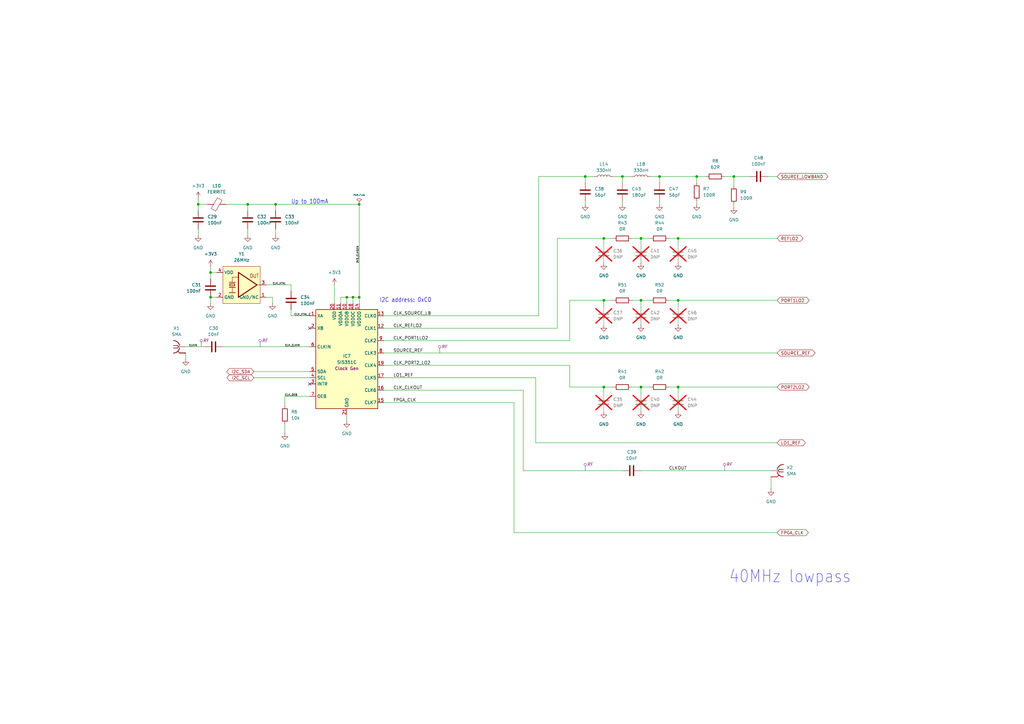
<source format=kicad_sch>
(kicad_sch
	(version 20231120)
	(generator "eeschema")
	(generator_version "8.0")
	(uuid "883e039f-11e4-4e72-a789-53d7e74b1c22")
	(paper "A3")
	(title_block
		(title "Reference Clock and 2.LO")
		(company "LibreVNA")
	)
	(lib_symbols
		(symbol "Device:C"
			(pin_numbers hide)
			(pin_names
				(offset 0.254)
			)
			(exclude_from_sim no)
			(in_bom yes)
			(on_board yes)
			(property "Reference" "C"
				(at 0.635 2.54 0)
				(effects
					(font
						(size 1.27 1.27)
					)
					(justify left)
				)
			)
			(property "Value" "C"
				(at 0.635 -2.54 0)
				(effects
					(font
						(size 1.27 1.27)
					)
					(justify left)
				)
			)
			(property "Footprint" ""
				(at 0.9652 -3.81 0)
				(effects
					(font
						(size 1.27 1.27)
					)
					(hide yes)
				)
			)
			(property "Datasheet" "~"
				(at 0 0 0)
				(effects
					(font
						(size 1.27 1.27)
					)
					(hide yes)
				)
			)
			(property "Description" "Unpolarized capacitor"
				(at 0 0 0)
				(effects
					(font
						(size 1.27 1.27)
					)
					(hide yes)
				)
			)
			(property "ki_keywords" "cap capacitor"
				(at 0 0 0)
				(effects
					(font
						(size 1.27 1.27)
					)
					(hide yes)
				)
			)
			(property "ki_fp_filters" "C_*"
				(at 0 0 0)
				(effects
					(font
						(size 1.27 1.27)
					)
					(hide yes)
				)
			)
			(symbol "C_0_1"
				(polyline
					(pts
						(xy -2.032 -0.762) (xy 2.032 -0.762)
					)
					(stroke
						(width 0.508)
						(type default)
					)
					(fill
						(type none)
					)
				)
				(polyline
					(pts
						(xy -2.032 0.762) (xy 2.032 0.762)
					)
					(stroke
						(width 0.508)
						(type default)
					)
					(fill
						(type none)
					)
				)
			)
			(symbol "C_1_1"
				(pin passive line
					(at 0 3.81 270)
					(length 2.794)
					(name "~"
						(effects
							(font
								(size 1.27 1.27)
							)
						)
					)
					(number "1"
						(effects
							(font
								(size 1.27 1.27)
							)
						)
					)
				)
				(pin passive line
					(at 0 -3.81 90)
					(length 2.794)
					(name "~"
						(effects
							(font
								(size 1.27 1.27)
							)
						)
					)
					(number "2"
						(effects
							(font
								(size 1.27 1.27)
							)
						)
					)
				)
			)
		)
		(symbol "Device:FerriteBead"
			(pin_numbers hide)
			(pin_names
				(offset 0)
			)
			(exclude_from_sim no)
			(in_bom yes)
			(on_board yes)
			(property "Reference" "FB"
				(at -3.81 0.635 90)
				(effects
					(font
						(size 1.27 1.27)
					)
				)
			)
			(property "Value" "FerriteBead"
				(at 3.81 0 90)
				(effects
					(font
						(size 1.27 1.27)
					)
				)
			)
			(property "Footprint" ""
				(at -1.778 0 90)
				(effects
					(font
						(size 1.27 1.27)
					)
					(hide yes)
				)
			)
			(property "Datasheet" "~"
				(at 0 0 0)
				(effects
					(font
						(size 1.27 1.27)
					)
					(hide yes)
				)
			)
			(property "Description" "Ferrite bead"
				(at 0 0 0)
				(effects
					(font
						(size 1.27 1.27)
					)
					(hide yes)
				)
			)
			(property "ki_keywords" "L ferrite bead inductor filter"
				(at 0 0 0)
				(effects
					(font
						(size 1.27 1.27)
					)
					(hide yes)
				)
			)
			(property "ki_fp_filters" "Inductor_* L_* *Ferrite*"
				(at 0 0 0)
				(effects
					(font
						(size 1.27 1.27)
					)
					(hide yes)
				)
			)
			(symbol "FerriteBead_0_1"
				(polyline
					(pts
						(xy 0 -1.27) (xy 0 -1.2192)
					)
					(stroke
						(width 0)
						(type default)
					)
					(fill
						(type none)
					)
				)
				(polyline
					(pts
						(xy 0 1.27) (xy 0 1.2954)
					)
					(stroke
						(width 0)
						(type default)
					)
					(fill
						(type none)
					)
				)
				(polyline
					(pts
						(xy -2.7686 0.4064) (xy -1.7018 2.2606) (xy 2.7686 -0.3048) (xy 1.6764 -2.159) (xy -2.7686 0.4064)
					)
					(stroke
						(width 0)
						(type default)
					)
					(fill
						(type none)
					)
				)
			)
			(symbol "FerriteBead_1_1"
				(pin passive line
					(at 0 3.81 270)
					(length 2.54)
					(name "~"
						(effects
							(font
								(size 1.27 1.27)
							)
						)
					)
					(number "1"
						(effects
							(font
								(size 1.27 1.27)
							)
						)
					)
				)
				(pin passive line
					(at 0 -3.81 90)
					(length 2.54)
					(name "~"
						(effects
							(font
								(size 1.27 1.27)
							)
						)
					)
					(number "2"
						(effects
							(font
								(size 1.27 1.27)
							)
						)
					)
				)
			)
		)
		(symbol "Device:L"
			(pin_numbers hide)
			(pin_names
				(offset 1.016) hide)
			(exclude_from_sim no)
			(in_bom yes)
			(on_board yes)
			(property "Reference" "L"
				(at -1.27 0 90)
				(effects
					(font
						(size 1.27 1.27)
					)
				)
			)
			(property "Value" "L"
				(at 1.905 0 90)
				(effects
					(font
						(size 1.27 1.27)
					)
				)
			)
			(property "Footprint" ""
				(at 0 0 0)
				(effects
					(font
						(size 1.27 1.27)
					)
					(hide yes)
				)
			)
			(property "Datasheet" "~"
				(at 0 0 0)
				(effects
					(font
						(size 1.27 1.27)
					)
					(hide yes)
				)
			)
			(property "Description" "Inductor"
				(at 0 0 0)
				(effects
					(font
						(size 1.27 1.27)
					)
					(hide yes)
				)
			)
			(property "ki_keywords" "inductor choke coil reactor magnetic"
				(at 0 0 0)
				(effects
					(font
						(size 1.27 1.27)
					)
					(hide yes)
				)
			)
			(property "ki_fp_filters" "Choke_* *Coil* Inductor_* L_*"
				(at 0 0 0)
				(effects
					(font
						(size 1.27 1.27)
					)
					(hide yes)
				)
			)
			(symbol "L_0_1"
				(arc
					(start 0 -2.54)
					(mid 0.6323 -1.905)
					(end 0 -1.27)
					(stroke
						(width 0)
						(type default)
					)
					(fill
						(type none)
					)
				)
				(arc
					(start 0 -1.27)
					(mid 0.6323 -0.635)
					(end 0 0)
					(stroke
						(width 0)
						(type default)
					)
					(fill
						(type none)
					)
				)
				(arc
					(start 0 0)
					(mid 0.6323 0.635)
					(end 0 1.27)
					(stroke
						(width 0)
						(type default)
					)
					(fill
						(type none)
					)
				)
				(arc
					(start 0 1.27)
					(mid 0.6323 1.905)
					(end 0 2.54)
					(stroke
						(width 0)
						(type default)
					)
					(fill
						(type none)
					)
				)
			)
			(symbol "L_1_1"
				(pin passive line
					(at 0 3.81 270)
					(length 1.27)
					(name "1"
						(effects
							(font
								(size 1.27 1.27)
							)
						)
					)
					(number "1"
						(effects
							(font
								(size 1.27 1.27)
							)
						)
					)
				)
				(pin passive line
					(at 0 -3.81 90)
					(length 1.27)
					(name "2"
						(effects
							(font
								(size 1.27 1.27)
							)
						)
					)
					(number "2"
						(effects
							(font
								(size 1.27 1.27)
							)
						)
					)
				)
			)
		)
		(symbol "Device:R"
			(pin_numbers hide)
			(pin_names
				(offset 0)
			)
			(exclude_from_sim no)
			(in_bom yes)
			(on_board yes)
			(property "Reference" "R"
				(at 2.032 0 90)
				(effects
					(font
						(size 1.27 1.27)
					)
				)
			)
			(property "Value" "R"
				(at 0 0 90)
				(effects
					(font
						(size 1.27 1.27)
					)
				)
			)
			(property "Footprint" ""
				(at -1.778 0 90)
				(effects
					(font
						(size 1.27 1.27)
					)
					(hide yes)
				)
			)
			(property "Datasheet" "~"
				(at 0 0 0)
				(effects
					(font
						(size 1.27 1.27)
					)
					(hide yes)
				)
			)
			(property "Description" "Resistor"
				(at 0 0 0)
				(effects
					(font
						(size 1.27 1.27)
					)
					(hide yes)
				)
			)
			(property "ki_keywords" "R res resistor"
				(at 0 0 0)
				(effects
					(font
						(size 1.27 1.27)
					)
					(hide yes)
				)
			)
			(property "ki_fp_filters" "R_*"
				(at 0 0 0)
				(effects
					(font
						(size 1.27 1.27)
					)
					(hide yes)
				)
			)
			(symbol "R_0_1"
				(rectangle
					(start -1.016 -2.54)
					(end 1.016 2.54)
					(stroke
						(width 0.254)
						(type default)
					)
					(fill
						(type none)
					)
				)
			)
			(symbol "R_1_1"
				(pin passive line
					(at 0 3.81 270)
					(length 1.27)
					(name "~"
						(effects
							(font
								(size 1.27 1.27)
							)
						)
					)
					(number "1"
						(effects
							(font
								(size 1.27 1.27)
							)
						)
					)
				)
				(pin passive line
					(at 0 -3.81 90)
					(length 1.27)
					(name "~"
						(effects
							(font
								(size 1.27 1.27)
							)
						)
					)
					(number "2"
						(effects
							(font
								(size 1.27 1.27)
							)
						)
					)
				)
			)
		)
		(symbol "Oscillator:Si5351C-B-GM"
			(exclude_from_sim no)
			(in_bom yes)
			(on_board yes)
			(property "Reference" "U"
				(at -12.7 21.59 0)
				(effects
					(font
						(size 1.27 1.27)
					)
				)
			)
			(property "Value" "Si5351C-B-GM"
				(at -13.97 -22.86 0)
				(effects
					(font
						(size 1.27 1.27)
					)
				)
			)
			(property "Footprint" "Package_DFN_QFN:QFN-20-1EP_4x4mm_P0.5mm_EP2.7x2.7mm"
				(at 0 -30.48 0)
				(effects
					(font
						(size 1.27 1.27)
					)
					(hide yes)
				)
			)
			(property "Datasheet" "https://www.silabs.com/documents/public/data-sheets/Si5351-B.pdf"
				(at 0 0 0)
				(effects
					(font
						(size 1.27 1.27)
					)
					(hide yes)
				)
			)
			(property "Description" "I2C Programmable Any-Frequency CMOS Clock Generator, QFN-20"
				(at 0 0 0)
				(effects
					(font
						(size 1.27 1.27)
					)
					(hide yes)
				)
			)
			(property "ki_keywords" "CMOS Synth Oscillator I2C"
				(at 0 0 0)
				(effects
					(font
						(size 1.27 1.27)
					)
					(hide yes)
				)
			)
			(property "ki_fp_filters" "QFN*1EP*4x4mm*P0.5mm*"
				(at 0 0 0)
				(effects
					(font
						(size 1.27 1.27)
					)
					(hide yes)
				)
			)
			(symbol "Si5351C-B-GM_1_1"
				(rectangle
					(start -12.7 20.32)
					(end 12.7 -20.32)
					(stroke
						(width 0.254)
						(type default)
					)
					(fill
						(type background)
					)
				)
				(pin input line
					(at -15.24 17.78 0)
					(length 2.54)
					(name "XA"
						(effects
							(font
								(size 1.27 1.27)
							)
						)
					)
					(number "1"
						(effects
							(font
								(size 1.27 1.27)
							)
						)
					)
				)
				(pin power_in line
					(at 0 22.86 270)
					(length 2.54)
					(name "VDDOB"
						(effects
							(font
								(size 1.27 1.27)
							)
						)
					)
					(number "10"
						(effects
							(font
								(size 1.27 1.27)
							)
						)
					)
				)
				(pin power_in line
					(at -2.54 22.86 270)
					(length 2.54)
					(name "VDDOA"
						(effects
							(font
								(size 1.27 1.27)
							)
						)
					)
					(number "11"
						(effects
							(font
								(size 1.27 1.27)
							)
						)
					)
				)
				(pin output line
					(at 15.24 12.7 180)
					(length 2.54)
					(name "CLK1"
						(effects
							(font
								(size 1.27 1.27)
							)
						)
					)
					(number "12"
						(effects
							(font
								(size 1.27 1.27)
							)
						)
					)
				)
				(pin output line
					(at 15.24 17.78 180)
					(length 2.54)
					(name "CLK0"
						(effects
							(font
								(size 1.27 1.27)
							)
						)
					)
					(number "13"
						(effects
							(font
								(size 1.27 1.27)
							)
						)
					)
				)
				(pin power_in line
					(at 5.08 22.86 270)
					(length 2.54)
					(name "VDDOD"
						(effects
							(font
								(size 1.27 1.27)
							)
						)
					)
					(number "14"
						(effects
							(font
								(size 1.27 1.27)
							)
						)
					)
				)
				(pin output line
					(at 15.24 -17.78 180)
					(length 2.54)
					(name "CLK7"
						(effects
							(font
								(size 1.27 1.27)
							)
						)
					)
					(number "15"
						(effects
							(font
								(size 1.27 1.27)
							)
						)
					)
				)
				(pin output line
					(at 15.24 -12.7 180)
					(length 2.54)
					(name "CLK6"
						(effects
							(font
								(size 1.27 1.27)
							)
						)
					)
					(number "16"
						(effects
							(font
								(size 1.27 1.27)
							)
						)
					)
				)
				(pin output line
					(at 15.24 -7.62 180)
					(length 2.54)
					(name "CLK5"
						(effects
							(font
								(size 1.27 1.27)
							)
						)
					)
					(number "17"
						(effects
							(font
								(size 1.27 1.27)
							)
						)
					)
				)
				(pin power_in line
					(at 2.54 22.86 270)
					(length 2.54)
					(name "VDDOC"
						(effects
							(font
								(size 1.27 1.27)
							)
						)
					)
					(number "18"
						(effects
							(font
								(size 1.27 1.27)
							)
						)
					)
				)
				(pin output line
					(at 15.24 -2.54 180)
					(length 2.54)
					(name "CLK4"
						(effects
							(font
								(size 1.27 1.27)
							)
						)
					)
					(number "19"
						(effects
							(font
								(size 1.27 1.27)
							)
						)
					)
				)
				(pin input line
					(at -15.24 12.7 0)
					(length 2.54)
					(name "XB"
						(effects
							(font
								(size 1.27 1.27)
							)
						)
					)
					(number "2"
						(effects
							(font
								(size 1.27 1.27)
							)
						)
					)
				)
				(pin power_in line
					(at -5.08 22.86 270)
					(length 2.54)
					(name "VDD"
						(effects
							(font
								(size 1.27 1.27)
							)
						)
					)
					(number "20"
						(effects
							(font
								(size 1.27 1.27)
							)
						)
					)
				)
				(pin power_in line
					(at 0 -22.86 90)
					(length 2.54)
					(name "GND"
						(effects
							(font
								(size 1.27 1.27)
							)
						)
					)
					(number "21"
						(effects
							(font
								(size 1.27 1.27)
							)
						)
					)
				)
				(pin output line
					(at -15.24 -10.16 0)
					(length 2.54)
					(name "INTR"
						(effects
							(font
								(size 1.27 1.27)
							)
						)
					)
					(number "3"
						(effects
							(font
								(size 1.27 1.27)
							)
						)
					)
				)
				(pin input line
					(at -15.24 -7.62 0)
					(length 2.54)
					(name "SCL"
						(effects
							(font
								(size 1.27 1.27)
							)
						)
					)
					(number "4"
						(effects
							(font
								(size 1.27 1.27)
							)
						)
					)
				)
				(pin bidirectional line
					(at -15.24 -5.08 0)
					(length 2.54)
					(name "SDA"
						(effects
							(font
								(size 1.27 1.27)
							)
						)
					)
					(number "5"
						(effects
							(font
								(size 1.27 1.27)
							)
						)
					)
				)
				(pin input line
					(at -15.24 5.08 0)
					(length 2.54)
					(name "CLKIN"
						(effects
							(font
								(size 1.27 1.27)
							)
						)
					)
					(number "6"
						(effects
							(font
								(size 1.27 1.27)
							)
						)
					)
				)
				(pin input line
					(at -15.24 -15.24 0)
					(length 2.54)
					(name "OEB"
						(effects
							(font
								(size 1.27 1.27)
							)
						)
					)
					(number "7"
						(effects
							(font
								(size 1.27 1.27)
							)
						)
					)
				)
				(pin output line
					(at 15.24 2.54 180)
					(length 2.54)
					(name "CLK3"
						(effects
							(font
								(size 1.27 1.27)
							)
						)
					)
					(number "8"
						(effects
							(font
								(size 1.27 1.27)
							)
						)
					)
				)
				(pin output line
					(at 15.24 7.62 180)
					(length 2.54)
					(name "CLK2"
						(effects
							(font
								(size 1.27 1.27)
							)
						)
					)
					(number "9"
						(effects
							(font
								(size 1.27 1.27)
							)
						)
					)
				)
			)
		)
		(symbol "VNA:C-EU?{colon}2C0402"
			(exclude_from_sim no)
			(in_bom yes)
			(on_board yes)
			(property "Reference" "C"
				(at 1.524 0.381 0)
				(effects
					(font
						(size 1.778 1.5113)
					)
					(justify left bottom)
				)
			)
			(property "Value" ""
				(at 1.524 -4.699 0)
				(effects
					(font
						(size 1.778 1.5113)
					)
					(justify left bottom)
				)
			)
			(property "Footprint" "VNA:C0402"
				(at 0 0 0)
				(effects
					(font
						(size 1.27 1.27)
					)
					(hide yes)
				)
			)
			(property "Datasheet" ""
				(at 0 0 0)
				(effects
					(font
						(size 1.27 1.27)
					)
					(hide yes)
				)
			)
			(property "Description" "CAPACITOR, European symbol"
				(at 0 0 0)
				(effects
					(font
						(size 1.27 1.27)
					)
					(hide yes)
				)
			)
			(property "ki_locked" ""
				(at 0 0 0)
				(effects
					(font
						(size 1.27 1.27)
					)
				)
			)
			(symbol "C-EU?{colon}2C0402_1_0"
				(rectangle
					(start -2.032 -2.032)
					(end 2.032 -1.524)
					(stroke
						(width 0)
						(type default)
					)
					(fill
						(type outline)
					)
				)
				(rectangle
					(start -2.032 -1.016)
					(end 2.032 -0.508)
					(stroke
						(width 0)
						(type default)
					)
					(fill
						(type outline)
					)
				)
				(polyline
					(pts
						(xy 0 -2.54) (xy 0 -2.032)
					)
					(stroke
						(width 0.1524)
						(type solid)
					)
					(fill
						(type none)
					)
				)
				(polyline
					(pts
						(xy 0 0) (xy 0 -0.508)
					)
					(stroke
						(width 0.1524)
						(type solid)
					)
					(fill
						(type none)
					)
				)
				(pin passive line
					(at 0 2.54 270)
					(length 2.54)
					(name "1"
						(effects
							(font
								(size 0 0)
							)
						)
					)
					(number "1"
						(effects
							(font
								(size 0 0)
							)
						)
					)
				)
				(pin passive line
					(at 0 -5.08 90)
					(length 2.54)
					(name "2"
						(effects
							(font
								(size 0 0)
							)
						)
					)
					(number "2"
						(effects
							(font
								(size 0 0)
							)
						)
					)
				)
			)
		)
		(symbol "VNA:FERRITE"
			(exclude_from_sim no)
			(in_bom yes)
			(on_board yes)
			(property "Reference" "L"
				(at -1.4986 -3.81 90)
				(effects
					(font
						(size 1.778 1.5113)
					)
					(justify left bottom)
				)
			)
			(property "Value" ""
				(at 3.302 -3.81 90)
				(effects
					(font
						(size 1.778 1.5113)
					)
					(justify left bottom)
				)
			)
			(property "Footprint" "VNA:R0402"
				(at 0 0 0)
				(effects
					(font
						(size 1.27 1.27)
					)
					(hide yes)
				)
			)
			(property "Datasheet" ""
				(at 0 0 0)
				(effects
					(font
						(size 1.27 1.27)
					)
					(hide yes)
				)
			)
			(property "Description" ""
				(at 0 0 0)
				(effects
					(font
						(size 1.27 1.27)
					)
					(hide yes)
				)
			)
			(property "ki_locked" ""
				(at 0 0 0)
				(effects
					(font
						(size 1.27 1.27)
					)
				)
			)
			(symbol "FERRITE_1_0"
				(rectangle
					(start -1.016 -3.556)
					(end 1.016 3.556)
					(stroke
						(width 0)
						(type default)
					)
					(fill
						(type outline)
					)
				)
				(pin passive line
					(at 0 5.08 270)
					(length 2.54)
					(name "1"
						(effects
							(font
								(size 0 0)
							)
						)
					)
					(number "1"
						(effects
							(font
								(size 0 0)
							)
						)
					)
				)
				(pin passive line
					(at 0 -5.08 90)
					(length 2.54)
					(name "2"
						(effects
							(font
								(size 0 0)
							)
						)
					)
					(number "2"
						(effects
							(font
								(size 0 0)
							)
						)
					)
				)
			)
		)
		(symbol "VNA:INDUCTOR0402"
			(exclude_from_sim no)
			(in_bom yes)
			(on_board yes)
			(property "Reference" "L"
				(at -1.4986 -3.81 90)
				(effects
					(font
						(size 1.778 1.5113)
					)
					(justify left bottom)
				)
			)
			(property "Value" ""
				(at 3.302 -3.81 90)
				(effects
					(font
						(size 1.778 1.5113)
					)
					(justify left bottom)
				)
			)
			(property "Footprint" "VNA:L0402"
				(at 0 0 0)
				(effects
					(font
						(size 1.27 1.27)
					)
					(hide yes)
				)
			)
			(property "Datasheet" ""
				(at 0 0 0)
				(effects
					(font
						(size 1.27 1.27)
					)
					(hide yes)
				)
			)
			(property "Description" ""
				(at 0 0 0)
				(effects
					(font
						(size 1.27 1.27)
					)
					(hide yes)
				)
			)
			(property "ki_locked" ""
				(at 0 0 0)
				(effects
					(font
						(size 1.27 1.27)
					)
				)
			)
			(symbol "INDUCTOR0402_1_0"
				(rectangle
					(start -1.016 -3.556)
					(end 1.016 3.556)
					(stroke
						(width 0)
						(type default)
					)
					(fill
						(type outline)
					)
				)
				(pin passive line
					(at 0 5.08 270)
					(length 2.54)
					(name "1"
						(effects
							(font
								(size 0 0)
							)
						)
					)
					(number "1"
						(effects
							(font
								(size 0 0)
							)
						)
					)
				)
				(pin passive line
					(at 0 -5.08 90)
					(length 2.54)
					(name "2"
						(effects
							(font
								(size 0 0)
							)
						)
					)
					(number "2"
						(effects
							(font
								(size 0 0)
							)
						)
					)
				)
			)
		)
		(symbol "VNA:KXO-TCXO-CMOS-86"
			(exclude_from_sim no)
			(in_bom yes)
			(on_board yes)
			(property "Reference" "Q"
				(at -7.874 7.874 0)
				(effects
					(font
						(size 1.27 1.27)
					)
					(justify left bottom)
				)
			)
			(property "Value" "KXO-TCXO-86"
				(at -0.762 -8.89 0)
				(effects
					(font
						(size 1.27 1.27)
					)
				)
			)
			(property "Footprint" "VNA:2.5X2.0_KXO-86-TCXO"
				(at 0.508 13.208 0)
				(effects
					(font
						(size 1.27 1.27)
					)
					(hide yes)
				)
			)
			(property "Datasheet" "https://www.geyer-electronic.de/wp-content/uploads/2022/09/GEYER-KXO-86-TCXO-HCMOS.pdf"
				(at 0 0 0)
				(effects
					(font
						(size 1.27 1.27)
					)
					(hide yes)
				)
			)
			(property "Description" "Temperature Compensated Crystal Oscillator 1.8/2.5/3.3V"
				(at -5.08 27.686 0)
				(effects
					(font
						(size 1.27 1.27)
					)
					(hide yes)
				)
			)
			(property "ki_keywords" "Crystal Oscillator"
				(at 0 0 0)
				(effects
					(font
						(size 1.27 1.27)
					)
					(hide yes)
				)
			)
			(symbol "KXO-TCXO-CMOS-86_1_0"
				(polyline
					(pts
						(xy -5.08 -3.175) (xy -2.54 -3.175)
					)
					(stroke
						(width 0.254)
						(type solid)
					)
					(fill
						(type none)
					)
				)
				(polyline
					(pts
						(xy -5.08 -1.016) (xy -3.81 -1.016)
					)
					(stroke
						(width 0.254)
						(type solid)
					)
					(fill
						(type none)
					)
				)
				(polyline
					(pts
						(xy -5.08 1.016) (xy -2.54 1.016)
					)
					(stroke
						(width 0.254)
						(type solid)
					)
					(fill
						(type none)
					)
				)
				(polyline
					(pts
						(xy -4.826 -0.381) (xy -4.826 0.381)
					)
					(stroke
						(width 0.254)
						(type solid)
					)
					(fill
						(type none)
					)
				)
				(polyline
					(pts
						(xy -4.826 -0.381) (xy -2.794 -0.381)
					)
					(stroke
						(width 0.254)
						(type solid)
					)
					(fill
						(type none)
					)
				)
				(polyline
					(pts
						(xy -4.826 0.381) (xy -2.794 0.381)
					)
					(stroke
						(width 0.254)
						(type solid)
					)
					(fill
						(type none)
					)
				)
				(polyline
					(pts
						(xy -3.81 -3.175) (xy -3.81 -1.016)
					)
					(stroke
						(width 0.1524)
						(type solid)
					)
					(fill
						(type none)
					)
				)
				(polyline
					(pts
						(xy -3.81 -1.016) (xy -2.54 -1.016)
					)
					(stroke
						(width 0.254)
						(type solid)
					)
					(fill
						(type none)
					)
				)
				(polyline
					(pts
						(xy -3.81 1.016) (xy -3.81 3.175)
					)
					(stroke
						(width 0.1524)
						(type solid)
					)
					(fill
						(type none)
					)
				)
				(polyline
					(pts
						(xy -3.81 3.175) (xy -1.27 3.175)
					)
					(stroke
						(width 0.1524)
						(type solid)
					)
					(fill
						(type none)
					)
				)
				(polyline
					(pts
						(xy -2.794 0.381) (xy -2.794 -0.381)
					)
					(stroke
						(width 0.254)
						(type solid)
					)
					(fill
						(type none)
					)
				)
				(polyline
					(pts
						(xy -1.27 -5.08) (xy -1.27 3.175)
					)
					(stroke
						(width 0.4064)
						(type solid)
					)
					(fill
						(type none)
					)
				)
				(polyline
					(pts
						(xy -1.27 3.175) (xy -1.27 5.08)
					)
					(stroke
						(width 0.4064)
						(type solid)
					)
					(fill
						(type none)
					)
				)
				(polyline
					(pts
						(xy -1.27 5.08) (xy 6.35 0)
					)
					(stroke
						(width 0.4064)
						(type solid)
					)
					(fill
						(type none)
					)
				)
				(polyline
					(pts
						(xy 6.35 0) (xy -1.27 -5.08)
					)
					(stroke
						(width 0.4064)
						(type solid)
					)
					(fill
						(type none)
					)
				)
				(polyline
					(pts
						(xy 6.35 0) (xy 7.62 0)
					)
					(stroke
						(width 0.1524)
						(type solid)
					)
					(fill
						(type none)
					)
				)
				(text "OUT"
					(at 3.302 2.794 0)
					(effects
						(font
							(size 1.524 1.2954)
						)
						(justify left bottom)
					)
				)
				(pin power_in line
					(at 10.16 -5.08 180)
					(length 2.54)
					(name "GND/NC"
						(effects
							(font
								(size 1.27 1.27)
							)
						)
					)
					(number "1"
						(effects
							(font
								(size 1.27 1.27)
							)
						)
					)
				)
				(pin power_in line
					(at -10.16 -5.08 0)
					(length 2.54)
					(name "GND"
						(effects
							(font
								(size 1.27 1.27)
							)
						)
					)
					(number "2"
						(effects
							(font
								(size 1.27 1.27)
							)
						)
					)
				)
				(pin output line
					(at 10.16 0 180)
					(length 2.54)
					(name "OUT"
						(effects
							(font
								(size 0 0)
							)
						)
					)
					(number "3"
						(effects
							(font
								(size 1.27 1.27)
							)
						)
					)
				)
				(pin power_in line
					(at -10.16 5.08 0)
					(length 2.54)
					(name "VDD"
						(effects
							(font
								(size 1.27 1.27)
							)
						)
					)
					(number "4"
						(effects
							(font
								(size 1.27 1.27)
							)
						)
					)
				)
			)
			(symbol "KXO-TCXO-CMOS-86_1_1"
				(rectangle
					(start -7.62 7.62)
					(end 7.62 -7.62)
					(stroke
						(width 0)
						(type default)
					)
					(fill
						(type background)
					)
				)
			)
		)
		(symbol "VNA:R-EU_R0402"
			(exclude_from_sim no)
			(in_bom yes)
			(on_board yes)
			(property "Reference" "R"
				(at -3.81 1.4986 0)
				(effects
					(font
						(size 1.778 1.5113)
					)
					(justify left bottom)
				)
			)
			(property "Value" ""
				(at -3.81 -3.302 0)
				(effects
					(font
						(size 1.778 1.5113)
					)
					(justify left bottom)
				)
			)
			(property "Footprint" "VNA:R0402"
				(at 0 0 0)
				(effects
					(font
						(size 1.27 1.27)
					)
					(hide yes)
				)
			)
			(property "Datasheet" ""
				(at 0 0 0)
				(effects
					(font
						(size 1.27 1.27)
					)
					(hide yes)
				)
			)
			(property "Description" "RESISTOR, European symbol"
				(at 0 0 0)
				(effects
					(font
						(size 1.27 1.27)
					)
					(hide yes)
				)
			)
			(property "ki_locked" ""
				(at 0 0 0)
				(effects
					(font
						(size 1.27 1.27)
					)
				)
			)
			(symbol "R-EU_R0402_1_0"
				(polyline
					(pts
						(xy -2.54 -0.889) (xy -2.54 0.889)
					)
					(stroke
						(width 0.254)
						(type solid)
					)
					(fill
						(type none)
					)
				)
				(polyline
					(pts
						(xy -2.54 -0.889) (xy 2.54 -0.889)
					)
					(stroke
						(width 0.254)
						(type solid)
					)
					(fill
						(type none)
					)
				)
				(polyline
					(pts
						(xy 2.54 -0.889) (xy 2.54 0.889)
					)
					(stroke
						(width 0.254)
						(type solid)
					)
					(fill
						(type none)
					)
				)
				(polyline
					(pts
						(xy 2.54 0.889) (xy -2.54 0.889)
					)
					(stroke
						(width 0.254)
						(type solid)
					)
					(fill
						(type none)
					)
				)
				(pin passive line
					(at -5.08 0 0)
					(length 2.54)
					(name "1"
						(effects
							(font
								(size 0 0)
							)
						)
					)
					(number "1"
						(effects
							(font
								(size 0 0)
							)
						)
					)
				)
				(pin passive line
					(at 5.08 0 180)
					(length 2.54)
					(name "2"
						(effects
							(font
								(size 0 0)
							)
						)
					)
					(number "2"
						(effects
							(font
								(size 0 0)
							)
						)
					)
				)
			)
		)
		(symbol "VNA:SMA_CONNECTOR"
			(exclude_from_sim no)
			(in_bom yes)
			(on_board yes)
			(property "Reference" "X"
				(at -2.54 3.302 0)
				(effects
					(font
						(size 1.778 1.5113)
					)
					(justify left bottom)
				)
			)
			(property "Value" ""
				(at -2.54 -5.08 0)
				(effects
					(font
						(size 1.778 1.5113)
					)
					(justify left bottom)
				)
			)
			(property "Footprint" "VNA:J502-ND-142-0711-821_826"
				(at 0.762 0.254 0)
				(effects
					(font
						(size 1.27 1.27)
					)
					(hide yes)
				)
			)
			(property "Datasheet" ""
				(at 0 0 0)
				(effects
					(font
						(size 1.27 1.27)
					)
					(hide yes)
				)
			)
			(property "Description" ""
				(at 0 0 0)
				(effects
					(font
						(size 1.27 1.27)
					)
					(hide yes)
				)
			)
			(property "ki_locked" ""
				(at 0 0 0)
				(effects
					(font
						(size 1.27 1.27)
					)
				)
			)
			(symbol "SMA_CONNECTOR_1_0"
				(arc
					(start -2.54 -2.54)
					(mid -0.9022 -1.9838)
					(end 0 -0.508)
					(stroke
						(width 0.3048)
						(type solid)
					)
					(fill
						(type none)
					)
				)
				(polyline
					(pts
						(xy -2.54 0.508) (xy -0.762 0.508)
					)
					(stroke
						(width 0.254)
						(type solid)
					)
					(fill
						(type none)
					)
				)
				(polyline
					(pts
						(xy -0.762 -0.508) (xy -2.54 -0.508)
					)
					(stroke
						(width 0.254)
						(type solid)
					)
					(fill
						(type none)
					)
				)
				(polyline
					(pts
						(xy -0.762 0.508) (xy -0.508 0)
					)
					(stroke
						(width 0.254)
						(type solid)
					)
					(fill
						(type none)
					)
				)
				(polyline
					(pts
						(xy -0.508 0) (xy -0.762 -0.508)
					)
					(stroke
						(width 0.254)
						(type solid)
					)
					(fill
						(type none)
					)
				)
				(polyline
					(pts
						(xy 0 -2.54) (xy -0.762 -1.778)
					)
					(stroke
						(width 0.254)
						(type solid)
					)
					(fill
						(type none)
					)
				)
				(polyline
					(pts
						(xy 0 0) (xy -0.508 0)
					)
					(stroke
						(width 0.1524)
						(type solid)
					)
					(fill
						(type none)
					)
				)
				(arc
					(start 0 0.508)
					(mid -0.9022 1.9838)
					(end -2.54 2.54)
					(stroke
						(width 0.3048)
						(type solid)
					)
					(fill
						(type none)
					)
				)
				(pin passive line
					(at 2.54 0 180)
					(length 2.54)
					(name "1"
						(effects
							(font
								(size 0 0)
							)
						)
					)
					(number "1"
						(effects
							(font
								(size 0 0)
							)
						)
					)
				)
				(pin passive line
					(at 2.54 -2.54 180)
					(length 2.54)
					(name "2"
						(effects
							(font
								(size 0 0)
							)
						)
					)
					(number "G@1"
						(effects
							(font
								(size 0 0)
							)
						)
					)
				)
				(pin passive line
					(at 2.54 -2.54 180)
					(length 2.54)
					(name "2"
						(effects
							(font
								(size 0 0)
							)
						)
					)
					(number "G@2"
						(effects
							(font
								(size 0 0)
							)
						)
					)
				)
				(pin passive line
					(at 2.54 -2.54 180)
					(length 2.54)
					(name "2"
						(effects
							(font
								(size 0 0)
							)
						)
					)
					(number "G@3"
						(effects
							(font
								(size 0 0)
							)
						)
					)
				)
				(pin passive line
					(at 2.54 -2.54 180)
					(length 2.54)
					(name "2"
						(effects
							(font
								(size 0 0)
							)
						)
					)
					(number "G@4"
						(effects
							(font
								(size 0 0)
							)
						)
					)
				)
			)
		)
		(symbol "power:GND"
			(power)
			(pin_numbers hide)
			(pin_names
				(offset 0) hide)
			(exclude_from_sim no)
			(in_bom yes)
			(on_board yes)
			(property "Reference" "#PWR"
				(at 0 -6.35 0)
				(effects
					(font
						(size 1.27 1.27)
					)
					(hide yes)
				)
			)
			(property "Value" "GND"
				(at 0 -3.81 0)
				(effects
					(font
						(size 1.27 1.27)
					)
				)
			)
			(property "Footprint" ""
				(at 0 0 0)
				(effects
					(font
						(size 1.27 1.27)
					)
					(hide yes)
				)
			)
			(property "Datasheet" ""
				(at 0 0 0)
				(effects
					(font
						(size 1.27 1.27)
					)
					(hide yes)
				)
			)
			(property "Description" "Power symbol creates a global label with name \"GND\" , ground"
				(at 0 0 0)
				(effects
					(font
						(size 1.27 1.27)
					)
					(hide yes)
				)
			)
			(property "ki_keywords" "global power"
				(at 0 0 0)
				(effects
					(font
						(size 1.27 1.27)
					)
					(hide yes)
				)
			)
			(symbol "GND_0_1"
				(polyline
					(pts
						(xy 0 0) (xy 0 -1.27) (xy 1.27 -1.27) (xy 0 -2.54) (xy -1.27 -1.27) (xy 0 -1.27)
					)
					(stroke
						(width 0)
						(type default)
					)
					(fill
						(type none)
					)
				)
			)
			(symbol "GND_1_1"
				(pin power_in line
					(at 0 0 270)
					(length 0)
					(name "~"
						(effects
							(font
								(size 1.27 1.27)
							)
						)
					)
					(number "1"
						(effects
							(font
								(size 1.27 1.27)
							)
						)
					)
				)
			)
		)
		(symbol "power:PWR_FLAG"
			(power)
			(pin_numbers hide)
			(pin_names
				(offset 0) hide)
			(exclude_from_sim no)
			(in_bom yes)
			(on_board yes)
			(property "Reference" "#FLG"
				(at 0 1.905 0)
				(effects
					(font
						(size 1.27 1.27)
					)
					(hide yes)
				)
			)
			(property "Value" "PWR_FLAG"
				(at 0 3.81 0)
				(effects
					(font
						(size 1.27 1.27)
					)
				)
			)
			(property "Footprint" ""
				(at 0 0 0)
				(effects
					(font
						(size 1.27 1.27)
					)
					(hide yes)
				)
			)
			(property "Datasheet" "~"
				(at 0 0 0)
				(effects
					(font
						(size 1.27 1.27)
					)
					(hide yes)
				)
			)
			(property "Description" "Special symbol for telling ERC where power comes from"
				(at 0 0 0)
				(effects
					(font
						(size 1.27 1.27)
					)
					(hide yes)
				)
			)
			(property "ki_keywords" "flag power"
				(at 0 0 0)
				(effects
					(font
						(size 1.27 1.27)
					)
					(hide yes)
				)
			)
			(symbol "PWR_FLAG_0_0"
				(pin power_out line
					(at 0 0 90)
					(length 0)
					(name "~"
						(effects
							(font
								(size 1.27 1.27)
							)
						)
					)
					(number "1"
						(effects
							(font
								(size 1.27 1.27)
							)
						)
					)
				)
			)
			(symbol "PWR_FLAG_0_1"
				(polyline
					(pts
						(xy 0 0) (xy 0 1.27) (xy -1.016 1.905) (xy 0 2.54) (xy 1.016 1.905) (xy 0 1.27)
					)
					(stroke
						(width 0)
						(type default)
					)
					(fill
						(type none)
					)
				)
			)
		)
		(symbol "power:VCC"
			(power)
			(pin_numbers hide)
			(pin_names
				(offset 0) hide)
			(exclude_from_sim no)
			(in_bom yes)
			(on_board yes)
			(property "Reference" "#PWR"
				(at 0 -3.81 0)
				(effects
					(font
						(size 1.27 1.27)
					)
					(hide yes)
				)
			)
			(property "Value" "VCC"
				(at 0 3.556 0)
				(effects
					(font
						(size 1.27 1.27)
					)
				)
			)
			(property "Footprint" ""
				(at 0 0 0)
				(effects
					(font
						(size 1.27 1.27)
					)
					(hide yes)
				)
			)
			(property "Datasheet" ""
				(at 0 0 0)
				(effects
					(font
						(size 1.27 1.27)
					)
					(hide yes)
				)
			)
			(property "Description" "Power symbol creates a global label with name \"VCC\""
				(at 0 0 0)
				(effects
					(font
						(size 1.27 1.27)
					)
					(hide yes)
				)
			)
			(property "ki_keywords" "global power"
				(at 0 0 0)
				(effects
					(font
						(size 1.27 1.27)
					)
					(hide yes)
				)
			)
			(symbol "VCC_0_1"
				(polyline
					(pts
						(xy -0.762 1.27) (xy 0 2.54)
					)
					(stroke
						(width 0)
						(type default)
					)
					(fill
						(type none)
					)
				)
				(polyline
					(pts
						(xy 0 0) (xy 0 2.54)
					)
					(stroke
						(width 0)
						(type default)
					)
					(fill
						(type none)
					)
				)
				(polyline
					(pts
						(xy 0 2.54) (xy 0.762 1.27)
					)
					(stroke
						(width 0)
						(type default)
					)
					(fill
						(type none)
					)
				)
			)
			(symbol "VCC_1_1"
				(pin power_in line
					(at 0 0 90)
					(length 0)
					(name "~"
						(effects
							(font
								(size 1.27 1.27)
							)
						)
					)
					(number "1"
						(effects
							(font
								(size 1.27 1.27)
							)
						)
					)
				)
			)
		)
	)
	(junction
		(at 278.13 158.75)
		(diameter 0)
		(color 0 0 0 0)
		(uuid "015a1ad7-c083-4ac0-bf75-d7b04c1c0fee")
	)
	(junction
		(at 270.51 72.39)
		(diameter 0)
		(color 0 0 0 0)
		(uuid "0cd0a465-d755-4f5a-b3eb-1ccebdc02e0a")
	)
	(junction
		(at 86.36 121.92)
		(diameter 0)
		(color 0 0 0 0)
		(uuid "10613ee8-7488-4595-8868-90b4e9993d2d")
	)
	(junction
		(at 262.89 158.75)
		(diameter 0)
		(color 0 0 0 0)
		(uuid "128157f5-cba2-4ef9-84c3-3ca6297f4260")
	)
	(junction
		(at 278.13 123.19)
		(diameter 0)
		(color 0 0 0 0)
		(uuid "152e670f-9242-46ce-9963-1234019f0428")
	)
	(junction
		(at 300.99 72.39)
		(diameter 0)
		(color 0 0 0 0)
		(uuid "22b933fe-2454-4cdf-9dda-69f89750aaf5")
	)
	(junction
		(at 144.78 121.92)
		(diameter 0)
		(color 0 0 0 0)
		(uuid "5a15f61d-2fc4-4a71-8b69-8ad67fc64945")
	)
	(junction
		(at 113.03 83.82)
		(diameter 0)
		(color 0 0 0 0)
		(uuid "66325e85-5912-4559-b849-f86796ae14a8")
	)
	(junction
		(at 147.32 83.82)
		(diameter 0)
		(color 0 0 0 0)
		(uuid "6e6d79b1-743a-4294-a871-26a5786887f3")
	)
	(junction
		(at 147.32 121.92)
		(diameter 0)
		(color 0 0 0 0)
		(uuid "795c6d0b-9121-4daa-abd0-2411752005b5")
	)
	(junction
		(at 278.13 97.79)
		(diameter 0)
		(color 0 0 0 0)
		(uuid "944eae13-a1d6-49fa-aaf1-abd5c194a8ae")
	)
	(junction
		(at 81.28 83.82)
		(diameter 0)
		(color 0 0 0 0)
		(uuid "9742ae23-05d8-49cb-b2db-286168e6328b")
	)
	(junction
		(at 240.03 72.39)
		(diameter 0)
		(color 0 0 0 0)
		(uuid "a225b7dc-9d84-48e9-8058-79db8e4c3c22")
	)
	(junction
		(at 262.89 123.19)
		(diameter 0)
		(color 0 0 0 0)
		(uuid "a2f37205-0919-47d9-9611-90b3578c4937")
	)
	(junction
		(at 262.89 97.79)
		(diameter 0)
		(color 0 0 0 0)
		(uuid "b2488036-cd91-4b66-8525-c6f71e864694")
	)
	(junction
		(at 86.36 111.76)
		(diameter 0)
		(color 0 0 0 0)
		(uuid "b5bd9f4c-451b-48ff-9ddb-2d1c9d0222b1")
	)
	(junction
		(at 255.27 72.39)
		(diameter 0)
		(color 0 0 0 0)
		(uuid "c2f34f69-e980-4110-ba13-7a8a5d5eadb8")
	)
	(junction
		(at 247.65 123.19)
		(diameter 0)
		(color 0 0 0 0)
		(uuid "c4491f23-3845-402e-adfc-e4e993988f37")
	)
	(junction
		(at 142.24 121.92)
		(diameter 0)
		(color 0 0 0 0)
		(uuid "d4c78ab0-7a45-439c-89c6-bce1f0b1eb13")
	)
	(junction
		(at 247.65 158.75)
		(diameter 0)
		(color 0 0 0 0)
		(uuid "d62da903-22b3-4025-ad35-2044cbb17c5d")
	)
	(junction
		(at 285.75 72.39)
		(diameter 0)
		(color 0 0 0 0)
		(uuid "e4f5141c-1e37-4082-b0f1-24bf3e820e7e")
	)
	(junction
		(at 247.65 97.79)
		(diameter 0)
		(color 0 0 0 0)
		(uuid "f02f75d5-4991-44bc-8855-0372713f11db")
	)
	(junction
		(at 101.6 83.82)
		(diameter 0)
		(color 0 0 0 0)
		(uuid "fdbb3ae6-7bef-487a-aceb-6f6783696cd6")
	)
	(no_connect
		(at 127 134.62)
		(uuid "678323ab-ace5-490e-9a67-3a0723b5a003")
	)
	(no_connect
		(at 127 157.48)
		(uuid "86a020c9-70b0-4ec2-adec-4470e17938f6")
	)
	(wire
		(pts
			(xy 262.89 97.79) (xy 266.7 97.79)
		)
		(stroke
			(width 0.1524)
			(type solid)
		)
		(uuid "000440e4-c50f-450b-ac5b-c318e00cdc8c")
	)
	(wire
		(pts
			(xy 297.18 72.39) (xy 300.99 72.39)
		)
		(stroke
			(width 0.1524)
			(type solid)
		)
		(uuid "0350b861-d7e3-4612-ad8a-452193c69469")
	)
	(wire
		(pts
			(xy 113.03 83.82) (xy 147.32 83.82)
		)
		(stroke
			(width 0.1524)
			(type solid)
		)
		(uuid "046db72c-d5a0-4068-a2f9-174bbf9e1f4d")
	)
	(wire
		(pts
			(xy 278.13 123.19) (xy 318.77 123.19)
		)
		(stroke
			(width 0.1524)
			(type solid)
		)
		(uuid "05909110-55f4-4f72-a7f0-c7036b919e46")
	)
	(wire
		(pts
			(xy 262.89 123.19) (xy 262.89 125.73)
		)
		(stroke
			(width 0.1524)
			(type solid)
		)
		(uuid "081b156f-6b25-4151-91eb-c8e71356b7b0")
	)
	(wire
		(pts
			(xy 233.68 149.86) (xy 233.68 158.75)
		)
		(stroke
			(width 0.1524)
			(type solid)
		)
		(uuid "083a665f-5634-4dc1-898b-dc36a07f0f28")
	)
	(wire
		(pts
			(xy 252.73 72.39) (xy 255.27 72.39)
		)
		(stroke
			(width 0.1524)
			(type solid)
		)
		(uuid "0a414883-f3b2-4543-92ac-76d196fcdda2")
	)
	(wire
		(pts
			(xy 220.98 72.39) (xy 240.03 72.39)
		)
		(stroke
			(width 0.1524)
			(type solid)
		)
		(uuid "0f29e114-0418-4425-b110-e7524d507aa9")
	)
	(wire
		(pts
			(xy 300.99 83.82) (xy 300.99 85.09)
		)
		(stroke
			(width 0)
			(type default)
		)
		(uuid "1043c0ec-b7d6-41e2-bc14-1344811f9707")
	)
	(wire
		(pts
			(xy 81.28 83.82) (xy 85.09 83.82)
		)
		(stroke
			(width 0.1524)
			(type solid)
		)
		(uuid "140d0b38-3b41-4559-be56-14179c3e85da")
	)
	(wire
		(pts
			(xy 262.89 123.19) (xy 266.7 123.19)
		)
		(stroke
			(width 0.1524)
			(type solid)
		)
		(uuid "2165c9d6-c2c8-4106-bbe1-18cdaf7b59b3")
	)
	(wire
		(pts
			(xy 157.48 144.78) (xy 318.77 144.78)
		)
		(stroke
			(width 0.1524)
			(type solid)
		)
		(uuid "220e52ad-4d04-4b52-a7c6-43a7d888137d")
	)
	(wire
		(pts
			(xy 119.38 116.84) (xy 119.38 119.38)
		)
		(stroke
			(width 0.1524)
			(type solid)
		)
		(uuid "23a95c0a-bc28-4bc4-8bd4-a195c327308e")
	)
	(wire
		(pts
			(xy 142.24 121.92) (xy 144.78 121.92)
		)
		(stroke
			(width 0.1524)
			(type solid)
		)
		(uuid "2503e430-bae8-4c63-a5d5-d3d5db87bfbe")
	)
	(wire
		(pts
			(xy 157.48 149.86) (xy 162.56 149.86)
		)
		(stroke
			(width 0)
			(type default)
		)
		(uuid "26895b55-303f-47d7-bb1c-6291d7fa5db8")
	)
	(wire
		(pts
			(xy 259.08 123.19) (xy 262.89 123.19)
		)
		(stroke
			(width 0.1524)
			(type solid)
		)
		(uuid "294b9382-7dde-4c13-85aa-6a7485a498a0")
	)
	(wire
		(pts
			(xy 255.27 72.39) (xy 259.08 72.39)
		)
		(stroke
			(width 0.1524)
			(type solid)
		)
		(uuid "298d0743-c936-491b-928b-a96c3cd2cf9c")
	)
	(wire
		(pts
			(xy 233.68 123.19) (xy 233.68 139.7)
		)
		(stroke
			(width 0.1524)
			(type solid)
		)
		(uuid "2a359b01-4227-48f1-b80a-1d62b1ab1479")
	)
	(wire
		(pts
			(xy 262.89 97.79) (xy 262.89 100.33)
		)
		(stroke
			(width 0.1524)
			(type solid)
		)
		(uuid "2a3dff8d-e4bb-496b-a29c-2e5b77985123")
	)
	(wire
		(pts
			(xy 314.96 72.39) (xy 318.77 72.39)
		)
		(stroke
			(width 0.1524)
			(type solid)
		)
		(uuid "2bd4fd68-88ac-469b-baf9-9b3f7b6a3812")
	)
	(wire
		(pts
			(xy 116.84 162.56) (xy 127 162.56)
		)
		(stroke
			(width 0.1524)
			(type solid)
		)
		(uuid "2de66321-5585-49fb-bfe2-c50d6917a1a7")
	)
	(wire
		(pts
			(xy 274.32 97.79) (xy 278.13 97.79)
		)
		(stroke
			(width 0.1524)
			(type solid)
		)
		(uuid "2e693da7-0e96-4bcb-8947-08a7ec8148e7")
	)
	(wire
		(pts
			(xy 285.75 82.55) (xy 285.75 83.82)
		)
		(stroke
			(width 0)
			(type default)
		)
		(uuid "3581616d-3395-41fa-bc1f-85092899e6ab")
	)
	(wire
		(pts
			(xy 251.46 97.79) (xy 247.65 97.79)
		)
		(stroke
			(width 0.1524)
			(type solid)
		)
		(uuid "359e93b3-58ff-4bf6-a9c8-008561032201")
	)
	(wire
		(pts
			(xy 157.48 129.54) (xy 220.98 129.54)
		)
		(stroke
			(width 0.1524)
			(type solid)
		)
		(uuid "385b7415-a64c-4c7a-b510-2c020062a3e3")
	)
	(wire
		(pts
			(xy 119.38 129.54) (xy 119.38 127)
		)
		(stroke
			(width 0.1524)
			(type solid)
		)
		(uuid "39b4889a-354d-4b3f-8ed6-a19cda49ad58")
	)
	(wire
		(pts
			(xy 219.71 181.61) (xy 318.77 181.61)
		)
		(stroke
			(width 0.1524)
			(type solid)
		)
		(uuid "3e2dc54b-7d7b-4228-b4bf-6ec31cffc1a9")
	)
	(wire
		(pts
			(xy 210.82 165.1) (xy 210.82 218.44)
		)
		(stroke
			(width 0.1524)
			(type solid)
		)
		(uuid "3ea4bbc2-3dce-43e7-8d97-f516d91043ca")
	)
	(wire
		(pts
			(xy 113.03 96.52) (xy 113.03 93.98)
		)
		(stroke
			(width 0.1524)
			(type solid)
		)
		(uuid "425f0c02-8b4a-43a0-bd40-f79cb8994887")
	)
	(wire
		(pts
			(xy 267.97 72.39) (xy 270.51 72.39)
		)
		(stroke
			(width 0.1524)
			(type solid)
		)
		(uuid "432a5c7f-e3db-4842-94c1-8a1c428f9718")
	)
	(wire
		(pts
			(xy 247.65 125.73) (xy 247.65 123.19)
		)
		(stroke
			(width 0.1524)
			(type solid)
		)
		(uuid "44101dae-169a-4118-ba37-0e4c7f47bc72")
	)
	(wire
		(pts
			(xy 137.16 116.84) (xy 137.16 124.46)
		)
		(stroke
			(width 0.1524)
			(type solid)
		)
		(uuid "47d0624a-972d-46a7-bc2e-9585030ac58a")
	)
	(wire
		(pts
			(xy 104.14 152.4) (xy 127 152.4)
		)
		(stroke
			(width 0)
			(type default)
		)
		(uuid "48960bfe-df1d-495a-a112-fbdbb524003f")
	)
	(wire
		(pts
			(xy 270.51 72.39) (xy 270.51 74.93)
		)
		(stroke
			(width 0.1524)
			(type solid)
		)
		(uuid "49a27560-15b8-4ae3-b1b0-9097ad0b3bee")
	)
	(wire
		(pts
			(xy 91.44 142.24) (xy 127 142.24)
		)
		(stroke
			(width 0.1524)
			(type solid)
		)
		(uuid "4a7a2c26-be94-4a2f-9bd3-a3ee277f93b9")
	)
	(wire
		(pts
			(xy 88.9 121.92) (xy 86.36 121.92)
		)
		(stroke
			(width 0.1524)
			(type solid)
		)
		(uuid "512c9a3c-957f-42dd-84e0-b71289b8178f")
	)
	(wire
		(pts
			(xy 266.7 72.39) (xy 267.97 72.39)
		)
		(stroke
			(width 0)
			(type default)
		)
		(uuid "522a06fe-9850-4719-8612-512b309b42bc")
	)
	(wire
		(pts
			(xy 142.24 172.72) (xy 142.24 170.18)
		)
		(stroke
			(width 0.1524)
			(type solid)
		)
		(uuid "57817335-336b-46ab-a5f1-851374aea903")
	)
	(wire
		(pts
			(xy 259.08 158.75) (xy 262.89 158.75)
		)
		(stroke
			(width 0.1524)
			(type solid)
		)
		(uuid "57eda014-ca7d-4d35-b231-3e5b3e819af8")
	)
	(wire
		(pts
			(xy 113.03 86.36) (xy 113.03 83.82)
		)
		(stroke
			(width 0.1524)
			(type solid)
		)
		(uuid "59aa6c7d-e620-4ea9-a224-75046df6bde1")
	)
	(wire
		(pts
			(xy 262.89 158.75) (xy 266.7 158.75)
		)
		(stroke
			(width 0.1524)
			(type solid)
		)
		(uuid "5a3d797c-329c-4e41-927f-b1b1c18f4673")
	)
	(wire
		(pts
			(xy 247.65 97.79) (xy 247.65 100.33)
		)
		(stroke
			(width 0.1524)
			(type solid)
		)
		(uuid "5b49fe70-2646-4b71-801a-61c55f4b0be9")
	)
	(wire
		(pts
			(xy 86.36 124.46) (xy 86.36 121.92)
		)
		(stroke
			(width 0.1524)
			(type solid)
		)
		(uuid "5b769b84-1653-4f67-9a19-bb7bca52440d")
	)
	(wire
		(pts
			(xy 278.13 158.75) (xy 318.77 158.75)
		)
		(stroke
			(width 0.1524)
			(type solid)
		)
		(uuid "5ba1f068-2157-4c45-8ad3-605025329110")
	)
	(wire
		(pts
			(xy 142.24 124.46) (xy 142.24 121.92)
		)
		(stroke
			(width 0.1524)
			(type solid)
		)
		(uuid "61a139b4-7e60-4cf8-bc1f-93c289b7fb09")
	)
	(wire
		(pts
			(xy 144.78 121.92) (xy 147.32 121.92)
		)
		(stroke
			(width 0.1524)
			(type solid)
		)
		(uuid "65510fda-4ef2-4b6d-9ea5-145c061e1c03")
	)
	(wire
		(pts
			(xy 101.6 96.52) (xy 101.6 93.98)
		)
		(stroke
			(width 0.1524)
			(type solid)
		)
		(uuid "673136d5-ed12-44fc-8312-665e8730d4fb")
	)
	(wire
		(pts
			(xy 274.32 158.75) (xy 278.13 158.75)
		)
		(stroke
			(width 0.1524)
			(type solid)
		)
		(uuid "67d9efea-e3e9-4129-8adc-7bf57d18c86a")
	)
	(wire
		(pts
			(xy 109.22 116.84) (xy 119.38 116.84)
		)
		(stroke
			(width 0.1524)
			(type solid)
		)
		(uuid "681c55c2-91ec-4d7a-90ed-0fb5b730d6c2")
	)
	(wire
		(pts
			(xy 144.78 124.46) (xy 144.78 121.92)
		)
		(stroke
			(width 0.1524)
			(type solid)
		)
		(uuid "6bc272c4-0958-4c1f-9543-1e0f496ed81a")
	)
	(wire
		(pts
			(xy 278.13 123.19) (xy 278.13 125.73)
		)
		(stroke
			(width 0.1524)
			(type solid)
		)
		(uuid "7055d283-d5f1-4b86-b3ee-a8dfb7196838")
	)
	(wire
		(pts
			(xy 278.13 97.79) (xy 278.13 100.33)
		)
		(stroke
			(width 0.1524)
			(type solid)
		)
		(uuid "71d6c265-254e-4f93-80aa-cb4c92e76d78")
	)
	(wire
		(pts
			(xy 220.98 72.39) (xy 220.98 129.54)
		)
		(stroke
			(width 0.1524)
			(type solid)
		)
		(uuid "7484d397-d8d1-4397-ba8c-5a27310e305f")
	)
	(wire
		(pts
			(xy 300.99 76.2) (xy 300.99 72.39)
		)
		(stroke
			(width 0.1524)
			(type solid)
		)
		(uuid "76ffee94-7818-4560-80d2-4858260a1dcb")
	)
	(wire
		(pts
			(xy 240.03 83.82) (xy 240.03 82.55)
		)
		(stroke
			(width 0)
			(type default)
		)
		(uuid "776dcd62-3dd0-430e-8892-6ba345493b8a")
	)
	(wire
		(pts
			(xy 228.6 97.79) (xy 228.6 134.62)
		)
		(stroke
			(width 0)
			(type default)
		)
		(uuid "8118fe9f-d1f2-41e8-afdf-989de9030f98")
	)
	(wire
		(pts
			(xy 116.84 173.99) (xy 116.84 177.8)
		)
		(stroke
			(width 0.1524)
			(type solid)
		)
		(uuid "84ae89ca-195c-4702-bb87-602557ef4d4f")
	)
	(wire
		(pts
			(xy 157.48 160.02) (xy 214.63 160.02)
		)
		(stroke
			(width 0.1524)
			(type solid)
		)
		(uuid "87b70275-3d94-4ba6-b02f-15f10deed1ee")
	)
	(wire
		(pts
			(xy 210.82 218.44) (xy 318.77 218.44)
		)
		(stroke
			(width 0.1524)
			(type solid)
		)
		(uuid "8850a652-09d9-4a53-9d96-005f45a699fa")
	)
	(wire
		(pts
			(xy 278.13 158.75) (xy 278.13 161.29)
		)
		(stroke
			(width 0.1524)
			(type solid)
		)
		(uuid "89091eee-e55d-49a1-a874-a4e195038d53")
	)
	(wire
		(pts
			(xy 109.22 121.92) (xy 111.76 121.92)
		)
		(stroke
			(width 0.1524)
			(type solid)
		)
		(uuid "89ce80bb-1358-4137-888b-804ed41c872d")
	)
	(wire
		(pts
			(xy 92.71 83.82) (xy 101.6 83.82)
		)
		(stroke
			(width 0.1524)
			(type solid)
		)
		(uuid "89dbe04c-4687-47e8-bdca-47abca97e19b")
	)
	(wire
		(pts
			(xy 259.08 97.79) (xy 262.89 97.79)
		)
		(stroke
			(width 0.1524)
			(type solid)
		)
		(uuid "89dd3c58-5489-494a-ac9c-29f2d4fd8470")
	)
	(wire
		(pts
			(xy 262.89 193.04) (xy 316.23 193.04)
		)
		(stroke
			(width 0.1524)
			(type solid)
		)
		(uuid "8b072760-cad8-4de0-a435-3ec41848cc76")
	)
	(wire
		(pts
			(xy 101.6 86.36) (xy 101.6 83.82)
		)
		(stroke
			(width 0.1524)
			(type solid)
		)
		(uuid "90518630-00d1-4951-9b3a-617329002e2b")
	)
	(wire
		(pts
			(xy 139.7 121.92) (xy 142.24 121.92)
		)
		(stroke
			(width 0.1524)
			(type solid)
		)
		(uuid "93e3071f-b7b5-4edf-9146-b6a1ddbb84ff")
	)
	(wire
		(pts
			(xy 228.6 134.62) (xy 157.48 134.62)
		)
		(stroke
			(width 0)
			(type default)
		)
		(uuid "94237fdf-3be4-4d33-8e9b-6dc2a37be420")
	)
	(wire
		(pts
			(xy 116.84 166.37) (xy 116.84 162.56)
		)
		(stroke
			(width 0.1524)
			(type solid)
		)
		(uuid "95caedee-3739-4dcd-ace7-817abd232f72")
	)
	(wire
		(pts
			(xy 262.89 158.75) (xy 262.89 161.29)
		)
		(stroke
			(width 0.1524)
			(type solid)
		)
		(uuid "95e4fcab-9b35-45cf-910e-02d1dc5f2ae6")
	)
	(wire
		(pts
			(xy 270.51 72.39) (xy 285.75 72.39)
		)
		(stroke
			(width 0.1524)
			(type solid)
		)
		(uuid "970cc319-5b35-44a8-a89c-97fa0e7b62f6")
	)
	(wire
		(pts
			(xy 316.23 195.58) (xy 316.23 200.66)
		)
		(stroke
			(width 0.1524)
			(type solid)
		)
		(uuid "9726de78-ddb4-4f62-a4b0-1586d989e0f8")
	)
	(wire
		(pts
			(xy 247.65 161.29) (xy 247.65 158.75)
		)
		(stroke
			(width 0.1524)
			(type solid)
		)
		(uuid "9d86ee20-2eda-49b8-bc6e-ae1b0cd3c7cc")
	)
	(wire
		(pts
			(xy 214.63 160.02) (xy 214.63 193.04)
		)
		(stroke
			(width 0.1524)
			(type solid)
		)
		(uuid "a0906271-9056-4568-85ca-d8ffb9e8848f")
	)
	(wire
		(pts
			(xy 233.68 158.75) (xy 247.65 158.75)
		)
		(stroke
			(width 0.1524)
			(type solid)
		)
		(uuid "a15c7b87-3be9-4535-941b-80c80b0c596b")
	)
	(wire
		(pts
			(xy 147.32 121.92) (xy 147.32 124.46)
		)
		(stroke
			(width 0.1524)
			(type solid)
		)
		(uuid "a1773a9c-b76b-4781-a3eb-24f574fcb4ee")
	)
	(wire
		(pts
			(xy 139.7 124.46) (xy 139.7 121.92)
		)
		(stroke
			(width 0.1524)
			(type solid)
		)
		(uuid "a1f68584-6e40-48a1-9165-bfbb808bc586")
	)
	(wire
		(pts
			(xy 274.32 123.19) (xy 278.13 123.19)
		)
		(stroke
			(width 0.1524)
			(type solid)
		)
		(uuid "a4f98949-299f-481a-b2cf-b5051320eeb8")
	)
	(wire
		(pts
			(xy 111.76 121.92) (xy 111.76 124.46)
		)
		(stroke
			(width 0.1524)
			(type solid)
		)
		(uuid "a58b5385-49e9-4c22-a079-edeb2deef47d")
	)
	(wire
		(pts
			(xy 240.03 72.39) (xy 243.84 72.39)
		)
		(stroke
			(width 0.1524)
			(type solid)
		)
		(uuid "a71d9a8d-5678-4d04-976b-94a249d0add8")
	)
	(wire
		(pts
			(xy 285.75 72.39) (xy 289.56 72.39)
		)
		(stroke
			(width 0.1524)
			(type solid)
		)
		(uuid "a85ab5c3-a671-4f06-9d47-69c3515f0536")
	)
	(wire
		(pts
			(xy 300.99 72.39) (xy 307.34 72.39)
		)
		(stroke
			(width 0.1524)
			(type solid)
		)
		(uuid "a91d9c8b-c46f-499f-a3db-b84622981df7")
	)
	(wire
		(pts
			(xy 127 129.54) (xy 121.92 129.54)
		)
		(stroke
			(width 0)
			(type default)
		)
		(uuid "aa43604c-0cd8-4fd3-b834-101bf35559df")
	)
	(wire
		(pts
			(xy 86.36 109.22) (xy 86.36 111.76)
		)
		(stroke
			(width 0.1524)
			(type solid)
		)
		(uuid "ab3d3e36-14a2-4517-b37d-0660ee385499")
	)
	(wire
		(pts
			(xy 157.48 165.1) (xy 210.82 165.1)
		)
		(stroke
			(width 0.1524)
			(type solid)
		)
		(uuid "ab3f893b-6ac0-418f-9ad6-1614ffe4bc7e")
	)
	(wire
		(pts
			(xy 81.28 86.36) (xy 81.28 83.82)
		)
		(stroke
			(width 0.1524)
			(type solid)
		)
		(uuid "b43c6f4e-b552-4754-b81b-6e1604b95927")
	)
	(wire
		(pts
			(xy 101.6 83.82) (xy 113.03 83.82)
		)
		(stroke
			(width 0.1524)
			(type solid)
		)
		(uuid "b5175cb3-ced6-45d3-ab1e-79f6a4b2a12d")
	)
	(wire
		(pts
			(xy 81.28 96.52) (xy 81.28 93.98)
		)
		(stroke
			(width 0.1524)
			(type solid)
		)
		(uuid "b8e0bbc1-818b-4794-a63e-64ae32f384f7")
	)
	(wire
		(pts
			(xy 147.32 83.82) (xy 147.32 121.92)
		)
		(stroke
			(width 0.1524)
			(type solid)
		)
		(uuid "b970727b-18f0-4dd8-b704-116f28592478")
	)
	(wire
		(pts
			(xy 251.46 72.39) (xy 252.73 72.39)
		)
		(stroke
			(width 0)
			(type default)
		)
		(uuid "baf0c700-e3ef-49c6-92c1-897f688e3b0f")
	)
	(wire
		(pts
			(xy 121.92 129.54) (xy 119.38 129.54)
		)
		(stroke
			(width 0.1524)
			(type solid)
		)
		(uuid "bfd63068-8eaa-4083-8ee9-ffe78e904f47")
	)
	(wire
		(pts
			(xy 270.51 83.82) (xy 270.51 82.55)
		)
		(stroke
			(width 0)
			(type default)
		)
		(uuid "cd7153c6-3d43-4083-a896-ba66e75f4fcb")
	)
	(wire
		(pts
			(xy 219.71 181.61) (xy 219.71 154.94)
		)
		(stroke
			(width 0.1524)
			(type solid)
		)
		(uuid "d06c130f-da34-4817-9b9d-5b0363152cda")
	)
	(wire
		(pts
			(xy 228.6 97.79) (xy 247.65 97.79)
		)
		(stroke
			(width 0.1524)
			(type solid)
		)
		(uuid "d3511828-0eb3-4e92-bdbf-098fdba6f59b")
	)
	(wire
		(pts
			(xy 81.28 83.82) (xy 81.28 81.28)
		)
		(stroke
			(width 0.1524)
			(type solid)
		)
		(uuid "d86227b2-b433-44fe-acae-9fbce922650c")
	)
	(wire
		(pts
			(xy 251.46 123.19) (xy 247.65 123.19)
		)
		(stroke
			(width 0.1524)
			(type solid)
		)
		(uuid "d907e060-4148-4ee2-aaad-6d9de8e9c4d5")
	)
	(wire
		(pts
			(xy 285.75 74.93) (xy 285.75 72.39)
		)
		(stroke
			(width 0.1524)
			(type solid)
		)
		(uuid "da085353-1345-4ead-ab5f-a15532696253")
	)
	(wire
		(pts
			(xy 104.14 154.94) (xy 127 154.94)
		)
		(stroke
			(width 0)
			(type default)
		)
		(uuid "dd3e26e2-74e7-4fb7-8650-3c39e2089994")
	)
	(wire
		(pts
			(xy 214.63 193.04) (xy 255.27 193.04)
		)
		(stroke
			(width 0.1524)
			(type solid)
		)
		(uuid "dd979c5f-d57f-4f61-a872-ac1c4d815f7a")
	)
	(wire
		(pts
			(xy 278.13 97.79) (xy 318.77 97.79)
		)
		(stroke
			(width 0.1524)
			(type solid)
		)
		(uuid "de3c63cd-b280-4071-8a72-b41e92ac0401")
	)
	(wire
		(pts
			(xy 233.68 139.7) (xy 157.48 139.7)
		)
		(stroke
			(width 0)
			(type default)
		)
		(uuid "dee6face-f2ad-4fef-85be-6134403a2878")
	)
	(wire
		(pts
			(xy 247.65 123.19) (xy 233.68 123.19)
		)
		(stroke
			(width 0.1524)
			(type solid)
		)
		(uuid "df831ef7-0afd-4921-bccf-7e4dffd107e6")
	)
	(wire
		(pts
			(xy 76.2 144.78) (xy 76.2 147.32)
		)
		(stroke
			(width 0.1524)
			(type solid)
		)
		(uuid "e1483131-26cf-4a37-b3b5-6eaec4555a51")
	)
	(wire
		(pts
			(xy 88.9 111.76) (xy 86.36 111.76)
		)
		(stroke
			(width 0.1524)
			(type solid)
		)
		(uuid "e45ef9e5-56aa-4689-b870-a23d96bc5234")
	)
	(wire
		(pts
			(xy 86.36 111.76) (xy 86.36 114.3)
		)
		(stroke
			(width 0.1524)
			(type solid)
		)
		(uuid "e5654f27-9ab6-48fb-861e-7f3f1eb0f42f")
	)
	(wire
		(pts
			(xy 157.48 154.94) (xy 219.71 154.94)
		)
		(stroke
			(width 0.1524)
			(type solid)
		)
		(uuid "e7f56ab5-0358-42ee-9e96-a318bd0560ed")
	)
	(wire
		(pts
			(xy 76.2 142.24) (xy 83.82 142.24)
		)
		(stroke
			(width 0.1524)
			(type solid)
		)
		(uuid "e99fad21-bd4f-4802-9f47-70088f9ff396")
	)
	(wire
		(pts
			(xy 251.46 158.75) (xy 247.65 158.75)
		)
		(stroke
			(width 0.1524)
			(type solid)
		)
		(uuid "ecbc93fa-8ffa-4fa2-9fd6-a4eb2875f5a9")
	)
	(wire
		(pts
			(xy 255.27 72.39) (xy 255.27 74.93)
		)
		(stroke
			(width 0.1524)
			(type solid)
		)
		(uuid "f096390e-428c-41e7-8273-4b1b32777ff5")
	)
	(wire
		(pts
			(xy 255.27 83.82) (xy 255.27 82.55)
		)
		(stroke
			(width 0)
			(type default)
		)
		(uuid "f0f5c9d8-3f4f-453d-873c-bb164c63e808")
	)
	(wire
		(pts
			(xy 233.68 149.86) (xy 162.56 149.86)
		)
		(stroke
			(width 0.1524)
			(type solid)
		)
		(uuid "f5d016a3-2b5f-4a37-8e99-7433d2407892")
	)
	(wire
		(pts
			(xy 240.03 72.39) (xy 240.03 74.93)
		)
		(stroke
			(width 0.1524)
			(type solid)
		)
		(uuid "fee1bb9e-4bbb-46c0-9db8-719e3fa50724")
	)
	(text "I2C address: 0xC0"
		(exclude_from_sim no)
		(at 155.702 124.206 0)
		(effects
			(font
				(size 1.778 1.5113)
			)
			(justify left bottom)
		)
		(uuid "2c220f3a-87af-47db-b362-604bae4812a5")
	)
	(text "40MHz lowpass"
		(exclude_from_sim no)
		(at 298.958 239.522 0)
		(effects
			(font
				(size 5.08 4.318)
			)
			(justify left bottom)
		)
		(uuid "8fccff9b-a621-43a5-830b-b2df5c02bb0a")
	)
	(text "Up to 100mA"
		(exclude_from_sim no)
		(at 119.38 83.82 0)
		(effects
			(font
				(size 1.778 1.5113)
			)
			(justify left bottom)
		)
		(uuid "d8ddc88b-0ed5-4f65-ada3-ff818b5878ec")
	)
	(label "FPGA_CLK"
		(at 161.29 165.1 0)
		(fields_autoplaced yes)
		(effects
			(font
				(size 1.27 1.27)
			)
			(justify left bottom)
		)
		(uuid "02fad1ab-6bd6-4131-9eb8-7a0af426eb51")
	)
	(label "CLK_XTAL_C"
		(at 120.65 129.54 0)
		(fields_autoplaced yes)
		(effects
			(font
				(size 0.762 0.762)
			)
			(justify left bottom)
		)
		(uuid "04405ba2-2634-486c-9090-9b22bef113d6")
	)
	(label "CLK_OEB"
		(at 116.84 162.56 0)
		(fields_autoplaced yes)
		(effects
			(font
				(size 0.762 0.762)
			)
			(justify left bottom)
		)
		(uuid "05579977-f82b-4d3b-b97d-30cf7d206f46")
	)
	(label "CLK_REFLO2"
		(at 161.29 134.62 0)
		(fields_autoplaced yes)
		(effects
			(font
				(size 1.27 1.27)
			)
			(justify left bottom)
		)
		(uuid "08959e9e-9043-4482-b368-e23e755bf83e")
	)
	(label "CLK_PORT2_LO2"
		(at 161.29 149.86 0)
		(fields_autoplaced yes)
		(effects
			(font
				(size 1.27 1.27)
			)
			(justify left bottom)
		)
		(uuid "2ea096d3-693f-45ea-b7fc-4d4bcb5fb812")
	)
	(label "SOURCE_REF"
		(at 161.29 144.78 0)
		(fields_autoplaced yes)
		(effects
			(font
				(size 1.27 1.27)
			)
			(justify left bottom)
		)
		(uuid "4ff92090-0920-46d9-80cb-8838837db3ac")
	)
	(label "CLK_CLKIN"
		(at 116.84 142.24 0)
		(fields_autoplaced yes)
		(effects
			(font
				(size 0.762 0.762)
			)
			(justify left bottom)
		)
		(uuid "515a660d-1351-41a3-85e1-c0c8aa5c94db")
	)
	(label "CLK_PORT1LO2"
		(at 161.29 139.7 0)
		(fields_autoplaced yes)
		(effects
			(font
				(size 1.27 1.27)
			)
			(justify left bottom)
		)
		(uuid "5f5ca104-ac05-4734-a3b6-7b63b5393e6e")
	)
	(label "CLKIN"
		(at 77.47 142.24 0)
		(fields_autoplaced yes)
		(effects
			(font
				(size 0.762 0.762)
			)
			(justify left bottom)
		)
		(uuid "65b3b78a-4dd6-45b4-bfa1-bfc2899f99f8")
	)
	(label "CLK_SOURCE_LB"
		(at 161.29 129.54 0)
		(fields_autoplaced yes)
		(effects
			(font
				(size 1.27 1.27)
			)
			(justify left bottom)
		)
		(uuid "6ff86297-5d1a-4807-bf01-36e12995616f")
	)
	(label "CLKOUT"
		(at 274.32 193.04 0)
		(fields_autoplaced yes)
		(effects
			(font
				(size 1.27 1.27)
			)
			(justify left bottom)
		)
		(uuid "788316c7-23d4-4a5b-909f-923573dc5221")
	)
	(label "LO1_REF"
		(at 161.29 154.94 0)
		(fields_autoplaced yes)
		(effects
			(font
				(size 1.27 1.27)
			)
			(justify left bottom)
		)
		(uuid "887ec831-8e2d-4c8b-a823-52065b4a31ff")
	)
	(label "CLK_CLKOUT"
		(at 161.29 160.02 0)
		(fields_autoplaced yes)
		(effects
			(font
				(size 1.27 1.27)
			)
			(justify left bottom)
		)
		(uuid "8bedbbe8-f064-4dbb-b7ae-5aa9d11cbd84")
	)
	(label "CLK_XTAL"
		(at 111.76 116.84 0)
		(fields_autoplaced yes)
		(effects
			(font
				(size 0.762 0.762)
			)
			(justify left bottom)
		)
		(uuid "8fb4499b-b5e3-46ef-979f-ad626b002bca")
	)
	(label "3V3_CLKGEN"
		(at 147.32 107.95 90)
		(fields_autoplaced yes)
		(effects
			(font
				(size 0.762 0.762)
			)
			(justify left bottom)
		)
		(uuid "af511739-6dc2-493a-9723-e94c3825afc8")
	)
	(global_label "LO1_REF"
		(shape bidirectional)
		(at 318.77 181.61 0)
		(fields_autoplaced yes)
		(effects
			(font
				(size 1.27 1.27)
			)
			(justify left)
		)
		(uuid "12138a9e-a77b-49d6-b22f-090d5dad7aef")
		(property "Intersheetrefs" "${INTERSHEET_REFS}"
			(at 330.9098 181.61 0)
			(effects
				(font
					(size 1.27 1.27)
				)
				(justify left)
			)
		)
	)
	(global_label "PORT1LO2"
		(shape bidirectional)
		(at 318.77 123.19 0)
		(fields_autoplaced yes)
		(effects
			(font
				(size 1.27 1.27)
			)
			(justify left)
		)
		(uuid "3b858073-afde-49a0-998f-92ba142ab369")
		(property "Intersheetrefs" "${INTERSHEET_REFS}"
			(at 332.4822 123.19 0)
			(effects
				(font
					(size 1.27 1.27)
				)
				(justify left)
			)
		)
	)
	(global_label "PORT2LO2"
		(shape bidirectional)
		(at 318.77 158.75 0)
		(fields_autoplaced yes)
		(effects
			(font
				(size 1.27 1.27)
			)
			(justify left)
		)
		(uuid "4a55b8e1-b43d-4835-9e41-0cab2b08d07b")
		(property "Intersheetrefs" "${INTERSHEET_REFS}"
			(at 332.4822 158.75 0)
			(effects
				(font
					(size 1.27 1.27)
				)
				(justify left)
			)
		)
	)
	(global_label "FPGA_CLK"
		(shape bidirectional)
		(at 318.77 218.44 0)
		(fields_autoplaced yes)
		(effects
			(font
				(size 1.27 1.27)
			)
			(justify left)
		)
		(uuid "4e524d53-4ba5-431a-a22a-5bfb84a57a26")
		(property "Intersheetrefs" "${INTERSHEET_REFS}"
			(at 332.1194 218.44 0)
			(effects
				(font
					(size 1.27 1.27)
				)
				(justify left)
			)
		)
	)
	(global_label "SOURCE_LOWBAND"
		(shape bidirectional)
		(at 318.77 72.39 0)
		(fields_autoplaced yes)
		(effects
			(font
				(size 1.27 1.27)
			)
			(justify left)
		)
		(uuid "a9de59a3-484f-4ba9-8cc3-7a9a646cb9a9")
		(property "Intersheetrefs" "${INTERSHEET_REFS}"
			(at 340.1627 72.39 0)
			(effects
				(font
					(size 1.27 1.27)
				)
				(justify left)
			)
		)
	)
	(global_label "SOURCE_REF"
		(shape bidirectional)
		(at 318.77 144.78 0)
		(fields_autoplaced yes)
		(effects
			(font
				(size 1.27 1.27)
			)
			(justify left)
		)
		(uuid "d4335866-18b1-4e5b-96ab-79e7b173967b")
		(property "Intersheetrefs" "${INTERSHEET_REFS}"
			(at 334.9012 144.78 0)
			(effects
				(font
					(size 1.27 1.27)
				)
				(justify left)
			)
		)
	)
	(global_label "I2C_SCL"
		(shape bidirectional)
		(at 104.14 154.94 180)
		(fields_autoplaced yes)
		(effects
			(font
				(size 1.27 1.27)
			)
			(justify right)
		)
		(uuid "d4f698b9-e4e1-461a-bde3-40c7bad325be")
		(property "Intersheetrefs" "${INTERSHEET_REFS}"
			(at 92.484 154.94 0)
			(effects
				(font
					(size 1.27 1.27)
				)
				(justify right)
			)
		)
	)
	(global_label "I2C_SDA"
		(shape bidirectional)
		(at 104.14 152.4 180)
		(fields_autoplaced yes)
		(effects
			(font
				(size 1.27 1.27)
			)
			(justify right)
		)
		(uuid "f17284b3-aa6b-48f7-a840-37b58e64363d")
		(property "Intersheetrefs" "${INTERSHEET_REFS}"
			(at 92.4235 152.4 0)
			(effects
				(font
					(size 1.27 1.27)
				)
				(justify right)
			)
		)
	)
	(global_label "REFLO2"
		(shape bidirectional)
		(at 318.77 97.79 0)
		(fields_autoplaced yes)
		(effects
			(font
				(size 1.27 1.27)
			)
			(justify left)
		)
		(uuid "fb453c3b-8281-49a6-aa3b-a89ce4dd911e")
		(property "Intersheetrefs" "${INTERSHEET_REFS}"
			(at 329.9422 97.79 0)
			(effects
				(font
					(size 1.27 1.27)
				)
				(justify left)
			)
		)
	)
	(netclass_flag ""
		(length 2.54)
		(shape round)
		(at 106.68 142.24 0)
		(fields_autoplaced yes)
		(effects
			(font
				(size 1.27 1.27)
			)
			(justify left bottom)
		)
		(uuid "0968c931-95c8-404f-852f-e33d92295481")
		(property "Netclass" "RF"
			(at 107.3785 139.7 0)
			(effects
				(font
					(size 1.27 1.27)
					(italic yes)
				)
				(justify left)
			)
		)
	)
	(netclass_flag ""
		(length 2.54)
		(shape round)
		(at 180.34 144.78 0)
		(fields_autoplaced yes)
		(effects
			(font
				(size 1.27 1.27)
			)
			(justify left bottom)
		)
		(uuid "485a355d-3996-4e6a-8368-f3f8a4fcb326")
		(property "Netclass" "RF"
			(at 181.0385 142.24 0)
			(effects
				(font
					(size 1.27 1.27)
					(italic yes)
				)
				(justify left)
			)
		)
	)
	(netclass_flag ""
		(length 2.54)
		(shape round)
		(at 240.03 193.04 0)
		(fields_autoplaced yes)
		(effects
			(font
				(size 1.27 1.27)
			)
			(justify left bottom)
		)
		(uuid "50bb5714-8897-4f1b-b355-76f0e2be09e7")
		(property "Netclass" "RF"
			(at 240.7285 190.5 0)
			(effects
				(font
					(size 1.27 1.27)
					(italic yes)
				)
				(justify left)
			)
		)
	)
	(netclass_flag ""
		(length 2.54)
		(shape round)
		(at 297.18 193.04 0)
		(fields_autoplaced yes)
		(effects
			(font
				(size 1.27 1.27)
			)
			(justify left bottom)
		)
		(uuid "b341168e-c038-46de-b820-d8926e2589dc")
		(property "Netclass" "RF"
			(at 297.8785 190.5 0)
			(effects
				(font
					(size 1.27 1.27)
					(italic yes)
				)
				(justify left)
			)
		)
	)
	(netclass_flag ""
		(length 2.54)
		(shape round)
		(at 82.55 142.24 0)
		(fields_autoplaced yes)
		(effects
			(font
				(size 1.27 1.27)
			)
			(justify left bottom)
		)
		(uuid "b8248fce-42f2-45f2-8502-910e7b318b08")
		(property "Netclass" "RF"
			(at 83.2485 139.7 0)
			(effects
				(font
					(size 1.27 1.27)
					(italic yes)
				)
				(justify left)
			)
		)
	)
	(symbol
		(lib_id "Device:C")
		(at 270.51 78.74 0)
		(unit 1)
		(exclude_from_sim no)
		(in_bom yes)
		(on_board yes)
		(dnp no)
		(fields_autoplaced yes)
		(uuid "0158952a-43b8-4254-a520-5619d243c7e8")
		(property "Reference" "C47"
			(at 274.32 77.4699 0)
			(effects
				(font
					(size 1.27 1.27)
				)
				(justify left)
			)
		)
		(property "Value" "56pF"
			(at 274.32 80.0099 0)
			(effects
				(font
					(size 1.27 1.27)
				)
				(justify left)
			)
		)
		(property "Footprint" "Capacitor_SMD:C_0402_1005Metric"
			(at 271.4752 82.55 0)
			(effects
				(font
					(size 1.27 1.27)
				)
				(hide yes)
			)
		)
		(property "Datasheet" "~"
			(at 270.51 78.74 0)
			(effects
				(font
					(size 1.27 1.27)
				)
				(hide yes)
			)
		)
		(property "Description" "Unpolarized capacitor"
			(at 270.51 78.74 0)
			(effects
				(font
					(size 1.27 1.27)
				)
				(hide yes)
			)
		)
		(property "MPN" ""
			(at 270.51 78.74 0)
			(effects
				(font
					(size 1.27 1.27)
				)
				(hide yes)
			)
		)
		(property "Characteristic" "25V"
			(at 270.51 78.74 0)
			(effects
				(font
					(size 1.27 1.27)
				)
				(hide yes)
			)
		)
		(property "Comment" ""
			(at 270.51 78.74 0)
			(effects
				(font
					(size 1.27 1.27)
				)
			)
		)
		(pin "1"
			(uuid "7fc4132c-e215-4911-909b-d0b474c325ba")
		)
		(pin "2"
			(uuid "c8356730-dc44-4dfe-818e-9e5ed3b3188c")
		)
		(instances
			(project "VNA"
				(path "/7469840a-34dd-443e-8d3c-7bb0beac8ed2/a2bdd878-cafd-4956-a54a-ce0e886c06b4"
					(reference "C47")
					(unit 1)
				)
			)
		)
	)
	(symbol
		(lib_id "Device:C")
		(at 255.27 78.74 0)
		(unit 1)
		(exclude_from_sim no)
		(in_bom yes)
		(on_board yes)
		(dnp no)
		(fields_autoplaced yes)
		(uuid "019aae1d-9729-41ba-9312-6d9ec41d93d3")
		(property "Reference" "C43"
			(at 259.08 77.4699 0)
			(effects
				(font
					(size 1.27 1.27)
				)
				(justify left)
			)
		)
		(property "Value" "180pF"
			(at 259.08 80.0099 0)
			(effects
				(font
					(size 1.27 1.27)
				)
				(justify left)
			)
		)
		(property "Footprint" "Capacitor_SMD:C_0402_1005Metric"
			(at 256.2352 82.55 0)
			(effects
				(font
					(size 1.27 1.27)
				)
				(hide yes)
			)
		)
		(property "Datasheet" "~"
			(at 255.27 78.74 0)
			(effects
				(font
					(size 1.27 1.27)
				)
				(hide yes)
			)
		)
		(property "Description" "Unpolarized capacitor"
			(at 255.27 78.74 0)
			(effects
				(font
					(size 1.27 1.27)
				)
				(hide yes)
			)
		)
		(property "MPN" ""
			(at 255.27 78.74 0)
			(effects
				(font
					(size 1.27 1.27)
				)
				(hide yes)
			)
		)
		(property "Characteristic" "25V"
			(at 255.27 78.74 0)
			(effects
				(font
					(size 1.27 1.27)
				)
				(hide yes)
			)
		)
		(property "Comment" ""
			(at 255.27 78.74 0)
			(effects
				(font
					(size 1.27 1.27)
				)
			)
		)
		(pin "1"
			(uuid "36a09517-45a1-4fe3-856d-83ccb7183be5")
		)
		(pin "2"
			(uuid "2e51f68e-58d2-44e5-a14b-e977f50bfe37")
		)
		(instances
			(project "VNA"
				(path "/7469840a-34dd-443e-8d3c-7bb0beac8ed2/a2bdd878-cafd-4956-a54a-ce0e886c06b4"
					(reference "C43")
					(unit 1)
				)
			)
		)
	)
	(symbol
		(lib_id "Device:C")
		(at 262.89 129.54 0)
		(unit 1)
		(exclude_from_sim no)
		(in_bom yes)
		(on_board yes)
		(dnp yes)
		(fields_autoplaced yes)
		(uuid "07ecaa61-7dd2-4b11-9efc-2232573cc093")
		(property "Reference" "C42"
			(at 266.7 128.2699 0)
			(effects
				(font
					(size 1.27 1.27)
				)
				(justify left)
			)
		)
		(property "Value" "DNP"
			(at 266.7 130.8099 0)
			(effects
				(font
					(size 1.27 1.27)
				)
				(justify left)
			)
		)
		(property "Footprint" "Capacitor_SMD:C_0402_1005Metric"
			(at 263.8552 133.35 0)
			(effects
				(font
					(size 1.27 1.27)
				)
				(hide yes)
			)
		)
		(property "Datasheet" "~"
			(at 262.89 129.54 0)
			(effects
				(font
					(size 1.27 1.27)
				)
				(hide yes)
			)
		)
		(property "Description" "Unpolarized capacitor"
			(at 262.89 129.54 0)
			(effects
				(font
					(size 1.27 1.27)
				)
				(hide yes)
			)
		)
		(property "MPN" ""
			(at 262.89 129.54 0)
			(effects
				(font
					(size 1.27 1.27)
				)
				(hide yes)
			)
		)
		(property "Comment" ""
			(at 262.89 129.54 0)
			(effects
				(font
					(size 1.27 1.27)
				)
			)
		)
		(pin "2"
			(uuid "8c19e1ab-f6af-4163-a2f9-ea3a2ac07eb0")
		)
		(pin "1"
			(uuid "ad8e5aab-2aea-4be7-bbcb-b25135cd5e37")
		)
		(instances
			(project "VNA"
				(path "/7469840a-34dd-443e-8d3c-7bb0beac8ed2/a2bdd878-cafd-4956-a54a-ce0e886c06b4"
					(reference "C42")
					(unit 1)
				)
			)
		)
	)
	(symbol
		(lib_id "power:GND")
		(at 270.51 83.82 0)
		(unit 1)
		(exclude_from_sim no)
		(in_bom yes)
		(on_board yes)
		(dnp no)
		(fields_autoplaced yes)
		(uuid "08abef02-773a-412d-810a-14f91d9d3f28")
		(property "Reference" "#GND0184"
			(at 270.51 83.82 0)
			(effects
				(font
					(size 1.27 1.27)
				)
				(hide yes)
			)
		)
		(property "Value" "GND"
			(at 270.51 88.9 0)
			(effects
				(font
					(size 1.27 1.27)
				)
			)
		)
		(property "Footprint" ""
			(at 270.51 83.82 0)
			(effects
				(font
					(size 1.27 1.27)
				)
				(hide yes)
			)
		)
		(property "Datasheet" ""
			(at 270.51 83.82 0)
			(effects
				(font
					(size 1.27 1.27)
				)
				(hide yes)
			)
		)
		(property "Description" "Power symbol creates a global label with name \"GND\" , ground"
			(at 270.51 83.82 0)
			(effects
				(font
					(size 1.27 1.27)
				)
				(hide yes)
			)
		)
		(pin "1"
			(uuid "36d4e156-aa51-448b-8078-7bc20dcaf27c")
		)
		(instances
			(project "VNA"
				(path "/7469840a-34dd-443e-8d3c-7bb0beac8ed2/a2bdd878-cafd-4956-a54a-ce0e886c06b4"
					(reference "#GND0184")
					(unit 1)
				)
			)
		)
	)
	(symbol
		(lib_id "power:GND")
		(at 76.2 147.32 0)
		(unit 1)
		(exclude_from_sim no)
		(in_bom yes)
		(on_board yes)
		(dnp no)
		(fields_autoplaced yes)
		(uuid "12f5690c-286e-4a1a-a078-42079a267fb7")
		(property "Reference" "#GND0179"
			(at 76.2 147.32 0)
			(effects
				(font
					(size 1.27 1.27)
				)
				(hide yes)
			)
		)
		(property "Value" "GND"
			(at 76.2 152.4 0)
			(effects
				(font
					(size 1.27 1.27)
				)
			)
		)
		(property "Footprint" ""
			(at 76.2 147.32 0)
			(effects
				(font
					(size 1.27 1.27)
				)
				(hide yes)
			)
		)
		(property "Datasheet" ""
			(at 76.2 147.32 0)
			(effects
				(font
					(size 1.27 1.27)
				)
				(hide yes)
			)
		)
		(property "Description" "Power symbol creates a global label with name \"GND\" , ground"
			(at 76.2 147.32 0)
			(effects
				(font
					(size 1.27 1.27)
				)
				(hide yes)
			)
		)
		(pin "1"
			(uuid "a32d4e6e-74ab-4dcb-a222-2c241c816b41")
		)
		(instances
			(project "VNA"
				(path "/7469840a-34dd-443e-8d3c-7bb0beac8ed2/a2bdd878-cafd-4956-a54a-ce0e886c06b4"
					(reference "#GND0179")
					(unit 1)
				)
			)
		)
	)
	(symbol
		(lib_id "Device:C")
		(at 113.03 90.17 180)
		(unit 1)
		(exclude_from_sim no)
		(in_bom yes)
		(on_board yes)
		(dnp no)
		(fields_autoplaced yes)
		(uuid "144571b9-4644-477c-9e24-957323f5adaa")
		(property "Reference" "C33"
			(at 116.84 88.8999 0)
			(effects
				(font
					(size 1.27 1.27)
				)
				(justify right)
			)
		)
		(property "Value" "100nF"
			(at 116.84 91.4399 0)
			(effects
				(font
					(size 1.27 1.27)
				)
				(justify right)
			)
		)
		(property "Footprint" "Capacitor_SMD:C_0402_1005Metric"
			(at 112.0648 86.36 0)
			(effects
				(font
					(size 1.27 1.27)
				)
				(hide yes)
			)
		)
		(property "Datasheet" "~"
			(at 113.03 90.17 0)
			(effects
				(font
					(size 1.27 1.27)
				)
				(hide yes)
			)
		)
		(property "Description" "Unpolarized capacitor"
			(at 113.03 90.17 0)
			(effects
				(font
					(size 1.27 1.27)
				)
				(hide yes)
			)
		)
		(property "MPN" ""
			(at 113.03 90.17 0)
			(effects
				(font
					(size 1.27 1.27)
				)
				(hide yes)
			)
		)
		(property "Comment" ""
			(at 113.03 90.17 0)
			(effects
				(font
					(size 1.27 1.27)
				)
			)
		)
		(pin "1"
			(uuid "05536323-5c7d-4b7f-bc34-a9e5ece74f4f")
		)
		(pin "2"
			(uuid "968990d4-da3b-4614-bbc9-1a4d6c4e882b")
		)
		(instances
			(project "VNA"
				(path "/7469840a-34dd-443e-8d3c-7bb0beac8ed2/a2bdd878-cafd-4956-a54a-ce0e886c06b4"
					(reference "C33")
					(unit 1)
				)
			)
		)
	)
	(symbol
		(lib_id "Device:L")
		(at 247.65 72.39 90)
		(unit 1)
		(exclude_from_sim no)
		(in_bom yes)
		(on_board yes)
		(dnp no)
		(fields_autoplaced yes)
		(uuid "19d6132a-b73e-43ff-86f4-484e2cf7eb86")
		(property "Reference" "L14"
			(at 247.65 67.31 90)
			(effects
				(font
					(size 1.27 1.27)
				)
			)
		)
		(property "Value" "330nH"
			(at 247.65 69.85 90)
			(effects
				(font
					(size 1.27 1.27)
				)
			)
		)
		(property "Footprint" "Inductor_SMD:L_0402_1005Metric"
			(at 247.65 72.39 0)
			(effects
				(font
					(size 1.27 1.27)
				)
				(hide yes)
			)
		)
		(property "Datasheet" "~"
			(at 247.65 72.39 0)
			(effects
				(font
					(size 1.27 1.27)
				)
				(hide yes)
			)
		)
		(property "Description" "Inductor"
			(at 247.65 72.39 0)
			(effects
				(font
					(size 1.27 1.27)
				)
				(hide yes)
			)
		)
		(property "MPN" "LQW15CNR33J10D"
			(at 247.65 72.39 0)
			(effects
				(font
					(size 1.27 1.27)
				)
				(hide yes)
			)
		)
		(property "Comment" ""
			(at 247.65 72.39 0)
			(effects
				(font
					(size 1.27 1.27)
				)
			)
		)
		(pin "1"
			(uuid "f0e6b0cf-882f-4de4-9b4a-2b7490c6b081")
		)
		(pin "2"
			(uuid "b90135c2-668b-4277-a148-3cb2ef22d53c")
		)
		(instances
			(project "VNA"
				(path "/7469840a-34dd-443e-8d3c-7bb0beac8ed2/a2bdd878-cafd-4956-a54a-ce0e886c06b4"
					(reference "L14")
					(unit 1)
				)
			)
		)
	)
	(symbol
		(lib_id "Device:C")
		(at 278.13 104.14 0)
		(unit 1)
		(exclude_from_sim no)
		(in_bom yes)
		(on_board yes)
		(dnp yes)
		(fields_autoplaced yes)
		(uuid "1ba20865-f385-449c-9ab3-4ba7fd24ce1f")
		(property "Reference" "C45"
			(at 281.94 102.8699 0)
			(effects
				(font
					(size 1.27 1.27)
				)
				(justify left)
			)
		)
		(property "Value" "DNP"
			(at 281.94 105.4099 0)
			(effects
				(font
					(size 1.27 1.27)
				)
				(justify left)
			)
		)
		(property "Footprint" "Capacitor_SMD:C_0402_1005Metric"
			(at 279.0952 107.95 0)
			(effects
				(font
					(size 1.27 1.27)
				)
				(hide yes)
			)
		)
		(property "Datasheet" "~"
			(at 278.13 104.14 0)
			(effects
				(font
					(size 1.27 1.27)
				)
				(hide yes)
			)
		)
		(property "Description" "Unpolarized capacitor"
			(at 278.13 104.14 0)
			(effects
				(font
					(size 1.27 1.27)
				)
				(hide yes)
			)
		)
		(property "MPN" ""
			(at 278.13 104.14 0)
			(effects
				(font
					(size 1.27 1.27)
				)
				(hide yes)
			)
		)
		(property "Comment" ""
			(at 278.13 104.14 0)
			(effects
				(font
					(size 1.27 1.27)
				)
			)
		)
		(pin "2"
			(uuid "bccdb7e1-ffb1-44bf-9dd7-f75ab9ff2af7")
		)
		(pin "1"
			(uuid "53172af2-5eb0-4b8e-a112-6ebd7d2cd41c")
		)
		(instances
			(project "VNA"
				(path "/7469840a-34dd-443e-8d3c-7bb0beac8ed2/a2bdd878-cafd-4956-a54a-ce0e886c06b4"
					(reference "C45")
					(unit 1)
				)
			)
		)
	)
	(symbol
		(lib_id "Oscillator:Si5351C-B-GM")
		(at 142.24 147.32 0)
		(unit 1)
		(exclude_from_sim no)
		(in_bom yes)
		(on_board yes)
		(dnp no)
		(uuid "1d227670-1774-4b92-8065-dba1e4750ebf")
		(property "Reference" "IC7"
			(at 142.24 146.05 0)
			(effects
				(font
					(size 1.27 1.27)
				)
			)
		)
		(property "Value" "SI5351C"
			(at 142.24 148.59 0)
			(effects
				(font
					(size 1.27 1.27)
				)
			)
		)
		(property "Footprint" "Package_DFN_QFN:QFN-20-1EP_4x4mm_P0.5mm_EP2.7x2.7mm"
			(at 142.24 147.32 0)
			(effects
				(font
					(size 1.27 1.27)
				)
				(hide yes)
			)
		)
		(property "Datasheet" "https://www.silabs.com/documents/public/data-sheets/Si5351-B.pdf"
			(at 142.24 147.32 0)
			(effects
				(font
					(size 1.27 1.27)
				)
				(hide yes)
			)
		)
		(property "Description" "I2C Programmable Any-Frequency CMOS Clock Generator, QFN-20"
			(at 142.24 147.32 0)
			(effects
				(font
					(size 1.27 1.27)
				)
				(hide yes)
			)
		)
		(property "MPN" "SI5351C-B-GM"
			(at 142.24 147.32 0)
			(effects
				(font
					(size 1.27 1.27)
				)
				(hide yes)
			)
		)
		(property "Characteristic" ""
			(at 142.24 147.32 0)
			(effects
				(font
					(size 1.27 1.27)
				)
				(hide yes)
			)
		)
		(property "Comment" "Clock Gen"
			(at 142.24 151.13 0)
			(effects
				(font
					(size 1.27 1.27)
				)
			)
		)
		(pin "9"
			(uuid "f80bbaa9-f043-40c5-823c-95d2dfb8843b")
		)
		(pin "17"
			(uuid "3b92a12c-db68-47f8-90a7-fd87d95d6635")
		)
		(pin "8"
			(uuid "f99eb9ea-3d76-47b6-9c54-014a12234e96")
		)
		(pin "21"
			(uuid "4df03ef8-e62a-4a41-a34b-7eac4617b81c")
		)
		(pin "3"
			(uuid "bd3d87ce-1f61-4ad2-a748-4544ffb836ad")
		)
		(pin "7"
			(uuid "97058002-33a5-4840-87bd-4dde35c95b8d")
		)
		(pin "15"
			(uuid "7438ee14-3f26-48f8-86c3-f37f341c2ac9")
		)
		(pin "14"
			(uuid "9fb70b22-4e0b-417d-93d8-4317042954e8")
		)
		(pin "13"
			(uuid "51c06a8b-169d-4f70-8f1b-c1640014aa7a")
		)
		(pin "16"
			(uuid "4836a593-faea-4b28-9069-59e78fd2adf3")
		)
		(pin "10"
			(uuid "fb8db35c-8fc5-40da-b81c-5f3500219980")
		)
		(pin "12"
			(uuid "9bbd856b-85cc-45a0-beeb-99d73ff72923")
		)
		(pin "6"
			(uuid "5e83de3a-6500-4a8a-9d69-5fcf188f5b60")
		)
		(pin "2"
			(uuid "04e96441-3584-411d-a1a2-7eccdd8ad570")
		)
		(pin "5"
			(uuid "a67122ed-49a3-4b20-8cfd-ae9558c7dafa")
		)
		(pin "19"
			(uuid "cd35ee65-9413-4ed5-b53c-b02ffaef8710")
		)
		(pin "1"
			(uuid "b4c17446-acd0-4c89-99f7-c4f8121f2538")
		)
		(pin "11"
			(uuid "0c7ddf1e-c5d9-49ed-982a-8feedb6221bf")
		)
		(pin "18"
			(uuid "8c2dba24-8a4a-4f23-92ac-0619cce3d7a3")
		)
		(pin "20"
			(uuid "12d0a654-1e3d-4150-ae95-295556c24fd4")
		)
		(pin "4"
			(uuid "2025cd71-9e0e-40a0-be01-32eab77653c7")
		)
		(instances
			(project "VNA"
				(path "/7469840a-34dd-443e-8d3c-7bb0beac8ed2/a2bdd878-cafd-4956-a54a-ce0e886c06b4"
					(reference "IC7")
					(unit 1)
				)
			)
		)
	)
	(symbol
		(lib_id "Device:C")
		(at 240.03 78.74 0)
		(unit 1)
		(exclude_from_sim no)
		(in_bom yes)
		(on_board yes)
		(dnp no)
		(uuid "1f898866-4cc0-4bc7-ac57-a4b39f78f935")
		(property "Reference" "C38"
			(at 243.84 77.4699 0)
			(effects
				(font
					(size 1.27 1.27)
				)
				(justify left)
			)
		)
		(property "Value" "56pF"
			(at 243.84 80.0099 0)
			(effects
				(font
					(size 1.27 1.27)
				)
				(justify left)
			)
		)
		(property "Footprint" "Capacitor_SMD:C_0402_1005Metric"
			(at 240.9952 82.55 0)
			(effects
				(font
					(size 1.27 1.27)
				)
				(hide yes)
			)
		)
		(property "Datasheet" "~"
			(at 240.03 78.74 0)
			(effects
				(font
					(size 1.27 1.27)
				)
				(hide yes)
			)
		)
		(property "Description" "Unpolarized capacitor"
			(at 240.03 78.74 0)
			(effects
				(font
					(size 1.27 1.27)
				)
				(hide yes)
			)
		)
		(property "MPN" ""
			(at 240.03 78.74 0)
			(effects
				(font
					(size 1.27 1.27)
				)
				(hide yes)
			)
		)
		(property "Characteristic" "25V"
			(at 240.03 78.74 0)
			(effects
				(font
					(size 1.27 1.27)
				)
				(hide yes)
			)
		)
		(property "Comment" ""
			(at 240.03 78.74 0)
			(effects
				(font
					(size 1.27 1.27)
				)
			)
		)
		(pin "1"
			(uuid "c849742a-dcfe-40a9-b77b-6e715147a336")
		)
		(pin "2"
			(uuid "0fd5fb0c-0fb1-46da-b5bf-a9ad7dd851e2")
		)
		(instances
			(project "VNA"
				(path "/7469840a-34dd-443e-8d3c-7bb0beac8ed2/a2bdd878-cafd-4956-a54a-ce0e886c06b4"
					(reference "C38")
					(unit 1)
				)
			)
		)
	)
	(symbol
		(lib_id "Device:C")
		(at 87.63 142.24 90)
		(unit 1)
		(exclude_from_sim no)
		(in_bom yes)
		(on_board yes)
		(dnp no)
		(fields_autoplaced yes)
		(uuid "22f62a39-171b-4c3e-a997-ab6e6a0b9d33")
		(property "Reference" "C30"
			(at 87.63 134.62 90)
			(effects
				(font
					(size 1.27 1.27)
				)
			)
		)
		(property "Value" "10nF"
			(at 87.63 137.16 90)
			(effects
				(font
					(size 1.27 1.27)
				)
			)
		)
		(property "Footprint" "Capacitor_SMD:C_0402_1005Metric"
			(at 91.44 141.2748 0)
			(effects
				(font
					(size 1.27 1.27)
				)
				(hide yes)
			)
		)
		(property "Datasheet" "~"
			(at 87.63 142.24 0)
			(effects
				(font
					(size 1.27 1.27)
				)
				(hide yes)
			)
		)
		(property "Description" "Unpolarized capacitor"
			(at 87.63 142.24 0)
			(effects
				(font
					(size 1.27 1.27)
				)
				(hide yes)
			)
		)
		(property "MPN" ""
			(at 87.63 142.24 0)
			(effects
				(font
					(size 1.27 1.27)
				)
				(hide yes)
			)
		)
		(property "Characteristic" "25V"
			(at 87.63 142.24 0)
			(effects
				(font
					(size 1.27 1.27)
				)
				(hide yes)
			)
		)
		(property "Comment" ""
			(at 87.63 142.24 0)
			(effects
				(font
					(size 1.27 1.27)
				)
			)
		)
		(pin "2"
			(uuid "bd5ad82b-96c0-41b9-865b-7ac71f7847b1")
		)
		(pin "1"
			(uuid "41ade6d0-cbe2-4a90-b18d-679e31442c5a")
		)
		(instances
			(project "VNA"
				(path "/7469840a-34dd-443e-8d3c-7bb0beac8ed2/a2bdd878-cafd-4956-a54a-ce0e886c06b4"
					(reference "C30")
					(unit 1)
				)
			)
		)
	)
	(symbol
		(lib_id "Device:C")
		(at 247.65 104.14 0)
		(unit 1)
		(exclude_from_sim no)
		(in_bom yes)
		(on_board yes)
		(dnp yes)
		(fields_autoplaced yes)
		(uuid "2d80799c-8edd-4756-842c-0eca9a1e5bf4")
		(property "Reference" "C36"
			(at 251.46 102.8699 0)
			(effects
				(font
					(size 1.27 1.27)
				)
				(justify left)
			)
		)
		(property "Value" "DNP"
			(at 251.46 105.4099 0)
			(effects
				(font
					(size 1.27 1.27)
				)
				(justify left)
			)
		)
		(property "Footprint" "Capacitor_SMD:C_0402_1005Metric"
			(at 248.6152 107.95 0)
			(effects
				(font
					(size 1.27 1.27)
				)
				(hide yes)
			)
		)
		(property "Datasheet" "~"
			(at 247.65 104.14 0)
			(effects
				(font
					(size 1.27 1.27)
				)
				(hide yes)
			)
		)
		(property "Description" "Unpolarized capacitor"
			(at 247.65 104.14 0)
			(effects
				(font
					(size 1.27 1.27)
				)
				(hide yes)
			)
		)
		(property "MPN" ""
			(at 247.65 104.14 0)
			(effects
				(font
					(size 1.27 1.27)
				)
				(hide yes)
			)
		)
		(property "Comment" ""
			(at 247.65 104.14 0)
			(effects
				(font
					(size 1.27 1.27)
				)
			)
		)
		(pin "1"
			(uuid "fb93fe75-4ea6-4540-bfb0-030635a797bf")
		)
		(pin "2"
			(uuid "84512eed-7e29-4df1-8ada-2c0a9d82920a")
		)
		(instances
			(project "VNA"
				(path "/7469840a-34dd-443e-8d3c-7bb0beac8ed2/a2bdd878-cafd-4956-a54a-ce0e886c06b4"
					(reference "C36")
					(unit 1)
				)
			)
		)
	)
	(symbol
		(lib_id "Device:R")
		(at 255.27 123.19 90)
		(unit 1)
		(exclude_from_sim no)
		(in_bom yes)
		(on_board yes)
		(dnp no)
		(fields_autoplaced yes)
		(uuid "2ff1345f-2998-4146-9f70-f87f9bfe6419")
		(property "Reference" "R51"
			(at 255.27 116.84 90)
			(effects
				(font
					(size 1.27 1.27)
				)
			)
		)
		(property "Value" "0R"
			(at 255.27 119.38 90)
			(effects
				(font
					(size 1.27 1.27)
				)
			)
		)
		(property "Footprint" "Resistor_SMD:R_0402_1005Metric"
			(at 255.27 124.968 90)
			(effects
				(font
					(size 1.27 1.27)
				)
				(hide yes)
			)
		)
		(property "Datasheet" "~"
			(at 255.27 123.19 0)
			(effects
				(font
					(size 1.27 1.27)
				)
				(hide yes)
			)
		)
		(property "Description" "Resistor"
			(at 255.27 123.19 0)
			(effects
				(font
					(size 1.27 1.27)
				)
				(hide yes)
			)
		)
		(property "MPN" ""
			(at 255.27 123.19 0)
			(effects
				(font
					(size 1.27 1.27)
				)
				(hide yes)
			)
		)
		(property "Characteristic" "1%"
			(at 255.27 123.19 0)
			(effects
				(font
					(size 1.27 1.27)
				)
				(hide yes)
			)
		)
		(property "Comment" ""
			(at 255.27 123.19 0)
			(effects
				(font
					(size 1.27 1.27)
				)
			)
		)
		(pin "1"
			(uuid "d86d417c-fd28-4645-b13f-54e585b6e7b0")
		)
		(pin "2"
			(uuid "49248964-8271-4216-a2cd-fc6c4ade306e")
		)
		(instances
			(project "VNA"
				(path "/7469840a-34dd-443e-8d3c-7bb0beac8ed2/a2bdd878-cafd-4956-a54a-ce0e886c06b4"
					(reference "R51")
					(unit 1)
				)
			)
		)
	)
	(symbol
		(lib_id "Device:C")
		(at 259.08 193.04 90)
		(unit 1)
		(exclude_from_sim no)
		(in_bom yes)
		(on_board yes)
		(dnp no)
		(fields_autoplaced yes)
		(uuid "373b8ac5-1257-404d-8635-53e70e2b4d54")
		(property "Reference" "C39"
			(at 259.08 185.42 90)
			(effects
				(font
					(size 1.27 1.27)
				)
			)
		)
		(property "Value" "10nF"
			(at 259.08 187.96 90)
			(effects
				(font
					(size 1.27 1.27)
				)
			)
		)
		(property "Footprint" "Capacitor_SMD:C_0402_1005Metric"
			(at 262.89 192.0748 0)
			(effects
				(font
					(size 1.27 1.27)
				)
				(hide yes)
			)
		)
		(property "Datasheet" "~"
			(at 259.08 193.04 0)
			(effects
				(font
					(size 1.27 1.27)
				)
				(hide yes)
			)
		)
		(property "Description" "Unpolarized capacitor"
			(at 259.08 193.04 0)
			(effects
				(font
					(size 1.27 1.27)
				)
				(hide yes)
			)
		)
		(property "MPN" ""
			(at 259.08 193.04 0)
			(effects
				(font
					(size 1.27 1.27)
				)
				(hide yes)
			)
		)
		(property "Characteristic" "25V"
			(at 259.08 193.04 0)
			(effects
				(font
					(size 1.27 1.27)
				)
				(hide yes)
			)
		)
		(property "Comment" ""
			(at 259.08 193.04 0)
			(effects
				(font
					(size 1.27 1.27)
				)
			)
		)
		(pin "1"
			(uuid "e2df47df-5747-4c26-a2fe-ed0a0fbea7f6")
		)
		(pin "2"
			(uuid "791e6d07-2522-48b2-b867-a4ddbe3353b2")
		)
		(instances
			(project "VNA"
				(path "/7469840a-34dd-443e-8d3c-7bb0beac8ed2/a2bdd878-cafd-4956-a54a-ce0e886c06b4"
					(reference "C39")
					(unit 1)
				)
			)
		)
	)
	(symbol
		(lib_id "Device:R")
		(at 270.51 97.79 90)
		(unit 1)
		(exclude_from_sim no)
		(in_bom yes)
		(on_board yes)
		(dnp no)
		(fields_autoplaced yes)
		(uuid "3ae37aff-a573-46f6-bb97-12585119c227")
		(property "Reference" "R44"
			(at 270.51 91.44 90)
			(effects
				(font
					(size 1.27 1.27)
				)
			)
		)
		(property "Value" "0R"
			(at 270.51 93.98 90)
			(effects
				(font
					(size 1.27 1.27)
				)
			)
		)
		(property "Footprint" "Resistor_SMD:R_0402_1005Metric"
			(at 270.51 99.568 90)
			(effects
				(font
					(size 1.27 1.27)
				)
				(hide yes)
			)
		)
		(property "Datasheet" "~"
			(at 270.51 97.79 0)
			(effects
				(font
					(size 1.27 1.27)
				)
				(hide yes)
			)
		)
		(property "Description" "Resistor"
			(at 270.51 97.79 0)
			(effects
				(font
					(size 1.27 1.27)
				)
				(hide yes)
			)
		)
		(property "MPN" ""
			(at 270.51 97.79 0)
			(effects
				(font
					(size 1.27 1.27)
				)
				(hide yes)
			)
		)
		(property "Characteristic" "1%"
			(at 270.51 97.79 0)
			(effects
				(font
					(size 1.27 1.27)
				)
				(hide yes)
			)
		)
		(property "Comment" ""
			(at 270.51 97.79 0)
			(effects
				(font
					(size 1.27 1.27)
				)
			)
		)
		(pin "2"
			(uuid "ad73adc1-9fbd-428e-a0be-d44f1860c190")
		)
		(pin "1"
			(uuid "58badb1f-f179-4aa5-b676-4b9f01e7d665")
		)
		(instances
			(project "VNA"
				(path "/7469840a-34dd-443e-8d3c-7bb0beac8ed2/a2bdd878-cafd-4956-a54a-ce0e886c06b4"
					(reference "R44")
					(unit 1)
				)
			)
		)
	)
	(symbol
		(lib_id "VNA:SMA_CONNECTOR")
		(at 318.77 193.04 0)
		(mirror y)
		(unit 1)
		(exclude_from_sim no)
		(in_bom yes)
		(on_board yes)
		(dnp no)
		(fields_autoplaced yes)
		(uuid "3aeae662-8250-457c-9fb6-bba115957594")
		(property "Reference" "X2"
			(at 322.58 191.7699 0)
			(effects
				(font
					(size 1.27 1.27)
				)
				(justify right)
			)
		)
		(property "Value" "SMA"
			(at 322.58 194.3099 0)
			(effects
				(font
					(size 1.27 1.27)
				)
				(justify right)
			)
		)
		(property "Footprint" "VNA:J502-ND-142-0711-821_826"
			(at 318.77 193.04 0)
			(effects
				(font
					(size 1.27 1.27)
				)
				(hide yes)
			)
		)
		(property "Datasheet" ""
			(at 318.77 193.04 0)
			(effects
				(font
					(size 1.27 1.27)
				)
				(hide yes)
			)
		)
		(property "Description" ""
			(at 318.77 193.04 0)
			(effects
				(font
					(size 1.27 1.27)
				)
				(hide yes)
			)
		)
		(property "MPN" ""
			(at 318.77 193.04 0)
			(effects
				(font
					(size 1.27 1.27)
				)
				(hide yes)
			)
		)
		(property "Comment" ""
			(at 318.77 193.04 0)
			(effects
				(font
					(size 1.27 1.27)
				)
			)
		)
		(pin "1"
			(uuid "0c7f5df0-1581-4893-83e4-cae3b33db749")
		)
		(pin "G@3"
			(uuid "6e1104db-4e13-4740-9b80-5a1dce7e9ca9")
		)
		(pin "G@2"
			(uuid "e075729f-133f-4805-b0a0-f453b7805832")
		)
		(pin "G@4"
			(uuid "7a5e1fc9-3faf-4727-b0d6-0371fbc03620")
		)
		(pin "G@1"
			(uuid "22cf0fee-866a-478e-a222-510f0c207fb0")
		)
		(instances
			(project "VNA"
				(path "/7469840a-34dd-443e-8d3c-7bb0beac8ed2/a2bdd878-cafd-4956-a54a-ce0e886c06b4"
					(reference "X2")
					(unit 1)
				)
			)
		)
	)
	(symbol
		(lib_id "Device:FerriteBead")
		(at 88.9 83.82 90)
		(unit 1)
		(exclude_from_sim no)
		(in_bom yes)
		(on_board yes)
		(dnp no)
		(fields_autoplaced yes)
		(uuid "3b9c54ad-bd26-4e30-bdc0-e0ca8a4c47ce")
		(property "Reference" "L10"
			(at 88.8492 76.2 90)
			(effects
				(font
					(size 1.27 1.27)
				)
			)
		)
		(property "Value" "FERRITE"
			(at 88.8492 78.74 90)
			(effects
				(font
					(size 1.27 1.27)
				)
			)
		)
		(property "Footprint" "Resistor_SMD:R_0402_1005Metric"
			(at 88.9 85.598 90)
			(effects
				(font
					(size 1.27 1.27)
				)
				(hide yes)
			)
		)
		(property "Datasheet" "~"
			(at 88.9 83.82 0)
			(effects
				(font
					(size 1.27 1.27)
				)
				(hide yes)
			)
		)
		(property "Description" "Ferrite bead"
			(at 88.9 83.82 0)
			(effects
				(font
					(size 1.27 1.27)
				)
				(hide yes)
			)
		)
		(property "MPN" "BLM15AX601SN1"
			(at 88.9 83.82 0)
			(effects
				(font
					(size 1.27 1.27)
				)
				(hide yes)
			)
		)
		(property "Comment" ""
			(at 88.9 83.82 0)
			(effects
				(font
					(size 1.27 1.27)
				)
			)
		)
		(pin "2"
			(uuid "1d7a871b-ae17-4532-a5e1-cb797f533b1f")
		)
		(pin "1"
			(uuid "a501d3af-9707-4a9f-8a8f-7d62c5b8f7be")
		)
		(instances
			(project "VNA"
				(path "/7469840a-34dd-443e-8d3c-7bb0beac8ed2/a2bdd878-cafd-4956-a54a-ce0e886c06b4"
					(reference "L10")
					(unit 1)
				)
			)
		)
	)
	(symbol
		(lib_id "power:GND")
		(at 262.89 168.91 0)
		(unit 1)
		(exclude_from_sim no)
		(in_bom yes)
		(on_board yes)
		(dnp no)
		(fields_autoplaced yes)
		(uuid "411ecd9d-f8c3-47bb-a865-6311c368e7f6")
		(property "Reference" "#GND0172"
			(at 262.89 168.91 0)
			(effects
				(font
					(size 1.27 1.27)
				)
				(hide yes)
			)
		)
		(property "Value" "GND"
			(at 262.89 173.99 0)
			(effects
				(font
					(size 1.27 1.27)
				)
			)
		)
		(property "Footprint" ""
			(at 262.89 168.91 0)
			(effects
				(font
					(size 1.27 1.27)
				)
				(hide yes)
			)
		)
		(property "Datasheet" ""
			(at 262.89 168.91 0)
			(effects
				(font
					(size 1.27 1.27)
				)
				(hide yes)
			)
		)
		(property "Description" "Power symbol creates a global label with name \"GND\" , ground"
			(at 262.89 168.91 0)
			(effects
				(font
					(size 1.27 1.27)
				)
				(hide yes)
			)
		)
		(pin "1"
			(uuid "c1110783-a0e3-4ccd-9c64-efe607a2cff9")
		)
		(instances
			(project "VNA"
				(path "/7469840a-34dd-443e-8d3c-7bb0beac8ed2/a2bdd878-cafd-4956-a54a-ce0e886c06b4"
					(reference "#GND0172")
					(unit 1)
				)
			)
		)
	)
	(symbol
		(lib_id "power:GND")
		(at 247.65 107.95 0)
		(unit 1)
		(exclude_from_sim no)
		(in_bom yes)
		(on_board yes)
		(dnp no)
		(fields_autoplaced yes)
		(uuid "42e56310-8f3c-46ca-8a81-761d46674715")
		(property "Reference" "#GND0174"
			(at 247.65 107.95 0)
			(effects
				(font
					(size 1.27 1.27)
				)
				(hide yes)
			)
		)
		(property "Value" "GND"
			(at 247.65 113.03 0)
			(effects
				(font
					(size 1.27 1.27)
				)
			)
		)
		(property "Footprint" ""
			(at 247.65 107.95 0)
			(effects
				(font
					(size 1.27 1.27)
				)
				(hide yes)
			)
		)
		(property "Datasheet" ""
			(at 247.65 107.95 0)
			(effects
				(font
					(size 1.27 1.27)
				)
				(hide yes)
			)
		)
		(property "Description" "Power symbol creates a global label with name \"GND\" , ground"
			(at 247.65 107.95 0)
			(effects
				(font
					(size 1.27 1.27)
				)
				(hide yes)
			)
		)
		(pin "1"
			(uuid "e207c7a6-5053-4a07-9d90-dba10084a142")
		)
		(instances
			(project "VNA"
				(path "/7469840a-34dd-443e-8d3c-7bb0beac8ed2/a2bdd878-cafd-4956-a54a-ce0e886c06b4"
					(reference "#GND0174")
					(unit 1)
				)
			)
		)
	)
	(symbol
		(lib_id "power:GND")
		(at 300.99 85.09 0)
		(unit 1)
		(exclude_from_sim no)
		(in_bom yes)
		(on_board yes)
		(dnp no)
		(fields_autoplaced yes)
		(uuid "4b61ed06-a94b-47c6-964a-27f8cd008b9c")
		(property "Reference" "#GND0182"
			(at 300.99 85.09 0)
			(effects
				(font
					(size 1.27 1.27)
				)
				(hide yes)
			)
		)
		(property "Value" "GND"
			(at 300.99 90.17 0)
			(effects
				(font
					(size 1.27 1.27)
				)
			)
		)
		(property "Footprint" ""
			(at 300.99 85.09 0)
			(effects
				(font
					(size 1.27 1.27)
				)
				(hide yes)
			)
		)
		(property "Datasheet" ""
			(at 300.99 85.09 0)
			(effects
				(font
					(size 1.27 1.27)
				)
				(hide yes)
			)
		)
		(property "Description" "Power symbol creates a global label with name \"GND\" , ground"
			(at 300.99 85.09 0)
			(effects
				(font
					(size 1.27 1.27)
				)
				(hide yes)
			)
		)
		(pin "1"
			(uuid "68575661-e75b-4f2c-8474-f929887f83f6")
		)
		(instances
			(project "VNA"
				(path "/7469840a-34dd-443e-8d3c-7bb0beac8ed2/a2bdd878-cafd-4956-a54a-ce0e886c06b4"
					(reference "#GND0182")
					(unit 1)
				)
			)
		)
	)
	(symbol
		(lib_id "power:GND")
		(at 86.36 124.46 0)
		(unit 1)
		(exclude_from_sim no)
		(in_bom yes)
		(on_board yes)
		(dnp no)
		(fields_autoplaced yes)
		(uuid "4dc9466d-b75f-49ce-b1c0-a10349f02ab9")
		(property "Reference" "#GND0178"
			(at 86.36 124.46 0)
			(effects
				(font
					(size 1.27 1.27)
				)
				(hide yes)
			)
		)
		(property "Value" "GND"
			(at 86.36 129.54 0)
			(effects
				(font
					(size 1.27 1.27)
				)
			)
		)
		(property "Footprint" ""
			(at 86.36 124.46 0)
			(effects
				(font
					(size 1.27 1.27)
				)
				(hide yes)
			)
		)
		(property "Datasheet" ""
			(at 86.36 124.46 0)
			(effects
				(font
					(size 1.27 1.27)
				)
				(hide yes)
			)
		)
		(property "Description" "Power symbol creates a global label with name \"GND\" , ground"
			(at 86.36 124.46 0)
			(effects
				(font
					(size 1.27 1.27)
				)
				(hide yes)
			)
		)
		(pin "1"
			(uuid "fcd5ad2d-2622-4f88-9bdc-5ae1209e3802")
		)
		(instances
			(project "VNA"
				(path "/7469840a-34dd-443e-8d3c-7bb0beac8ed2/a2bdd878-cafd-4956-a54a-ce0e886c06b4"
					(reference "#GND0178")
					(unit 1)
				)
			)
		)
	)
	(symbol
		(lib_id "Device:L")
		(at 262.89 72.39 90)
		(unit 1)
		(exclude_from_sim no)
		(in_bom yes)
		(on_board yes)
		(dnp no)
		(fields_autoplaced yes)
		(uuid "5313d68e-db3f-413c-9b2b-e1b98655a10e")
		(property "Reference" "L18"
			(at 262.89 67.31 90)
			(effects
				(font
					(size 1.27 1.27)
				)
			)
		)
		(property "Value" "330nH"
			(at 262.89 69.85 90)
			(effects
				(font
					(size 1.27 1.27)
				)
			)
		)
		(property "Footprint" "Inductor_SMD:L_0402_1005Metric"
			(at 262.89 72.39 0)
			(effects
				(font
					(size 1.27 1.27)
				)
				(hide yes)
			)
		)
		(property "Datasheet" "~"
			(at 262.89 72.39 0)
			(effects
				(font
					(size 1.27 1.27)
				)
				(hide yes)
			)
		)
		(property "Description" "Inductor"
			(at 262.89 72.39 0)
			(effects
				(font
					(size 1.27 1.27)
				)
				(hide yes)
			)
		)
		(property "MPN" "LQW15CNR33J10D"
			(at 262.89 72.39 0)
			(effects
				(font
					(size 1.27 1.27)
				)
				(hide yes)
			)
		)
		(property "Comment" ""
			(at 262.89 72.39 0)
			(effects
				(font
					(size 1.27 1.27)
				)
			)
		)
		(pin "1"
			(uuid "b1268450-61ed-4619-bfa7-b75c13b646fa")
		)
		(pin "2"
			(uuid "f811df58-afd7-4e23-be1b-c69926c069e1")
		)
		(instances
			(project "VNA"
				(path "/7469840a-34dd-443e-8d3c-7bb0beac8ed2/a2bdd878-cafd-4956-a54a-ce0e886c06b4"
					(reference "L18")
					(unit 1)
				)
			)
		)
	)
	(symbol
		(lib_id "Device:C")
		(at 119.38 123.19 180)
		(unit 1)
		(exclude_from_sim no)
		(in_bom yes)
		(on_board yes)
		(dnp no)
		(fields_autoplaced yes)
		(uuid "542b0039-319f-49aa-b72f-b5e17cd187ae")
		(property "Reference" "C34"
			(at 123.19 121.9199 0)
			(effects
				(font
					(size 1.27 1.27)
				)
				(justify right)
			)
		)
		(property "Value" "100nF"
			(at 123.19 124.4599 0)
			(effects
				(font
					(size 1.27 1.27)
				)
				(justify right)
			)
		)
		(property "Footprint" "Capacitor_SMD:C_0402_1005Metric"
			(at 118.4148 119.38 0)
			(effects
				(font
					(size 1.27 1.27)
				)
				(hide yes)
			)
		)
		(property "Datasheet" "~"
			(at 119.38 123.19 0)
			(effects
				(font
					(size 1.27 1.27)
				)
				(hide yes)
			)
		)
		(property "Description" "Unpolarized capacitor"
			(at 119.38 123.19 0)
			(effects
				(font
					(size 1.27 1.27)
				)
				(hide yes)
			)
		)
		(property "MPN" ""
			(at 119.38 123.19 0)
			(effects
				(font
					(size 1.27 1.27)
				)
				(hide yes)
			)
		)
		(property "Comment" ""
			(at 119.38 123.19 0)
			(effects
				(font
					(size 1.27 1.27)
				)
			)
		)
		(pin "1"
			(uuid "08640f77-8c05-41fe-a625-9318febaa3d2")
		)
		(pin "2"
			(uuid "1219cf62-a45d-48fd-8f29-c6dcea2cec56")
		)
		(instances
			(project "VNA"
				(path "/7469840a-34dd-443e-8d3c-7bb0beac8ed2/a2bdd878-cafd-4956-a54a-ce0e886c06b4"
					(reference "C34")
					(unit 1)
				)
			)
		)
	)
	(symbol
		(lib_id "VNA:KXO-TCXO-CMOS-86")
		(at 99.06 116.84 0)
		(unit 1)
		(exclude_from_sim no)
		(in_bom yes)
		(on_board yes)
		(dnp no)
		(fields_autoplaced yes)
		(uuid "5460f56a-aa3a-43a2-9c13-b89b8440b60b")
		(property "Reference" "Y1"
			(at 99.0981 104.14 0)
			(effects
				(font
					(size 1.27 1.27)
				)
			)
		)
		(property "Value" "26MHz"
			(at 99.0981 106.68 0)
			(effects
				(font
					(size 1.27 1.27)
				)
			)
		)
		(property "Footprint" "VNA:2.5X2.0_KXO-86-TCXO"
			(at 99.568 103.632 0)
			(effects
				(font
					(size 1.27 1.27)
				)
				(hide yes)
			)
		)
		(property "Datasheet" "https://www.geyer-electronic.de/wp-content/uploads/2022/09/GEYER-KXO-86-TCXO-HCMOS.pdf"
			(at 99.06 116.84 0)
			(effects
				(font
					(size 1.27 1.27)
				)
				(hide yes)
			)
		)
		(property "Description" "Temperature Compensated Crystal Oscillator 1.8/2.5/3.3V"
			(at 93.98 89.154 0)
			(effects
				(font
					(size 1.27 1.27)
				)
				(hide yes)
			)
		)
		(property "MPN" "DSB221SDN/26MHz"
			(at 99.06 116.84 0)
			(effects
				(font
					(size 1.27 1.27)
				)
				(hide yes)
			)
		)
		(property "Comment" ""
			(at 99.06 116.84 0)
			(effects
				(font
					(size 1.27 1.27)
				)
			)
		)
		(pin "2"
			(uuid "93267d8e-21dc-4a3b-adc3-5fac9fa881bb")
		)
		(pin "4"
			(uuid "13d0b29f-13c4-42d0-8146-4d9126098ecc")
		)
		(pin "1"
			(uuid "b41c12ac-6907-4156-9202-7c088be67dc6")
		)
		(pin "3"
			(uuid "13093c93-782b-4bc7-9210-786ca8485555")
		)
		(instances
			(project "VNA"
				(path "/7469840a-34dd-443e-8d3c-7bb0beac8ed2/a2bdd878-cafd-4956-a54a-ce0e886c06b4"
					(reference "Y1")
					(unit 1)
				)
			)
		)
	)
	(symbol
		(lib_id "power:GND")
		(at 240.03 83.82 0)
		(unit 1)
		(exclude_from_sim no)
		(in_bom yes)
		(on_board yes)
		(dnp no)
		(fields_autoplaced yes)
		(uuid "57d150bf-315f-4233-8468-35336105ad50")
		(property "Reference" "#GND0168"
			(at 240.03 83.82 0)
			(effects
				(font
					(size 1.27 1.27)
				)
				(hide yes)
			)
		)
		(property "Value" "GND"
			(at 240.03 88.9 0)
			(effects
				(font
					(size 1.27 1.27)
				)
			)
		)
		(property "Footprint" ""
			(at 240.03 83.82 0)
			(effects
				(font
					(size 1.27 1.27)
				)
				(hide yes)
			)
		)
		(property "Datasheet" ""
			(at 240.03 83.82 0)
			(effects
				(font
					(size 1.27 1.27)
				)
				(hide yes)
			)
		)
		(property "Description" "Power symbol creates a global label with name \"GND\" , ground"
			(at 240.03 83.82 0)
			(effects
				(font
					(size 1.27 1.27)
				)
				(hide yes)
			)
		)
		(pin "1"
			(uuid "8423a794-4f09-47b4-9443-7608030244a4")
		)
		(instances
			(project "VNA"
				(path "/7469840a-34dd-443e-8d3c-7bb0beac8ed2/a2bdd878-cafd-4956-a54a-ce0e886c06b4"
					(reference "#GND0168")
					(unit 1)
				)
			)
		)
	)
	(symbol
		(lib_id "Device:C")
		(at 278.13 129.54 0)
		(unit 1)
		(exclude_from_sim no)
		(in_bom yes)
		(on_board yes)
		(dnp yes)
		(fields_autoplaced yes)
		(uuid "5cefc005-0e37-4c40-9a5e-5e803f2cef4d")
		(property "Reference" "C46"
			(at 281.94 128.2699 0)
			(effects
				(font
					(size 1.27 1.27)
				)
				(justify left)
			)
		)
		(property "Value" "DNP"
			(at 281.94 130.8099 0)
			(effects
				(font
					(size 1.27 1.27)
				)
				(justify left)
			)
		)
		(property "Footprint" "Capacitor_SMD:C_0402_1005Metric"
			(at 279.0952 133.35 0)
			(effects
				(font
					(size 1.27 1.27)
				)
				(hide yes)
			)
		)
		(property "Datasheet" "~"
			(at 278.13 129.54 0)
			(effects
				(font
					(size 1.27 1.27)
				)
				(hide yes)
			)
		)
		(property "Description" "Unpolarized capacitor"
			(at 278.13 129.54 0)
			(effects
				(font
					(size 1.27 1.27)
				)
				(hide yes)
			)
		)
		(property "MPN" ""
			(at 278.13 129.54 0)
			(effects
				(font
					(size 1.27 1.27)
				)
				(hide yes)
			)
		)
		(property "Comment" ""
			(at 278.13 129.54 0)
			(effects
				(font
					(size 1.27 1.27)
				)
			)
		)
		(pin "1"
			(uuid "f7dfd66c-0482-4875-8413-76ceb12e6cea")
		)
		(pin "2"
			(uuid "08b09ca5-b20c-4f56-94b0-6b611f0e303d")
		)
		(instances
			(project "VNA"
				(path "/7469840a-34dd-443e-8d3c-7bb0beac8ed2/a2bdd878-cafd-4956-a54a-ce0e886c06b4"
					(reference "C46")
					(unit 1)
				)
			)
		)
	)
	(symbol
		(lib_id "VNA:SMA_CONNECTOR")
		(at 73.66 142.24 0)
		(unit 1)
		(exclude_from_sim no)
		(in_bom yes)
		(on_board yes)
		(dnp no)
		(fields_autoplaced yes)
		(uuid "5f990a8c-f996-4a07-8889-9c4c090d6137")
		(property "Reference" "X1"
			(at 72.39 134.62 0)
			(effects
				(font
					(size 1.27 1.27)
				)
			)
		)
		(property "Value" "SMA"
			(at 72.39 137.16 0)
			(effects
				(font
					(size 1.27 1.27)
				)
			)
		)
		(property "Footprint" "VNA:J502-ND-142-0711-821_826"
			(at 73.66 142.24 0)
			(effects
				(font
					(size 1.27 1.27)
				)
				(hide yes)
			)
		)
		(property "Datasheet" ""
			(at 73.66 142.24 0)
			(effects
				(font
					(size 1.27 1.27)
				)
				(hide yes)
			)
		)
		(property "Description" ""
			(at 73.66 142.24 0)
			(effects
				(font
					(size 1.27 1.27)
				)
				(hide yes)
			)
		)
		(property "MPN" ""
			(at 73.66 142.24 0)
			(effects
				(font
					(size 1.27 1.27)
				)
				(hide yes)
			)
		)
		(property "Comment" ""
			(at 73.66 142.24 0)
			(effects
				(font
					(size 1.27 1.27)
				)
			)
		)
		(pin "G@1"
			(uuid "edc75d5a-3d93-4fcb-8d4a-251a601cfd3f")
		)
		(pin "1"
			(uuid "e21c9cdd-6b2b-4907-9844-04d86482a618")
		)
		(pin "G@4"
			(uuid "71013158-e1a3-461e-905b-2e2d98b88094")
		)
		(pin "G@3"
			(uuid "b2fe84ff-899a-495c-9325-d03ab007a368")
		)
		(pin "G@2"
			(uuid "93fd2c3b-3fa9-4616-92ba-73c5933304d7")
		)
		(instances
			(project "VNA"
				(path "/7469840a-34dd-443e-8d3c-7bb0beac8ed2/a2bdd878-cafd-4956-a54a-ce0e886c06b4"
					(reference "X1")
					(unit 1)
				)
			)
		)
	)
	(symbol
		(lib_id "Device:R")
		(at 270.51 158.75 90)
		(unit 1)
		(exclude_from_sim no)
		(in_bom yes)
		(on_board yes)
		(dnp no)
		(fields_autoplaced yes)
		(uuid "66a11b75-54c1-4f01-84aa-57e4ab4b339f")
		(property "Reference" "R42"
			(at 270.51 152.4 90)
			(effects
				(font
					(size 1.27 1.27)
				)
			)
		)
		(property "Value" "0R"
			(at 270.51 154.94 90)
			(effects
				(font
					(size 1.27 1.27)
				)
			)
		)
		(property "Footprint" "Resistor_SMD:R_0402_1005Metric"
			(at 270.51 160.528 90)
			(effects
				(font
					(size 1.27 1.27)
				)
				(hide yes)
			)
		)
		(property "Datasheet" "~"
			(at 270.51 158.75 0)
			(effects
				(font
					(size 1.27 1.27)
				)
				(hide yes)
			)
		)
		(property "Description" "Resistor"
			(at 270.51 158.75 0)
			(effects
				(font
					(size 1.27 1.27)
				)
				(hide yes)
			)
		)
		(property "MPN" ""
			(at 270.51 158.75 0)
			(effects
				(font
					(size 1.27 1.27)
				)
				(hide yes)
			)
		)
		(property "Characteristic" "1%"
			(at 270.51 158.75 0)
			(effects
				(font
					(size 1.27 1.27)
				)
				(hide yes)
			)
		)
		(property "Comment" ""
			(at 270.51 158.75 0)
			(effects
				(font
					(size 1.27 1.27)
				)
			)
		)
		(pin "1"
			(uuid "0ed784e0-b6ec-4381-a32d-feaa4ed877e7")
		)
		(pin "2"
			(uuid "5155ac3b-a564-42f6-b860-18d72b725cbd")
		)
		(instances
			(project "VNA"
				(path "/7469840a-34dd-443e-8d3c-7bb0beac8ed2/a2bdd878-cafd-4956-a54a-ce0e886c06b4"
					(reference "R42")
					(unit 1)
				)
			)
		)
	)
	(symbol
		(lib_id "Device:R")
		(at 285.75 78.74 0)
		(unit 1)
		(exclude_from_sim no)
		(in_bom yes)
		(on_board yes)
		(dnp no)
		(fields_autoplaced yes)
		(uuid "6ad7452b-2807-4d3d-9503-9eec782066c4")
		(property "Reference" "R7"
			(at 288.29 77.4699 0)
			(effects
				(font
					(size 1.27 1.27)
				)
				(justify left)
			)
		)
		(property "Value" "100R"
			(at 288.29 80.0099 0)
			(effects
				(font
					(size 1.27 1.27)
				)
				(justify left)
			)
		)
		(property "Footprint" "Resistor_SMD:R_0402_1005Metric"
			(at 283.972 78.74 90)
			(effects
				(font
					(size 1.27 1.27)
				)
				(hide yes)
			)
		)
		(property "Datasheet" "~"
			(at 285.75 78.74 0)
			(effects
				(font
					(size 1.27 1.27)
				)
				(hide yes)
			)
		)
		(property "Description" "Resistor"
			(at 285.75 78.74 0)
			(effects
				(font
					(size 1.27 1.27)
				)
				(hide yes)
			)
		)
		(property "MPN" ""
			(at 285.75 78.74 0)
			(effects
				(font
					(size 1.27 1.27)
				)
				(hide yes)
			)
		)
		(property "Characteristic" "1%"
			(at 285.75 78.74 0)
			(effects
				(font
					(size 1.27 1.27)
				)
				(hide yes)
			)
		)
		(property "Comment" ""
			(at 285.75 78.74 0)
			(effects
				(font
					(size 1.27 1.27)
				)
			)
		)
		(pin "2"
			(uuid "4282a0b6-08ea-4fad-8eb1-6d37ae3d50f3")
		)
		(pin "1"
			(uuid "bbe77a3a-8bd3-46a2-bb30-34fb0a7a8b4a")
		)
		(instances
			(project "VNA"
				(path "/7469840a-34dd-443e-8d3c-7bb0beac8ed2/a2bdd878-cafd-4956-a54a-ce0e886c06b4"
					(reference "R7")
					(unit 1)
				)
			)
		)
	)
	(symbol
		(lib_id "Device:C")
		(at 247.65 165.1 0)
		(unit 1)
		(exclude_from_sim no)
		(in_bom yes)
		(on_board yes)
		(dnp yes)
		(fields_autoplaced yes)
		(uuid "6d172d22-97c4-47c6-ac97-4bdd3548e2e8")
		(property "Reference" "C35"
			(at 251.46 163.8299 0)
			(effects
				(font
					(size 1.27 1.27)
				)
				(justify left)
			)
		)
		(property "Value" "DNP"
			(at 251.46 166.3699 0)
			(effects
				(font
					(size 1.27 1.27)
				)
				(justify left)
			)
		)
		(property "Footprint" "Capacitor_SMD:C_0402_1005Metric"
			(at 248.6152 168.91 0)
			(effects
				(font
					(size 1.27 1.27)
				)
				(hide yes)
			)
		)
		(property "Datasheet" "~"
			(at 247.65 165.1 0)
			(effects
				(font
					(size 1.27 1.27)
				)
				(hide yes)
			)
		)
		(property "Description" "Unpolarized capacitor"
			(at 247.65 165.1 0)
			(effects
				(font
					(size 1.27 1.27)
				)
				(hide yes)
			)
		)
		(property "MPN" ""
			(at 247.65 165.1 0)
			(effects
				(font
					(size 1.27 1.27)
				)
				(hide yes)
			)
		)
		(property "Comment" ""
			(at 247.65 165.1 0)
			(effects
				(font
					(size 1.27 1.27)
				)
			)
		)
		(pin "2"
			(uuid "f5a8e060-2abd-4c41-83f8-5e613336d300")
		)
		(pin "1"
			(uuid "b3b91b62-1a36-4592-9518-65ebd48b7826")
		)
		(instances
			(project "VNA"
				(path "/7469840a-34dd-443e-8d3c-7bb0beac8ed2/a2bdd878-cafd-4956-a54a-ce0e886c06b4"
					(reference "C35")
					(unit 1)
				)
			)
		)
	)
	(symbol
		(lib_id "power:GND")
		(at 247.65 168.91 0)
		(unit 1)
		(exclude_from_sim no)
		(in_bom yes)
		(on_board yes)
		(dnp no)
		(fields_autoplaced yes)
		(uuid "756cd8f1-5f9f-4207-8dfc-3e7603180115")
		(property "Reference" "#GND0170"
			(at 247.65 168.91 0)
			(effects
				(font
					(size 1.27 1.27)
				)
				(hide yes)
			)
		)
		(property "Value" "GND"
			(at 247.65 173.99 0)
			(effects
				(font
					(size 1.27 1.27)
				)
			)
		)
		(property "Footprint" ""
			(at 247.65 168.91 0)
			(effects
				(font
					(size 1.27 1.27)
				)
				(hide yes)
			)
		)
		(property "Datasheet" ""
			(at 247.65 168.91 0)
			(effects
				(font
					(size 1.27 1.27)
				)
				(hide yes)
			)
		)
		(property "Description" "Power symbol creates a global label with name \"GND\" , ground"
			(at 247.65 168.91 0)
			(effects
				(font
					(size 1.27 1.27)
				)
				(hide yes)
			)
		)
		(pin "1"
			(uuid "e3172682-4ef7-4bec-9035-be9e83329478")
		)
		(instances
			(project "VNA"
				(path "/7469840a-34dd-443e-8d3c-7bb0beac8ed2/a2bdd878-cafd-4956-a54a-ce0e886c06b4"
					(reference "#GND0170")
					(unit 1)
				)
			)
		)
	)
	(symbol
		(lib_id "power:GND")
		(at 285.75 83.82 0)
		(unit 1)
		(exclude_from_sim no)
		(in_bom yes)
		(on_board yes)
		(dnp no)
		(fields_autoplaced yes)
		(uuid "81f1fd87-2fa5-4219-94c0-0d013c92beb6")
		(property "Reference" "#GND0183"
			(at 285.75 83.82 0)
			(effects
				(font
					(size 1.27 1.27)
				)
				(hide yes)
			)
		)
		(property "Value" "GND"
			(at 285.75 88.9 0)
			(effects
				(font
					(size 1.27 1.27)
				)
			)
		)
		(property "Footprint" ""
			(at 285.75 83.82 0)
			(effects
				(font
					(size 1.27 1.27)
				)
				(hide yes)
			)
		)
		(property "Datasheet" ""
			(at 285.75 83.82 0)
			(effects
				(font
					(size 1.27 1.27)
				)
				(hide yes)
			)
		)
		(property "Description" "Power symbol creates a global label with name \"GND\" , ground"
			(at 285.75 83.82 0)
			(effects
				(font
					(size 1.27 1.27)
				)
				(hide yes)
			)
		)
		(pin "1"
			(uuid "dc36ff46-a135-41a9-8e87-67c64f4a03d5")
		)
		(instances
			(project "VNA"
				(path "/7469840a-34dd-443e-8d3c-7bb0beac8ed2/a2bdd878-cafd-4956-a54a-ce0e886c06b4"
					(reference "#GND0183")
					(unit 1)
				)
			)
		)
	)
	(symbol
		(lib_id "power:GND")
		(at 255.27 83.82 0)
		(unit 1)
		(exclude_from_sim no)
		(in_bom yes)
		(on_board yes)
		(dnp no)
		(fields_autoplaced yes)
		(uuid "81fe8e2d-b994-4ae2-9c2c-2a883993ee2b")
		(property "Reference" "#GND0167"
			(at 255.27 83.82 0)
			(effects
				(font
					(size 1.27 1.27)
				)
				(hide yes)
			)
		)
		(property "Value" "GND"
			(at 255.27 88.9 0)
			(effects
				(font
					(size 1.27 1.27)
				)
			)
		)
		(property "Footprint" ""
			(at 255.27 83.82 0)
			(effects
				(font
					(size 1.27 1.27)
				)
				(hide yes)
			)
		)
		(property "Datasheet" ""
			(at 255.27 83.82 0)
			(effects
				(font
					(size 1.27 1.27)
				)
				(hide yes)
			)
		)
		(property "Description" "Power symbol creates a global label with name \"GND\" , ground"
			(at 255.27 83.82 0)
			(effects
				(font
					(size 1.27 1.27)
				)
				(hide yes)
			)
		)
		(pin "1"
			(uuid "b5cb1cb3-7539-4c03-9bdf-14d7a8de86c7")
		)
		(instances
			(project "VNA"
				(path "/7469840a-34dd-443e-8d3c-7bb0beac8ed2/a2bdd878-cafd-4956-a54a-ce0e886c06b4"
					(reference "#GND0167")
					(unit 1)
				)
			)
		)
	)
	(symbol
		(lib_id "power:GND")
		(at 262.89 133.35 0)
		(unit 1)
		(exclude_from_sim no)
		(in_bom yes)
		(on_board yes)
		(dnp no)
		(fields_autoplaced yes)
		(uuid "82ac6030-2a84-4102-9a75-b5ac92768763")
		(property "Reference" "#GND0166"
			(at 262.89 133.35 0)
			(effects
				(font
					(size 1.27 1.27)
				)
				(hide yes)
			)
		)
		(property "Value" "GND"
			(at 262.89 138.43 0)
			(effects
				(font
					(size 1.27 1.27)
				)
			)
		)
		(property "Footprint" ""
			(at 262.89 133.35 0)
			(effects
				(font
					(size 1.27 1.27)
				)
				(hide yes)
			)
		)
		(property "Datasheet" ""
			(at 262.89 133.35 0)
			(effects
				(font
					(size 1.27 1.27)
				)
				(hide yes)
			)
		)
		(property "Description" "Power symbol creates a global label with name \"GND\" , ground"
			(at 262.89 133.35 0)
			(effects
				(font
					(size 1.27 1.27)
				)
				(hide yes)
			)
		)
		(pin "1"
			(uuid "9f38625d-b37e-4f0b-972c-4c6ec38792e9")
		)
		(instances
			(project "VNA"
				(path "/7469840a-34dd-443e-8d3c-7bb0beac8ed2/a2bdd878-cafd-4956-a54a-ce0e886c06b4"
					(reference "#GND0166")
					(unit 1)
				)
			)
		)
	)
	(symbol
		(lib_id "Device:R")
		(at 300.99 80.01 180)
		(unit 1)
		(exclude_from_sim no)
		(in_bom yes)
		(on_board yes)
		(dnp no)
		(fields_autoplaced yes)
		(uuid "86c8ec22-8503-4047-861b-cedd4f93e7e0")
		(property "Reference" "R9"
			(at 303.53 78.7399 0)
			(effects
				(font
					(size 1.27 1.27)
				)
				(justify right)
			)
		)
		(property "Value" "100R"
			(at 303.53 81.2799 0)
			(effects
				(font
					(size 1.27 1.27)
				)
				(justify right)
			)
		)
		(property "Footprint" "Resistor_SMD:R_0402_1005Metric"
			(at 302.768 80.01 90)
			(effects
				(font
					(size 1.27 1.27)
				)
				(hide yes)
			)
		)
		(property "Datasheet" "~"
			(at 300.99 80.01 0)
			(effects
				(font
					(size 1.27 1.27)
				)
				(hide yes)
			)
		)
		(property "Description" "Resistor"
			(at 300.99 80.01 0)
			(effects
				(font
					(size 1.27 1.27)
				)
				(hide yes)
			)
		)
		(property "MPN" ""
			(at 300.99 80.01 0)
			(effects
				(font
					(size 1.27 1.27)
				)
				(hide yes)
			)
		)
		(property "Characteristic" "1%"
			(at 300.99 80.01 0)
			(effects
				(font
					(size 1.27 1.27)
				)
				(hide yes)
			)
		)
		(property "Comment" ""
			(at 300.99 80.01 0)
			(effects
				(font
					(size 1.27 1.27)
				)
			)
		)
		(pin "1"
			(uuid "130dd1d5-8f6a-49e2-a0bf-8861129c5cdb")
		)
		(pin "2"
			(uuid "353a82f9-bb81-4898-967a-fafc960a550f")
		)
		(instances
			(project "VNA"
				(path "/7469840a-34dd-443e-8d3c-7bb0beac8ed2/a2bdd878-cafd-4956-a54a-ce0e886c06b4"
					(reference "R9")
					(unit 1)
				)
			)
		)
	)
	(symbol
		(lib_id "Device:R")
		(at 255.27 158.75 90)
		(unit 1)
		(exclude_from_sim no)
		(in_bom yes)
		(on_board yes)
		(dnp no)
		(fields_autoplaced yes)
		(uuid "87006710-5c96-4e88-8ec0-18d08cae52fc")
		(property "Reference" "R41"
			(at 255.27 152.4 90)
			(effects
				(font
					(size 1.27 1.27)
				)
			)
		)
		(property "Value" "0R"
			(at 255.27 154.94 90)
			(effects
				(font
					(size 1.27 1.27)
				)
			)
		)
		(property "Footprint" "Resistor_SMD:R_0402_1005Metric"
			(at 255.27 160.528 90)
			(effects
				(font
					(size 1.27 1.27)
				)
				(hide yes)
			)
		)
		(property "Datasheet" "~"
			(at 255.27 158.75 0)
			(effects
				(font
					(size 1.27 1.27)
				)
				(hide yes)
			)
		)
		(property "Description" "Resistor"
			(at 255.27 158.75 0)
			(effects
				(font
					(size 1.27 1.27)
				)
				(hide yes)
			)
		)
		(property "MPN" ""
			(at 255.27 158.75 0)
			(effects
				(font
					(size 1.27 1.27)
				)
				(hide yes)
			)
		)
		(property "Characteristic" "1%"
			(at 255.27 158.75 0)
			(effects
				(font
					(size 1.27 1.27)
				)
				(hide yes)
			)
		)
		(property "Comment" ""
			(at 255.27 158.75 0)
			(effects
				(font
					(size 1.27 1.27)
				)
			)
		)
		(pin "2"
			(uuid "38272699-8016-4222-9568-17825a397d58")
		)
		(pin "1"
			(uuid "459e9d04-cc24-4211-9c3d-549f684401b0")
		)
		(instances
			(project "VNA"
				(path "/7469840a-34dd-443e-8d3c-7bb0beac8ed2/a2bdd878-cafd-4956-a54a-ce0e886c06b4"
					(reference "R41")
					(unit 1)
				)
			)
		)
	)
	(symbol
		(lib_id "power:VCC")
		(at 81.28 81.28 0)
		(unit 1)
		(exclude_from_sim no)
		(in_bom yes)
		(on_board yes)
		(dnp no)
		(fields_autoplaced yes)
		(uuid "87dd381c-fbfc-437f-81bc-7390fb3108ba")
		(property "Reference" "#+3V0105"
			(at 81.28 81.28 0)
			(effects
				(font
					(size 1.27 1.27)
				)
				(hide yes)
			)
		)
		(property "Value" "+3V3"
			(at 81.28 76.2 0)
			(effects
				(font
					(size 1.27 1.27)
				)
			)
		)
		(property "Footprint" ""
			(at 81.28 81.28 0)
			(effects
				(font
					(size 1.27 1.27)
				)
				(hide yes)
			)
		)
		(property "Datasheet" ""
			(at 81.28 81.28 0)
			(effects
				(font
					(size 1.27 1.27)
				)
				(hide yes)
			)
		)
		(property "Description" "Power symbol creates a global label with name \"VCC\""
			(at 81.28 81.28 0)
			(effects
				(font
					(size 1.27 1.27)
				)
				(hide yes)
			)
		)
		(pin "1"
			(uuid "dd99cb01-4e45-4e99-ae84-97d8c67eba8c")
		)
		(instances
			(project "VNA"
				(path "/7469840a-34dd-443e-8d3c-7bb0beac8ed2/a2bdd878-cafd-4956-a54a-ce0e886c06b4"
					(reference "#+3V0105")
					(unit 1)
				)
			)
		)
	)
	(symbol
		(lib_id "power:GND")
		(at 278.13 107.95 0)
		(unit 1)
		(exclude_from_sim no)
		(in_bom yes)
		(on_board yes)
		(dnp no)
		(fields_autoplaced yes)
		(uuid "89056bed-4081-4179-902a-96f0349ba1bc")
		(property "Reference" "#GND0173"
			(at 278.13 107.95 0)
			(effects
				(font
					(size 1.27 1.27)
				)
				(hide yes)
			)
		)
		(property "Value" "GND"
			(at 278.13 113.03 0)
			(effects
				(font
					(size 1.27 1.27)
				)
			)
		)
		(property "Footprint" ""
			(at 278.13 107.95 0)
			(effects
				(font
					(size 1.27 1.27)
				)
				(hide yes)
			)
		)
		(property "Datasheet" ""
			(at 278.13 107.95 0)
			(effects
				(font
					(size 1.27 1.27)
				)
				(hide yes)
			)
		)
		(property "Description" "Power symbol creates a global label with name \"GND\" , ground"
			(at 278.13 107.95 0)
			(effects
				(font
					(size 1.27 1.27)
				)
				(hide yes)
			)
		)
		(pin "1"
			(uuid "1efcc22f-b834-4278-90a7-e9dcb0d855e8")
		)
		(instances
			(project "VNA"
				(path "/7469840a-34dd-443e-8d3c-7bb0beac8ed2/a2bdd878-cafd-4956-a54a-ce0e886c06b4"
					(reference "#GND0173")
					(unit 1)
				)
			)
		)
	)
	(symbol
		(lib_id "Device:R")
		(at 116.84 170.18 180)
		(unit 1)
		(exclude_from_sim no)
		(in_bom yes)
		(on_board yes)
		(dnp no)
		(fields_autoplaced yes)
		(uuid "8dd3aff0-ecc5-4faa-8e63-a6e4eac225fe")
		(property "Reference" "R6"
			(at 119.38 168.9099 0)
			(effects
				(font
					(size 1.27 1.27)
				)
				(justify right)
			)
		)
		(property "Value" "10k"
			(at 119.38 171.4499 0)
			(effects
				(font
					(size 1.27 1.27)
				)
				(justify right)
			)
		)
		(property "Footprint" "Resistor_SMD:R_0402_1005Metric"
			(at 118.618 170.18 90)
			(effects
				(font
					(size 1.27 1.27)
				)
				(hide yes)
			)
		)
		(property "Datasheet" "~"
			(at 116.84 170.18 0)
			(effects
				(font
					(size 1.27 1.27)
				)
				(hide yes)
			)
		)
		(property "Description" "Resistor"
			(at 116.84 170.18 0)
			(effects
				(font
					(size 1.27 1.27)
				)
				(hide yes)
			)
		)
		(property "MPN" ""
			(at 116.84 170.18 0)
			(effects
				(font
					(size 1.27 1.27)
				)
				(hide yes)
			)
		)
		(property "Characteristic" "1%"
			(at 116.84 170.18 0)
			(effects
				(font
					(size 1.27 1.27)
				)
				(hide yes)
			)
		)
		(property "Comment" ""
			(at 116.84 170.18 0)
			(effects
				(font
					(size 1.27 1.27)
				)
			)
		)
		(pin "2"
			(uuid "18947ea2-399d-4791-aa95-d46ffc76d378")
		)
		(pin "1"
			(uuid "642fc0ca-ac9a-407c-8e44-b5e11277513c")
		)
		(instances
			(project "VNA"
				(path "/7469840a-34dd-443e-8d3c-7bb0beac8ed2/a2bdd878-cafd-4956-a54a-ce0e886c06b4"
					(reference "R6")
					(unit 1)
				)
			)
		)
	)
	(symbol
		(lib_id "Device:C")
		(at 81.28 90.17 180)
		(unit 1)
		(exclude_from_sim no)
		(in_bom yes)
		(on_board yes)
		(dnp no)
		(fields_autoplaced yes)
		(uuid "8fdc8e2c-6a03-4dd5-962f-a9bdcc98c4ed")
		(property "Reference" "C29"
			(at 85.09 88.8999 0)
			(effects
				(font
					(size 1.27 1.27)
				)
				(justify right)
			)
		)
		(property "Value" "100nF"
			(at 85.09 91.4399 0)
			(effects
				(font
					(size 1.27 1.27)
				)
				(justify right)
			)
		)
		(property "Footprint" "Capacitor_SMD:C_0402_1005Metric"
			(at 80.3148 86.36 0)
			(effects
				(font
					(size 1.27 1.27)
				)
				(hide yes)
			)
		)
		(property "Datasheet" "~"
			(at 81.28 90.17 0)
			(effects
				(font
					(size 1.27 1.27)
				)
				(hide yes)
			)
		)
		(property "Description" "Unpolarized capacitor"
			(at 81.28 90.17 0)
			(effects
				(font
					(size 1.27 1.27)
				)
				(hide yes)
			)
		)
		(property "MPN" ""
			(at 81.28 90.17 0)
			(effects
				(font
					(size 1.27 1.27)
				)
				(hide yes)
			)
		)
		(property "Comment" ""
			(at 81.28 90.17 0)
			(effects
				(font
					(size 1.27 1.27)
				)
			)
		)
		(pin "2"
			(uuid "427c49c7-2129-4dff-8bda-8c281a2edefb")
		)
		(pin "1"
			(uuid "d0e1d6b1-60b0-49cc-9f8b-ec9d6f3863aa")
		)
		(instances
			(project "VNA"
				(path "/7469840a-34dd-443e-8d3c-7bb0beac8ed2/a2bdd878-cafd-4956-a54a-ce0e886c06b4"
					(reference "C29")
					(unit 1)
				)
			)
		)
	)
	(symbol
		(lib_id "power:GND")
		(at 278.13 133.35 0)
		(unit 1)
		(exclude_from_sim no)
		(in_bom yes)
		(on_board yes)
		(dnp no)
		(fields_autoplaced yes)
		(uuid "92bd888e-5901-4e66-8853-fb412d602d91")
		(property "Reference" "#GND0181"
			(at 278.13 133.35 0)
			(effects
				(font
					(size 1.27 1.27)
				)
				(hide yes)
			)
		)
		(property "Value" "GND"
			(at 278.13 138.43 0)
			(effects
				(font
					(size 1.27 1.27)
				)
			)
		)
		(property "Footprint" ""
			(at 278.13 133.35 0)
			(effects
				(font
					(size 1.27 1.27)
				)
				(hide yes)
			)
		)
		(property "Datasheet" ""
			(at 278.13 133.35 0)
			(effects
				(font
					(size 1.27 1.27)
				)
				(hide yes)
			)
		)
		(property "Description" "Power symbol creates a global label with name \"GND\" , ground"
			(at 278.13 133.35 0)
			(effects
				(font
					(size 1.27 1.27)
				)
				(hide yes)
			)
		)
		(pin "1"
			(uuid "fcc36d1b-f75d-499d-9e8a-332569815bd8")
		)
		(instances
			(project "VNA"
				(path "/7469840a-34dd-443e-8d3c-7bb0beac8ed2/a2bdd878-cafd-4956-a54a-ce0e886c06b4"
					(reference "#GND0181")
					(unit 1)
				)
			)
		)
	)
	(symbol
		(lib_id "Device:R")
		(at 255.27 97.79 90)
		(unit 1)
		(exclude_from_sim no)
		(in_bom yes)
		(on_board yes)
		(dnp no)
		(fields_autoplaced yes)
		(uuid "936804ba-bca9-44db-a4ca-9c6b46bb38b2")
		(property "Reference" "R43"
			(at 255.27 91.44 90)
			(effects
				(font
					(size 1.27 1.27)
				)
			)
		)
		(property "Value" "0R"
			(at 255.27 93.98 90)
			(effects
				(font
					(size 1.27 1.27)
				)
			)
		)
		(property "Footprint" "Resistor_SMD:R_0402_1005Metric"
			(at 255.27 99.568 90)
			(effects
				(font
					(size 1.27 1.27)
				)
				(hide yes)
			)
		)
		(property "Datasheet" "~"
			(at 255.27 97.79 0)
			(effects
				(font
					(size 1.27 1.27)
				)
				(hide yes)
			)
		)
		(property "Description" "Resistor"
			(at 255.27 97.79 0)
			(effects
				(font
					(size 1.27 1.27)
				)
				(hide yes)
			)
		)
		(property "MPN" ""
			(at 255.27 97.79 0)
			(effects
				(font
					(size 1.27 1.27)
				)
				(hide yes)
			)
		)
		(property "Characteristic" "1%"
			(at 255.27 97.79 0)
			(effects
				(font
					(size 1.27 1.27)
				)
				(hide yes)
			)
		)
		(property "Comment" ""
			(at 255.27 97.79 0)
			(effects
				(font
					(size 1.27 1.27)
				)
			)
		)
		(pin "2"
			(uuid "1051d8f9-c4a4-459b-98b5-64bb76b8fa05")
		)
		(pin "1"
			(uuid "04b4df5f-a643-443d-90bc-d5e2d6cab69c")
		)
		(instances
			(project "VNA"
				(path "/7469840a-34dd-443e-8d3c-7bb0beac8ed2/a2bdd878-cafd-4956-a54a-ce0e886c06b4"
					(reference "R43")
					(unit 1)
				)
			)
		)
	)
	(symbol
		(lib_id "power:GND")
		(at 111.76 124.46 0)
		(unit 1)
		(exclude_from_sim no)
		(in_bom yes)
		(on_board yes)
		(dnp no)
		(fields_autoplaced yes)
		(uuid "980a07c2-aeba-4d8c-841e-dad8f874a02d")
		(property "Reference" "#GND0185"
			(at 111.76 124.46 0)
			(effects
				(font
					(size 1.27 1.27)
				)
				(hide yes)
			)
		)
		(property "Value" "GND"
			(at 111.76 129.54 0)
			(effects
				(font
					(size 1.27 1.27)
				)
			)
		)
		(property "Footprint" ""
			(at 111.76 124.46 0)
			(effects
				(font
					(size 1.27 1.27)
				)
				(hide yes)
			)
		)
		(property "Datasheet" ""
			(at 111.76 124.46 0)
			(effects
				(font
					(size 1.27 1.27)
				)
				(hide yes)
			)
		)
		(property "Description" "Power symbol creates a global label with name \"GND\" , ground"
			(at 111.76 124.46 0)
			(effects
				(font
					(size 1.27 1.27)
				)
				(hide yes)
			)
		)
		(pin "1"
			(uuid "b33795d7-bbe8-421e-ade5-47aded25ebb4")
		)
		(instances
			(project "VNA"
				(path "/7469840a-34dd-443e-8d3c-7bb0beac8ed2/a2bdd878-cafd-4956-a54a-ce0e886c06b4"
					(reference "#GND0185")
					(unit 1)
				)
			)
		)
	)
	(symbol
		(lib_id "Device:C")
		(at 311.15 72.39 270)
		(unit 1)
		(exclude_from_sim no)
		(in_bom yes)
		(on_board yes)
		(dnp no)
		(fields_autoplaced yes)
		(uuid "9ad2d0d8-8f28-4c44-aa09-8d4b10f127e7")
		(property "Reference" "C48"
			(at 311.15 64.77 90)
			(effects
				(font
					(size 1.27 1.27)
				)
			)
		)
		(property "Value" "100nF"
			(at 311.15 67.31 90)
			(effects
				(font
					(size 1.27 1.27)
				)
			)
		)
		(property "Footprint" "Capacitor_SMD:C_0402_1005Metric"
			(at 307.34 73.3552 0)
			(effects
				(font
					(size 1.27 1.27)
				)
				(hide yes)
			)
		)
		(property "Datasheet" "~"
			(at 311.15 72.39 0)
			(effects
				(font
					(size 1.27 1.27)
				)
				(hide yes)
			)
		)
		(property "Description" "Unpolarized capacitor"
			(at 311.15 72.39 0)
			(effects
				(font
					(size 1.27 1.27)
				)
				(hide yes)
			)
		)
		(property "MPN" ""
			(at 311.15 72.39 0)
			(effects
				(font
					(size 1.27 1.27)
				)
				(hide yes)
			)
		)
		(property "Comment" ""
			(at 311.15 72.39 0)
			(effects
				(font
					(size 1.27 1.27)
				)
			)
		)
		(pin "2"
			(uuid "d4c23110-e021-401b-a8e4-a10ffc265d9a")
		)
		(pin "1"
			(uuid "187a082a-84eb-427d-b88e-6749e6241414")
		)
		(instances
			(project "VNA"
				(path "/7469840a-34dd-443e-8d3c-7bb0beac8ed2/a2bdd878-cafd-4956-a54a-ce0e886c06b4"
					(reference "C48")
					(unit 1)
				)
			)
		)
	)
	(symbol
		(lib_id "power:GND")
		(at 278.13 168.91 0)
		(unit 1)
		(exclude_from_sim no)
		(in_bom yes)
		(on_board yes)
		(dnp no)
		(fields_autoplaced yes)
		(uuid "9b406b14-d182-4198-8c90-954021905e9d")
		(property "Reference" "#GND0171"
			(at 278.13 168.91 0)
			(effects
				(font
					(size 1.27 1.27)
				)
				(hide yes)
			)
		)
		(property "Value" "GND"
			(at 278.13 173.99 0)
			(effects
				(font
					(size 1.27 1.27)
				)
			)
		)
		(property "Footprint" ""
			(at 278.13 168.91 0)
			(effects
				(font
					(size 1.27 1.27)
				)
				(hide yes)
			)
		)
		(property "Datasheet" ""
			(at 278.13 168.91 0)
			(effects
				(font
					(size 1.27 1.27)
				)
				(hide yes)
			)
		)
		(property "Description" "Power symbol creates a global label with name \"GND\" , ground"
			(at 278.13 168.91 0)
			(effects
				(font
					(size 1.27 1.27)
				)
				(hide yes)
			)
		)
		(pin "1"
			(uuid "7376c203-ed68-4ab9-b8d2-46357315981b")
		)
		(instances
			(project "VNA"
				(path "/7469840a-34dd-443e-8d3c-7bb0beac8ed2/a2bdd878-cafd-4956-a54a-ce0e886c06b4"
					(reference "#GND0171")
					(unit 1)
				)
			)
		)
	)
	(symbol
		(lib_id "power:GND")
		(at 316.23 200.66 0)
		(unit 1)
		(exclude_from_sim no)
		(in_bom yes)
		(on_board yes)
		(dnp no)
		(fields_autoplaced yes)
		(uuid "a5a5e1a5-ea11-4362-9167-d3089a4f6d5a")
		(property "Reference" "#GND0169"
			(at 316.23 200.66 0)
			(effects
				(font
					(size 1.27 1.27)
				)
				(hide yes)
			)
		)
		(property "Value" "GND"
			(at 316.23 205.74 0)
			(effects
				(font
					(size 1.27 1.27)
				)
			)
		)
		(property "Footprint" ""
			(at 316.23 200.66 0)
			(effects
				(font
					(size 1.27 1.27)
				)
				(hide yes)
			)
		)
		(property "Datasheet" ""
			(at 316.23 200.66 0)
			(effects
				(font
					(size 1.27 1.27)
				)
				(hide yes)
			)
		)
		(property "Description" "Power symbol creates a global label with name \"GND\" , ground"
			(at 316.23 200.66 0)
			(effects
				(font
					(size 1.27 1.27)
				)
				(hide yes)
			)
		)
		(pin "1"
			(uuid "11254910-5b8a-406c-885e-a8e1d09cdb5a")
		)
		(instances
			(project "VNA"
				(path "/7469840a-34dd-443e-8d3c-7bb0beac8ed2/a2bdd878-cafd-4956-a54a-ce0e886c06b4"
					(reference "#GND0169")
					(unit 1)
				)
			)
		)
	)
	(symbol
		(lib_id "power:GND")
		(at 142.24 172.72 0)
		(unit 1)
		(exclude_from_sim no)
		(in_bom yes)
		(on_board yes)
		(dnp no)
		(fields_autoplaced yes)
		(uuid "a693b1b7-a8a8-412f-a477-93e5d07a7c78")
		(property "Reference" "#GND0186"
			(at 142.24 172.72 0)
			(effects
				(font
					(size 1.27 1.27)
				)
				(hide yes)
			)
		)
		(property "Value" "GND"
			(at 142.24 177.8 0)
			(effects
				(font
					(size 1.27 1.27)
				)
			)
		)
		(property "Footprint" ""
			(at 142.24 172.72 0)
			(effects
				(font
					(size 1.27 1.27)
				)
				(hide yes)
			)
		)
		(property "Datasheet" ""
			(at 142.24 172.72 0)
			(effects
				(font
					(size 1.27 1.27)
				)
				(hide yes)
			)
		)
		(property "Description" "Power symbol creates a global label with name \"GND\" , ground"
			(at 142.24 172.72 0)
			(effects
				(font
					(size 1.27 1.27)
				)
				(hide yes)
			)
		)
		(pin "1"
			(uuid "6aafa3e2-bf21-482d-835e-4f0a860bf7e2")
		)
		(instances
			(project "VNA"
				(path "/7469840a-34dd-443e-8d3c-7bb0beac8ed2/a2bdd878-cafd-4956-a54a-ce0e886c06b4"
					(reference "#GND0186")
					(unit 1)
				)
			)
		)
	)
	(symbol
		(lib_id "Device:C")
		(at 278.13 165.1 0)
		(unit 1)
		(exclude_from_sim no)
		(in_bom yes)
		(on_board yes)
		(dnp yes)
		(fields_autoplaced yes)
		(uuid "aa134b73-765b-48a5-bc13-98dec60a240d")
		(property "Reference" "C44"
			(at 281.94 163.8299 0)
			(effects
				(font
					(size 1.27 1.27)
				)
				(justify left)
			)
		)
		(property "Value" "DNP"
			(at 281.94 166.3699 0)
			(effects
				(font
					(size 1.27 1.27)
				)
				(justify left)
			)
		)
		(property "Footprint" "Capacitor_SMD:C_0402_1005Metric"
			(at 279.0952 168.91 0)
			(effects
				(font
					(size 1.27 1.27)
				)
				(hide yes)
			)
		)
		(property "Datasheet" "~"
			(at 278.13 165.1 0)
			(effects
				(font
					(size 1.27 1.27)
				)
				(hide yes)
			)
		)
		(property "Description" "Unpolarized capacitor"
			(at 278.13 165.1 0)
			(effects
				(font
					(size 1.27 1.27)
				)
				(hide yes)
			)
		)
		(property "MPN" ""
			(at 278.13 165.1 0)
			(effects
				(font
					(size 1.27 1.27)
				)
				(hide yes)
			)
		)
		(property "Comment" ""
			(at 278.13 165.1 0)
			(effects
				(font
					(size 1.27 1.27)
				)
			)
		)
		(pin "1"
			(uuid "ad71b289-e698-4196-93ee-7a0aa87651cf")
		)
		(pin "2"
			(uuid "7baabea6-8418-447c-a70b-ce32f0dd6041")
		)
		(instances
			(project "VNA"
				(path "/7469840a-34dd-443e-8d3c-7bb0beac8ed2/a2bdd878-cafd-4956-a54a-ce0e886c06b4"
					(reference "C44")
					(unit 1)
				)
			)
		)
	)
	(symbol
		(lib_id "Device:C")
		(at 86.36 118.11 180)
		(unit 1)
		(exclude_from_sim no)
		(in_bom yes)
		(on_board yes)
		(dnp no)
		(fields_autoplaced yes)
		(uuid "bd2f6e73-fbb2-44fc-bd0d-a2f536da87b2")
		(property "Reference" "C31"
			(at 82.55 116.8399 0)
			(effects
				(font
					(size 1.27 1.27)
				)
				(justify left)
			)
		)
		(property "Value" "100nF"
			(at 82.55 119.3799 0)
			(effects
				(font
					(size 1.27 1.27)
				)
				(justify left)
			)
		)
		(property "Footprint" "Capacitor_SMD:C_0402_1005Metric"
			(at 85.3948 114.3 0)
			(effects
				(font
					(size 1.27 1.27)
				)
				(hide yes)
			)
		)
		(property "Datasheet" "~"
			(at 86.36 118.11 0)
			(effects
				(font
					(size 1.27 1.27)
				)
				(hide yes)
			)
		)
		(property "Description" "Unpolarized capacitor"
			(at 86.36 118.11 0)
			(effects
				(font
					(size 1.27 1.27)
				)
				(hide yes)
			)
		)
		(property "MPN" ""
			(at 86.36 118.11 0)
			(effects
				(font
					(size 1.27 1.27)
				)
				(hide yes)
			)
		)
		(property "Comment" ""
			(at 86.36 118.11 0)
			(effects
				(font
					(size 1.27 1.27)
				)
			)
		)
		(pin "1"
			(uuid "cf6a1b24-c7cd-451d-9364-87d44babb516")
		)
		(pin "2"
			(uuid "0498c8cc-7e72-44da-9a0d-4ffef4605dd6")
		)
		(instances
			(project "VNA"
				(path "/7469840a-34dd-443e-8d3c-7bb0beac8ed2/a2bdd878-cafd-4956-a54a-ce0e886c06b4"
					(reference "C31")
					(unit 1)
				)
			)
		)
	)
	(symbol
		(lib_id "Device:C")
		(at 262.89 104.14 0)
		(unit 1)
		(exclude_from_sim no)
		(in_bom yes)
		(on_board yes)
		(dnp yes)
		(fields_autoplaced yes)
		(uuid "bd54b8ce-05de-479f-a26a-842b48aa8c1e")
		(property "Reference" "C41"
			(at 266.7 102.8699 0)
			(effects
				(font
					(size 1.27 1.27)
				)
				(justify left)
			)
		)
		(property "Value" "DNP"
			(at 266.7 105.4099 0)
			(effects
				(font
					(size 1.27 1.27)
				)
				(justify left)
			)
		)
		(property "Footprint" "Capacitor_SMD:C_0402_1005Metric"
			(at 263.8552 107.95 0)
			(effects
				(font
					(size 1.27 1.27)
				)
				(hide yes)
			)
		)
		(property "Datasheet" "~"
			(at 262.89 104.14 0)
			(effects
				(font
					(size 1.27 1.27)
				)
				(hide yes)
			)
		)
		(property "Description" "Unpolarized capacitor"
			(at 262.89 104.14 0)
			(effects
				(font
					(size 1.27 1.27)
				)
				(hide yes)
			)
		)
		(property "MPN" ""
			(at 262.89 104.14 0)
			(effects
				(font
					(size 1.27 1.27)
				)
				(hide yes)
			)
		)
		(property "Comment" ""
			(at 262.89 104.14 0)
			(effects
				(font
					(size 1.27 1.27)
				)
			)
		)
		(pin "2"
			(uuid "7ac321af-f57c-47ea-93e2-44291fac47af")
		)
		(pin "1"
			(uuid "340aedb4-61df-47f7-9967-d3d5512ae386")
		)
		(instances
			(project "VNA"
				(path "/7469840a-34dd-443e-8d3c-7bb0beac8ed2/a2bdd878-cafd-4956-a54a-ce0e886c06b4"
					(reference "C41")
					(unit 1)
				)
			)
		)
	)
	(symbol
		(lib_id "Device:R")
		(at 293.37 72.39 90)
		(unit 1)
		(exclude_from_sim no)
		(in_bom yes)
		(on_board yes)
		(dnp no)
		(fields_autoplaced yes)
		(uuid "cd742079-96f7-466c-998d-67792008c752")
		(property "Reference" "R8"
			(at 293.37 66.04 90)
			(effects
				(font
					(size 1.27 1.27)
				)
			)
		)
		(property "Value" "62R"
			(at 293.37 68.58 90)
			(effects
				(font
					(size 1.27 1.27)
				)
			)
		)
		(property "Footprint" "Resistor_SMD:R_0402_1005Metric"
			(at 293.37 74.168 90)
			(effects
				(font
					(size 1.27 1.27)
				)
				(hide yes)
			)
		)
		(property "Datasheet" "~"
			(at 293.37 72.39 0)
			(effects
				(font
					(size 1.27 1.27)
				)
				(hide yes)
			)
		)
		(property "Description" "Resistor"
			(at 293.37 72.39 0)
			(effects
				(font
					(size 1.27 1.27)
				)
				(hide yes)
			)
		)
		(property "MPN" ""
			(at 293.37 72.39 0)
			(effects
				(font
					(size 1.27 1.27)
				)
				(hide yes)
			)
		)
		(property "Characteristic" "1%"
			(at 293.37 72.39 0)
			(effects
				(font
					(size 1.27 1.27)
				)
				(hide yes)
			)
		)
		(property "Comment" ""
			(at 293.37 72.39 0)
			(effects
				(font
					(size 1.27 1.27)
				)
			)
		)
		(pin "1"
			(uuid "e08b6800-634c-4f1f-9e19-e7545e23ce63")
		)
		(pin "2"
			(uuid "1cf94d9f-bab6-4bab-b7cd-bf6115915d01")
		)
		(instances
			(project "VNA"
				(path "/7469840a-34dd-443e-8d3c-7bb0beac8ed2/a2bdd878-cafd-4956-a54a-ce0e886c06b4"
					(reference "R8")
					(unit 1)
				)
			)
		)
	)
	(symbol
		(lib_id "power:GND")
		(at 113.03 96.52 0)
		(unit 1)
		(exclude_from_sim no)
		(in_bom yes)
		(on_board yes)
		(dnp no)
		(fields_autoplaced yes)
		(uuid "d74a778a-3f32-47f5-b499-9172ceed484c")
		(property "Reference" "#GND0176"
			(at 113.03 96.52 0)
			(effects
				(font
					(size 1.27 1.27)
				)
				(hide yes)
			)
		)
		(property "Value" "GND"
			(at 113.03 101.6 0)
			(effects
				(font
					(size 1.27 1.27)
				)
			)
		)
		(property "Footprint" ""
			(at 113.03 96.52 0)
			(effects
				(font
					(size 1.27 1.27)
				)
				(hide yes)
			)
		)
		(property "Datasheet" ""
			(at 113.03 96.52 0)
			(effects
				(font
					(size 1.27 1.27)
				)
				(hide yes)
			)
		)
		(property "Description" "Power symbol creates a global label with name \"GND\" , ground"
			(at 113.03 96.52 0)
			(effects
				(font
					(size 1.27 1.27)
				)
				(hide yes)
			)
		)
		(pin "1"
			(uuid "863a45af-7690-44e6-9660-5e94f09f62e4")
		)
		(instances
			(project "VNA"
				(path "/7469840a-34dd-443e-8d3c-7bb0beac8ed2/a2bdd878-cafd-4956-a54a-ce0e886c06b4"
					(reference "#GND0176")
					(unit 1)
				)
			)
		)
	)
	(symbol
		(lib_id "power:VCC")
		(at 137.16 116.84 0)
		(unit 1)
		(exclude_from_sim no)
		(in_bom yes)
		(on_board yes)
		(dnp no)
		(fields_autoplaced yes)
		(uuid "d8d60d49-a1bf-4ef7-944b-25279d9d29a1")
		(property "Reference" "#+3V0103"
			(at 137.16 116.84 0)
			(effects
				(font
					(size 1.27 1.27)
				)
				(hide yes)
			)
		)
		(property "Value" "+3V3"
			(at 137.16 111.76 0)
			(effects
				(font
					(size 1.27 1.27)
				)
			)
		)
		(property "Footprint" ""
			(at 137.16 116.84 0)
			(effects
				(font
					(size 1.27 1.27)
				)
				(hide yes)
			)
		)
		(property "Datasheet" ""
			(at 137.16 116.84 0)
			(effects
				(font
					(size 1.27 1.27)
				)
				(hide yes)
			)
		)
		(property "Description" "Power symbol creates a global label with name \"VCC\""
			(at 137.16 116.84 0)
			(effects
				(font
					(size 1.27 1.27)
				)
				(hide yes)
			)
		)
		(pin "1"
			(uuid "fef08104-6b2f-4495-bc63-7bec4e9230da")
		)
		(instances
			(project "VNA"
				(path "/7469840a-34dd-443e-8d3c-7bb0beac8ed2/a2bdd878-cafd-4956-a54a-ce0e886c06b4"
					(reference "#+3V0103")
					(unit 1)
				)
			)
		)
	)
	(symbol
		(lib_id "power:GND")
		(at 81.28 96.52 0)
		(unit 1)
		(exclude_from_sim no)
		(in_bom yes)
		(on_board yes)
		(dnp no)
		(fields_autoplaced yes)
		(uuid "dea76d53-0f85-4b56-a92b-a4624eec8714")
		(property "Reference" "#GND0180"
			(at 81.28 96.52 0)
			(effects
				(font
					(size 1.27 1.27)
				)
				(hide yes)
			)
		)
		(property "Value" "GND"
			(at 81.28 101.6 0)
			(effects
				(font
					(size 1.27 1.27)
				)
			)
		)
		(property "Footprint" ""
			(at 81.28 96.52 0)
			(effects
				(font
					(size 1.27 1.27)
				)
				(hide yes)
			)
		)
		(property "Datasheet" ""
			(at 81.28 96.52 0)
			(effects
				(font
					(size 1.27 1.27)
				)
				(hide yes)
			)
		)
		(property "Description" "Power symbol creates a global label with name \"GND\" , ground"
			(at 81.28 96.52 0)
			(effects
				(font
					(size 1.27 1.27)
				)
				(hide yes)
			)
		)
		(pin "1"
			(uuid "097dc71a-c43d-41e0-a4ef-8fb93c94b357")
		)
		(instances
			(project "VNA"
				(path "/7469840a-34dd-443e-8d3c-7bb0beac8ed2/a2bdd878-cafd-4956-a54a-ce0e886c06b4"
					(reference "#GND0180")
					(unit 1)
				)
			)
		)
	)
	(symbol
		(lib_id "power:GND")
		(at 101.6 96.52 0)
		(unit 1)
		(exclude_from_sim no)
		(in_bom yes)
		(on_board yes)
		(dnp no)
		(fields_autoplaced yes)
		(uuid "e07f67b0-da32-4e03-84d0-8bb92f661979")
		(property "Reference" "#GND0177"
			(at 101.6 96.52 0)
			(effects
				(font
					(size 1.27 1.27)
				)
				(hide yes)
			)
		)
		(property "Value" "GND"
			(at 101.6 101.6 0)
			(effects
				(font
					(size 1.27 1.27)
				)
			)
		)
		(property "Footprint" ""
			(at 101.6 96.52 0)
			(effects
				(font
					(size 1.27 1.27)
				)
				(hide yes)
			)
		)
		(property "Datasheet" ""
			(at 101.6 96.52 0)
			(effects
				(font
					(size 1.27 1.27)
				)
				(hide yes)
			)
		)
		(property "Description" "Power symbol creates a global label with name \"GND\" , ground"
			(at 101.6 96.52 0)
			(effects
				(font
					(size 1.27 1.27)
				)
				(hide yes)
			)
		)
		(pin "1"
			(uuid "d5c12955-9067-4337-b773-6ff7e37aa642")
		)
		(instances
			(project "VNA"
				(path "/7469840a-34dd-443e-8d3c-7bb0beac8ed2/a2bdd878-cafd-4956-a54a-ce0e886c06b4"
					(reference "#GND0177")
					(unit 1)
				)
			)
		)
	)
	(symbol
		(lib_id "power:GND")
		(at 247.65 133.35 0)
		(unit 1)
		(exclude_from_sim no)
		(in_bom yes)
		(on_board yes)
		(dnp no)
		(fields_autoplaced yes)
		(uuid "e382309b-0c66-40a9-aab5-a30a16acbf5e")
		(property "Reference" "#GND0165"
			(at 247.65 133.35 0)
			(effects
				(font
					(size 1.27 1.27)
				)
				(hide yes)
			)
		)
		(property "Value" "GND"
			(at 247.65 138.43 0)
			(effects
				(font
					(size 1.27 1.27)
				)
			)
		)
		(property "Footprint" ""
			(at 247.65 133.35 0)
			(effects
				(font
					(size 1.27 1.27)
				)
				(hide yes)
			)
		)
		(property "Datasheet" ""
			(at 247.65 133.35 0)
			(effects
				(font
					(size 1.27 1.27)
				)
				(hide yes)
			)
		)
		(property "Description" "Power symbol creates a global label with name \"GND\" , ground"
			(at 247.65 133.35 0)
			(effects
				(font
					(size 1.27 1.27)
				)
				(hide yes)
			)
		)
		(pin "1"
			(uuid "482bf18f-bef2-4083-a4e3-cb6f95f8dea1")
		)
		(instances
			(project "VNA"
				(path "/7469840a-34dd-443e-8d3c-7bb0beac8ed2/a2bdd878-cafd-4956-a54a-ce0e886c06b4"
					(reference "#GND0165")
					(unit 1)
				)
			)
		)
	)
	(symbol
		(lib_id "power:GND")
		(at 116.84 177.8 0)
		(unit 1)
		(exclude_from_sim no)
		(in_bom yes)
		(on_board yes)
		(dnp no)
		(fields_autoplaced yes)
		(uuid "e5360931-8519-410c-877c-010bc2258ccb")
		(property "Reference" "#GND0187"
			(at 116.84 177.8 0)
			(effects
				(font
					(size 1.27 1.27)
				)
				(hide yes)
			)
		)
		(property "Value" "GND"
			(at 116.84 182.88 0)
			(effects
				(font
					(size 1.27 1.27)
				)
			)
		)
		(property "Footprint" ""
			(at 116.84 177.8 0)
			(effects
				(font
					(size 1.27 1.27)
				)
				(hide yes)
			)
		)
		(property "Datasheet" ""
			(at 116.84 177.8 0)
			(effects
				(font
					(size 1.27 1.27)
				)
				(hide yes)
			)
		)
		(property "Description" "Power symbol creates a global label with name \"GND\" , ground"
			(at 116.84 177.8 0)
			(effects
				(font
					(size 1.27 1.27)
				)
				(hide yes)
			)
		)
		(pin "1"
			(uuid "02101d78-393e-42a3-bb12-5aa14d859d44")
		)
		(instances
			(project "VNA"
				(path "/7469840a-34dd-443e-8d3c-7bb0beac8ed2/a2bdd878-cafd-4956-a54a-ce0e886c06b4"
					(reference "#GND0187")
					(unit 1)
				)
			)
		)
	)
	(symbol
		(lib_id "Device:R")
		(at 270.51 123.19 90)
		(unit 1)
		(exclude_from_sim no)
		(in_bom yes)
		(on_board yes)
		(dnp no)
		(fields_autoplaced yes)
		(uuid "e7b0a2a4-5fcd-4370-8335-c39ebb6df98f")
		(property "Reference" "R52"
			(at 270.51 116.84 90)
			(effects
				(font
					(size 1.27 1.27)
				)
			)
		)
		(property "Value" "0R"
			(at 270.51 119.38 90)
			(effects
				(font
					(size 1.27 1.27)
				)
			)
		)
		(property "Footprint" "Resistor_SMD:R_0402_1005Metric"
			(at 270.51 124.968 90)
			(effects
				(font
					(size 1.27 1.27)
				)
				(hide yes)
			)
		)
		(property "Datasheet" "~"
			(at 270.51 123.19 0)
			(effects
				(font
					(size 1.27 1.27)
				)
				(hide yes)
			)
		)
		(property "Description" "Resistor"
			(at 270.51 123.19 0)
			(effects
				(font
					(size 1.27 1.27)
				)
				(hide yes)
			)
		)
		(property "MPN" ""
			(at 270.51 123.19 0)
			(effects
				(font
					(size 1.27 1.27)
				)
				(hide yes)
			)
		)
		(property "Characteristic" "1%"
			(at 270.51 123.19 0)
			(effects
				(font
					(size 1.27 1.27)
				)
				(hide yes)
			)
		)
		(property "Comment" ""
			(at 270.51 123.19 0)
			(effects
				(font
					(size 1.27 1.27)
				)
			)
		)
		(pin "2"
			(uuid "4bee536b-97a7-4f0b-90f7-b64ab0aed901")
		)
		(pin "1"
			(uuid "f0979b43-4390-4bcc-9324-ad0370dd51ec")
		)
		(instances
			(project "VNA"
				(path "/7469840a-34dd-443e-8d3c-7bb0beac8ed2/a2bdd878-cafd-4956-a54a-ce0e886c06b4"
					(reference "R52")
					(unit 1)
				)
			)
		)
	)
	(symbol
		(lib_id "power:PWR_FLAG")
		(at 147.32 83.82 0)
		(unit 1)
		(exclude_from_sim no)
		(in_bom yes)
		(on_board yes)
		(dnp no)
		(fields_autoplaced yes)
		(uuid "e96b2fcb-ac73-4cfb-a5de-f6545889d8d2")
		(property "Reference" "#FLG0113"
			(at 147.32 81.915 0)
			(effects
				(font
					(size 0.635 0.635)
				)
				(hide yes)
			)
		)
		(property "Value" "PWR_FLAG"
			(at 147.32 80.01 0)
			(effects
				(font
					(size 0.635 0.635)
				)
			)
		)
		(property "Footprint" ""
			(at 147.32 83.82 0)
			(effects
				(font
					(size 1.27 1.27)
				)
				(hide yes)
			)
		)
		(property "Datasheet" "~"
			(at 147.32 83.82 0)
			(effects
				(font
					(size 1.27 1.27)
				)
				(hide yes)
			)
		)
		(property "Description" "Special symbol for telling ERC where power comes from"
			(at 147.32 83.82 0)
			(effects
				(font
					(size 1.27 1.27)
				)
				(hide yes)
			)
		)
		(pin "1"
			(uuid "c5bf1d31-df2f-4ee7-8eb0-28582d94d124")
		)
		(instances
			(project "VNA"
				(path "/7469840a-34dd-443e-8d3c-7bb0beac8ed2/a2bdd878-cafd-4956-a54a-ce0e886c06b4"
					(reference "#FLG0113")
					(unit 1)
				)
			)
		)
	)
	(symbol
		(lib_id "power:GND")
		(at 262.89 107.95 0)
		(unit 1)
		(exclude_from_sim no)
		(in_bom yes)
		(on_board yes)
		(dnp no)
		(fields_autoplaced yes)
		(uuid "f3c25c0b-1abe-4c90-9d0b-eeaca8aaea8f")
		(property "Reference" "#GND0175"
			(at 262.89 107.95 0)
			(effects
				(font
					(size 1.27 1.27)
				)
				(hide yes)
			)
		)
		(property "Value" "GND"
			(at 262.89 113.03 0)
			(effects
				(font
					(size 1.27 1.27)
				)
			)
		)
		(property "Footprint" ""
			(at 262.89 107.95 0)
			(effects
				(font
					(size 1.27 1.27)
				)
				(hide yes)
			)
		)
		(property "Datasheet" ""
			(at 262.89 107.95 0)
			(effects
				(font
					(size 1.27 1.27)
				)
				(hide yes)
			)
		)
		(property "Description" "Power symbol creates a global label with name \"GND\" , ground"
			(at 262.89 107.95 0)
			(effects
				(font
					(size 1.27 1.27)
				)
				(hide yes)
			)
		)
		(pin "1"
			(uuid "45298e7f-a45a-4898-b90f-ee27bfb815f4")
		)
		(instances
			(project "VNA"
				(path "/7469840a-34dd-443e-8d3c-7bb0beac8ed2/a2bdd878-cafd-4956-a54a-ce0e886c06b4"
					(reference "#GND0175")
					(unit 1)
				)
			)
		)
	)
	(symbol
		(lib_id "Device:C")
		(at 262.89 165.1 0)
		(unit 1)
		(exclude_from_sim no)
		(in_bom yes)
		(on_board yes)
		(dnp yes)
		(fields_autoplaced yes)
		(uuid "f8e9166b-3f64-46ae-8d17-5e6775334c77")
		(property "Reference" "C40"
			(at 266.7 163.8299 0)
			(effects
				(font
					(size 1.27 1.27)
				)
				(justify left)
			)
		)
		(property "Value" "DNP"
			(at 266.7 166.3699 0)
			(effects
				(font
					(size 1.27 1.27)
				)
				(justify left)
			)
		)
		(property "Footprint" "Capacitor_SMD:C_0402_1005Metric"
			(at 263.8552 168.91 0)
			(effects
				(font
					(size 1.27 1.27)
				)
				(hide yes)
			)
		)
		(property "Datasheet" "~"
			(at 262.89 165.1 0)
			(effects
				(font
					(size 1.27 1.27)
				)
				(hide yes)
			)
		)
		(property "Description" "Unpolarized capacitor"
			(at 262.89 165.1 0)
			(effects
				(font
					(size 1.27 1.27)
				)
				(hide yes)
			)
		)
		(property "MPN" ""
			(at 262.89 165.1 0)
			(effects
				(font
					(size 1.27 1.27)
				)
				(hide yes)
			)
		)
		(property "Comment" ""
			(at 262.89 165.1 0)
			(effects
				(font
					(size 1.27 1.27)
				)
			)
		)
		(pin "2"
			(uuid "93944e41-db66-497f-9cf9-b77d5e1fb588")
		)
		(pin "1"
			(uuid "eb8bd8a7-0f39-408e-a2c6-ca569178646d")
		)
		(instances
			(project "VNA"
				(path "/7469840a-34dd-443e-8d3c-7bb0beac8ed2/a2bdd878-cafd-4956-a54a-ce0e886c06b4"
					(reference "C40")
					(unit 1)
				)
			)
		)
	)
	(symbol
		(lib_id "power:VCC")
		(at 86.36 109.22 0)
		(unit 1)
		(exclude_from_sim no)
		(in_bom yes)
		(on_board yes)
		(dnp no)
		(fields_autoplaced yes)
		(uuid "f97ef04f-daca-472f-9b36-f59ec9edad76")
		(property "Reference" "#+3V0104"
			(at 86.36 109.22 0)
			(effects
				(font
					(size 1.27 1.27)
				)
				(hide yes)
			)
		)
		(property "Value" "+3V3"
			(at 86.36 104.14 0)
			(effects
				(font
					(size 1.27 1.27)
				)
			)
		)
		(property "Footprint" ""
			(at 86.36 109.22 0)
			(effects
				(font
					(size 1.27 1.27)
				)
				(hide yes)
			)
		)
		(property "Datasheet" ""
			(at 86.36 109.22 0)
			(effects
				(font
					(size 1.27 1.27)
				)
				(hide yes)
			)
		)
		(property "Description" "Power symbol creates a global label with name \"VCC\""
			(at 86.36 109.22 0)
			(effects
				(font
					(size 1.27 1.27)
				)
				(hide yes)
			)
		)
		(pin "1"
			(uuid "2b3ab986-b4ef-448f-9044-75ce238d7edc")
		)
		(instances
			(project "VNA"
				(path "/7469840a-34dd-443e-8d3c-7bb0beac8ed2/a2bdd878-cafd-4956-a54a-ce0e886c06b4"
					(reference "#+3V0104")
					(unit 1)
				)
			)
		)
	)
	(symbol
		(lib_id "Device:C")
		(at 247.65 129.54 0)
		(unit 1)
		(exclude_from_sim no)
		(in_bom yes)
		(on_board yes)
		(dnp yes)
		(fields_autoplaced yes)
		(uuid "f9cb2ee1-56cc-4608-aa38-82bc91f36cbf")
		(property "Reference" "C37"
			(at 251.46 128.2699 0)
			(effects
				(font
					(size 1.27 1.27)
				)
				(justify left)
			)
		)
		(property "Value" "DNP"
			(at 251.46 130.8099 0)
			(effects
				(font
					(size 1.27 1.27)
				)
				(justify left)
			)
		)
		(property "Footprint" "Capacitor_SMD:C_0402_1005Metric"
			(at 248.6152 133.35 0)
			(effects
				(font
					(size 1.27 1.27)
				)
				(hide yes)
			)
		)
		(property "Datasheet" "~"
			(at 247.65 129.54 0)
			(effects
				(font
					(size 1.27 1.27)
				)
				(hide yes)
			)
		)
		(property "Description" "Unpolarized capacitor"
			(at 247.65 129.54 0)
			(effects
				(font
					(size 1.27 1.27)
				)
				(hide yes)
			)
		)
		(property "MPN" ""
			(at 247.65 129.54 0)
			(effects
				(font
					(size 1.27 1.27)
				)
				(hide yes)
			)
		)
		(property "Comment" ""
			(at 247.65 129.54 0)
			(effects
				(font
					(size 1.27 1.27)
				)
			)
		)
		(pin "2"
			(uuid "86bdfa07-3b9f-408c-aa1a-143b1e7cba5a")
		)
		(pin "1"
			(uuid "d7284871-0fb8-4ddf-909b-89c5770fba85")
		)
		(instances
			(project "VNA"
				(path "/7469840a-34dd-443e-8d3c-7bb0beac8ed2/a2bdd878-cafd-4956-a54a-ce0e886c06b4"
					(reference "C37")
					(unit 1)
				)
			)
		)
	)
	(symbol
		(lib_id "Device:C")
		(at 101.6 90.17 180)
		(unit 1)
		(exclude_from_sim no)
		(in_bom yes)
		(on_board yes)
		(dnp no)
		(fields_autoplaced yes)
		(uuid "fad1c92f-f49b-4dd0-b182-f44e986dbe70")
		(property "Reference" "C32"
			(at 105.41 88.8999 0)
			(effects
				(font
					(size 1.27 1.27)
				)
				(justify right)
			)
		)
		(property "Value" "100nF"
			(at 105.41 91.4399 0)
			(effects
				(font
					(size 1.27 1.27)
				)
				(justify right)
			)
		)
		(property "Footprint" "Capacitor_SMD:C_0402_1005Metric"
			(at 100.6348 86.36 0)
			(effects
				(font
					(size 1.27 1.27)
				)
				(hide yes)
			)
		)
		(property "Datasheet" "~"
			(at 101.6 90.17 0)
			(effects
				(font
					(size 1.27 1.27)
				)
				(hide yes)
			)
		)
		(property "Description" "Unpolarized capacitor"
			(at 101.6 90.17 0)
			(effects
				(font
					(size 1.27 1.27)
				)
				(hide yes)
			)
		)
		(property "MPN" ""
			(at 101.6 90.17 0)
			(effects
				(font
					(size 1.27 1.27)
				)
				(hide yes)
			)
		)
		(property "Comment" ""
			(at 101.6 90.17 0)
			(effects
				(font
					(size 1.27 1.27)
				)
			)
		)
		(pin "1"
			(uuid "71fdec2a-45f2-40a3-ab7e-b8b6d2f46415")
		)
		(pin "2"
			(uuid "55ff3c4f-0295-413f-81d2-2333fb0c2e52")
		)
		(instances
			(project "VNA"
				(path "/7469840a-34dd-443e-8d3c-7bb0beac8ed2/a2bdd878-cafd-4956-a54a-ce0e886c06b4"
					(reference "C32")
					(unit 1)
				)
			)
		)
	)
)
</source>
